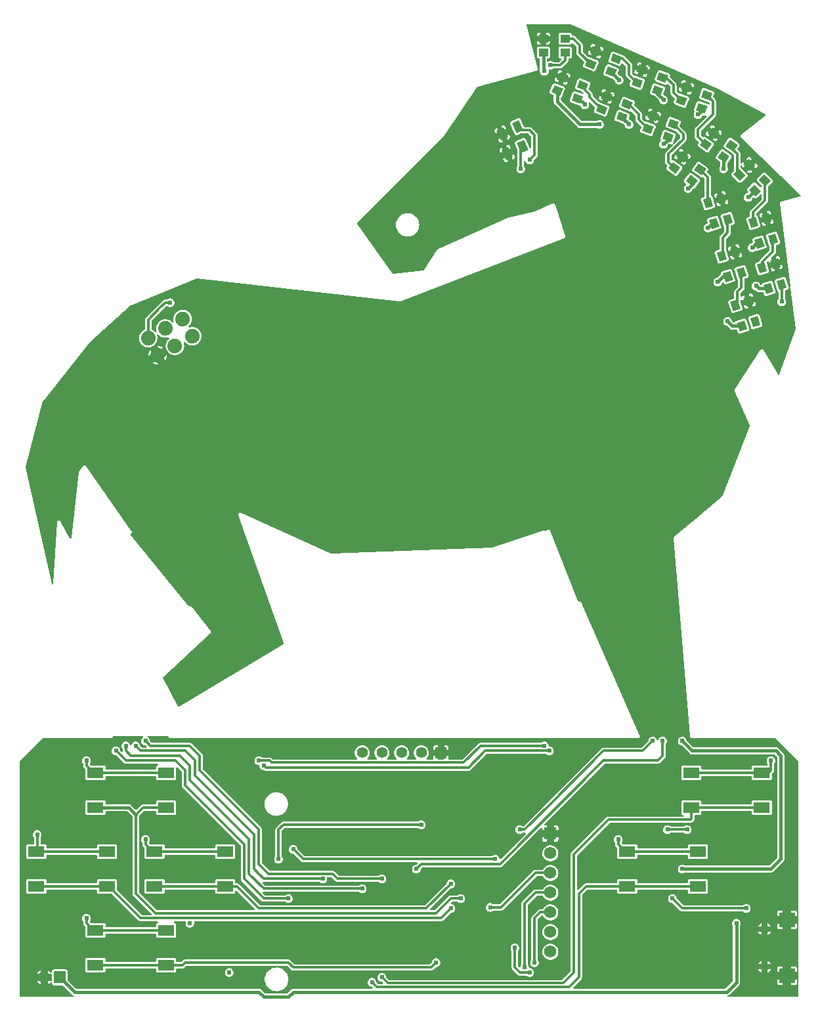
<source format=gtl>
G04 Layer: TopLayer*
G04 EasyEDA v6.4.17, 2021-02-25T15:28:36--5:00*
G04 aa3373424ab044808dd5acc0b6461e4b,072da06717534aa28f27f5ff42559d36,10*
G04 Gerber Generator version 0.2*
G04 Scale: 100 percent, Rotated: No, Reflected: No *
G04 Dimensions in inches *
G04 leading zeros omitted , absolute positions ,3 integer and 6 decimal *
%FSLAX36Y36*%
%MOIN*%

%ADD11C,0.0120*%
%ADD12C,0.0160*%
%ADD13C,0.0240*%
%ADD15R,0.0827X0.0551*%
%ADD16R,0.0472X0.0394*%
%ADD17C,0.0620*%
%ADD18R,0.0620X0.0620*%
%ADD20C,0.0600*%
%ADD22C,0.0557*%
%ADD24C,0.0740*%
%ADD25C,0.0433*%

%LPD*%
G36*
X14100Y250000D02*
G01*
X12560Y250300D01*
X11279Y251180D01*
X10400Y252460D01*
X10100Y254000D01*
X10100Y1444160D01*
X10400Y1445700D01*
X11279Y1446980D01*
X128020Y1563720D01*
X129300Y1564600D01*
X130840Y1564900D01*
X474739Y1564900D01*
X477500Y1565260D01*
X479620Y1566120D01*
X481500Y1567480D01*
X483459Y1569900D01*
X484760Y1572680D01*
X485640Y1573899D01*
X486900Y1574720D01*
X488380Y1575000D01*
X634660Y1575000D01*
X636300Y1574640D01*
X637640Y1573660D01*
X638480Y1572200D01*
X638640Y1570540D01*
X638100Y1568940D01*
X636960Y1567720D01*
X635800Y1566920D01*
X633080Y1564199D01*
X630880Y1561040D01*
X629240Y1557560D01*
X628260Y1553839D01*
X627920Y1550000D01*
X628260Y1546160D01*
X629240Y1542440D01*
X630880Y1538959D01*
X633080Y1535800D01*
X635800Y1533080D01*
X638960Y1530880D01*
X642440Y1529240D01*
X646160Y1528260D01*
X647800Y1528100D01*
X649140Y1527740D01*
X650280Y1526960D01*
X654300Y1522920D01*
X655160Y1521639D01*
X655480Y1520100D01*
X655160Y1518560D01*
X654300Y1517280D01*
X653000Y1516399D01*
X651480Y1516100D01*
X633320Y1516100D01*
X631800Y1516399D01*
X630500Y1517280D01*
X623040Y1524720D01*
X622260Y1525860D01*
X621900Y1527200D01*
X621740Y1528839D01*
X620760Y1532560D01*
X619120Y1536040D01*
X616920Y1539199D01*
X614200Y1541920D01*
X611040Y1544120D01*
X607560Y1545760D01*
X603840Y1546740D01*
X600000Y1547080D01*
X596160Y1546740D01*
X592440Y1545760D01*
X588960Y1544120D01*
X585800Y1541920D01*
X583080Y1539199D01*
X580880Y1536040D01*
X579240Y1532560D01*
X578860Y1531120D01*
X578060Y1529580D01*
X576700Y1528540D01*
X575000Y1528160D01*
X573300Y1528540D01*
X571940Y1529580D01*
X571140Y1531120D01*
X570760Y1532560D01*
X569120Y1536040D01*
X566920Y1539199D01*
X564200Y1541920D01*
X561040Y1544120D01*
X557560Y1545760D01*
X553840Y1546740D01*
X550000Y1547080D01*
X546160Y1546740D01*
X542440Y1545760D01*
X538960Y1544120D01*
X535800Y1541920D01*
X533080Y1539199D01*
X530880Y1536040D01*
X529240Y1532560D01*
X528260Y1528839D01*
X527920Y1525000D01*
X528260Y1521160D01*
X529240Y1517440D01*
X530880Y1513959D01*
X533180Y1510660D01*
X533720Y1509580D01*
X533900Y1508380D01*
X533900Y1500200D01*
X534040Y1498760D01*
X533860Y1497140D01*
X533060Y1495720D01*
X531780Y1494740D01*
X530200Y1494360D01*
X528600Y1494640D01*
X527240Y1495540D01*
X523040Y1499720D01*
X522260Y1500860D01*
X521900Y1502200D01*
X521740Y1503839D01*
X520760Y1507560D01*
X519120Y1511040D01*
X516920Y1514199D01*
X514200Y1516920D01*
X511040Y1519120D01*
X507560Y1520760D01*
X503840Y1521740D01*
X500000Y1522080D01*
X496160Y1521740D01*
X492440Y1520760D01*
X488960Y1519120D01*
X485800Y1516920D01*
X483080Y1514199D01*
X480880Y1511040D01*
X479240Y1507560D01*
X478260Y1503839D01*
X477920Y1500000D01*
X478260Y1496160D01*
X479240Y1492440D01*
X480880Y1488959D01*
X483080Y1485800D01*
X485800Y1483080D01*
X488960Y1480880D01*
X492440Y1479240D01*
X496160Y1478260D01*
X497800Y1478100D01*
X499140Y1477740D01*
X500280Y1476960D01*
X538480Y1438760D01*
X541060Y1436620D01*
X543840Y1435140D01*
X546860Y1434220D01*
X550200Y1433899D01*
X709780Y1433899D01*
X711340Y1433580D01*
X712660Y1432680D01*
X713520Y1431320D01*
X713780Y1429760D01*
X713400Y1428200D01*
X712440Y1426920D01*
X711080Y1426120D01*
X708400Y1425200D01*
X706520Y1424019D01*
X704920Y1422420D01*
X703720Y1420520D01*
X702960Y1418380D01*
X702700Y1415920D01*
X702700Y1408680D01*
X702380Y1407140D01*
X701520Y1405860D01*
X700220Y1404980D01*
X698700Y1404680D01*
X451300Y1404680D01*
X449780Y1404980D01*
X448480Y1405860D01*
X447620Y1407140D01*
X447299Y1408680D01*
X447299Y1415920D01*
X447040Y1418380D01*
X446280Y1420520D01*
X445080Y1422420D01*
X443500Y1424019D01*
X441580Y1425220D01*
X439460Y1425960D01*
X436980Y1426240D01*
X373180Y1426240D01*
X371659Y1426540D01*
X370360Y1427420D01*
X367280Y1430500D01*
X366480Y1431620D01*
X366120Y1432960D01*
X366240Y1434340D01*
X366800Y1435600D01*
X369120Y1438940D01*
X370760Y1442440D01*
X371740Y1446160D01*
X372080Y1450000D01*
X371740Y1453839D01*
X370760Y1457560D01*
X369120Y1461040D01*
X366920Y1464199D01*
X364200Y1466920D01*
X361040Y1469120D01*
X357560Y1470760D01*
X353840Y1471740D01*
X350000Y1472080D01*
X346160Y1471740D01*
X342440Y1470760D01*
X338960Y1469120D01*
X335800Y1466920D01*
X333080Y1464199D01*
X330880Y1461040D01*
X329240Y1457560D01*
X328260Y1453839D01*
X327920Y1450000D01*
X328260Y1446160D01*
X329240Y1442440D01*
X330880Y1438959D01*
X333180Y1435660D01*
X333720Y1434580D01*
X333900Y1433380D01*
X333900Y1425200D01*
X334219Y1421860D01*
X335140Y1418839D01*
X336620Y1416060D01*
X338760Y1413480D01*
X343260Y1408980D01*
X344120Y1407680D01*
X344440Y1406140D01*
X344440Y1361240D01*
X344700Y1358779D01*
X345460Y1356639D01*
X346659Y1354740D01*
X348260Y1353140D01*
X350160Y1351940D01*
X352280Y1351200D01*
X354760Y1350920D01*
X436980Y1350920D01*
X439460Y1351200D01*
X441580Y1351940D01*
X443500Y1353140D01*
X445080Y1354740D01*
X446280Y1356639D01*
X447040Y1358779D01*
X447299Y1361240D01*
X447299Y1368480D01*
X447620Y1370020D01*
X448480Y1371300D01*
X449780Y1372180D01*
X451300Y1372480D01*
X698700Y1372480D01*
X700220Y1372180D01*
X701520Y1371300D01*
X702380Y1370020D01*
X702700Y1368480D01*
X702700Y1361240D01*
X702960Y1358779D01*
X703720Y1356639D01*
X704920Y1354740D01*
X706520Y1353140D01*
X708420Y1351940D01*
X710540Y1351200D01*
X713020Y1350920D01*
X795240Y1350920D01*
X797720Y1351200D01*
X799840Y1351940D01*
X801760Y1353140D01*
X803340Y1354740D01*
X804539Y1356639D01*
X805300Y1358779D01*
X805560Y1361240D01*
X805560Y1412000D01*
X805879Y1413540D01*
X806740Y1414840D01*
X808040Y1415700D01*
X809560Y1416000D01*
X811100Y1415700D01*
X812400Y1414840D01*
X832720Y1394500D01*
X833600Y1393200D01*
X833900Y1391680D01*
X833900Y1325200D01*
X834220Y1321860D01*
X835140Y1318839D01*
X836620Y1316060D01*
X838760Y1313480D01*
X1132720Y1019500D01*
X1133600Y1018199D01*
X1133900Y1016680D01*
X1133900Y850200D01*
X1134220Y846860D01*
X1135140Y843840D01*
X1136620Y841060D01*
X1138760Y838480D01*
X1238480Y738760D01*
X1241060Y736620D01*
X1243840Y735140D01*
X1246860Y734220D01*
X1250200Y733900D01*
X1358380Y733900D01*
X1359580Y733720D01*
X1360660Y733180D01*
X1363959Y730879D01*
X1367440Y729240D01*
X1371160Y728259D01*
X1375000Y727920D01*
X1378839Y728259D01*
X1382560Y729240D01*
X1386040Y730879D01*
X1389199Y733080D01*
X1391920Y735800D01*
X1394120Y738960D01*
X1395760Y742440D01*
X1396740Y746160D01*
X1397080Y750000D01*
X1396740Y753840D01*
X1395760Y757560D01*
X1394120Y761040D01*
X1391920Y764200D01*
X1389199Y766919D01*
X1386040Y769120D01*
X1382560Y770759D01*
X1378839Y771740D01*
X1375000Y772080D01*
X1371160Y771740D01*
X1367440Y770759D01*
X1363959Y769120D01*
X1360660Y766820D01*
X1359580Y766280D01*
X1358380Y766100D01*
X1258320Y766100D01*
X1256800Y766400D01*
X1255500Y767280D01*
X1245540Y777240D01*
X1244640Y778600D01*
X1244360Y780200D01*
X1244740Y781780D01*
X1245720Y783060D01*
X1247140Y783860D01*
X1248760Y784040D01*
X1250200Y783900D01*
X1733380Y783900D01*
X1734580Y783720D01*
X1735660Y783180D01*
X1738959Y780879D01*
X1742440Y779240D01*
X1746160Y778259D01*
X1750000Y777920D01*
X1753839Y778259D01*
X1757560Y779240D01*
X1761040Y780879D01*
X1764199Y783080D01*
X1766920Y785800D01*
X1769120Y788960D01*
X1770760Y792440D01*
X1771740Y796160D01*
X1772080Y800000D01*
X1771740Y803840D01*
X1770760Y807560D01*
X1769120Y811040D01*
X1766920Y814200D01*
X1764199Y816919D01*
X1761040Y819120D01*
X1757560Y820759D01*
X1753839Y821740D01*
X1750000Y822080D01*
X1746160Y821740D01*
X1742440Y820759D01*
X1738959Y819120D01*
X1735660Y816820D01*
X1734580Y816280D01*
X1733380Y816100D01*
X1258320Y816100D01*
X1256800Y816400D01*
X1255500Y817280D01*
X1245540Y827240D01*
X1244640Y828600D01*
X1244360Y830200D01*
X1244740Y831780D01*
X1245720Y833060D01*
X1247140Y833860D01*
X1248760Y834040D01*
X1250200Y833900D01*
X1533380Y833900D01*
X1534580Y833720D01*
X1535660Y833180D01*
X1538959Y830879D01*
X1542440Y829240D01*
X1546160Y828259D01*
X1550000Y827920D01*
X1553839Y828259D01*
X1557560Y829240D01*
X1561040Y830879D01*
X1564199Y833080D01*
X1566920Y835800D01*
X1569120Y838960D01*
X1570760Y842440D01*
X1571740Y846160D01*
X1572080Y850000D01*
X1571620Y855320D01*
X1572040Y856720D01*
X1572920Y857880D01*
X1574180Y858640D01*
X1575600Y858900D01*
X1591680Y858900D01*
X1593200Y858600D01*
X1594500Y857720D01*
X1613480Y838760D01*
X1616060Y836620D01*
X1618839Y835140D01*
X1621860Y834220D01*
X1625200Y833900D01*
X1833380Y833900D01*
X1834580Y833720D01*
X1835660Y833180D01*
X1838959Y830879D01*
X1842440Y829240D01*
X1846160Y828259D01*
X1850000Y827920D01*
X1853839Y828259D01*
X1857560Y829240D01*
X1861040Y830879D01*
X1864199Y833080D01*
X1866920Y835800D01*
X1869120Y838960D01*
X1870760Y842440D01*
X1871740Y846160D01*
X1872080Y850000D01*
X1871740Y853840D01*
X1870760Y857560D01*
X1869120Y861040D01*
X1866920Y864200D01*
X1864199Y866919D01*
X1861040Y869120D01*
X1857560Y870759D01*
X1853839Y871740D01*
X1850000Y872080D01*
X1846160Y871740D01*
X1842440Y870759D01*
X1838959Y869120D01*
X1835660Y866820D01*
X1834580Y866280D01*
X1833380Y866100D01*
X1633320Y866100D01*
X1631800Y866400D01*
X1630500Y867280D01*
X1611519Y886240D01*
X1608940Y888379D01*
X1606160Y889860D01*
X1603140Y890780D01*
X1599800Y891100D01*
X1283320Y891100D01*
X1281800Y891400D01*
X1280500Y892280D01*
X1242280Y930500D01*
X1241400Y931800D01*
X1241100Y933319D01*
X1241100Y1099800D01*
X1240780Y1103140D01*
X1239860Y1106160D01*
X1238380Y1108940D01*
X1236240Y1111520D01*
X942280Y1405500D01*
X941400Y1406800D01*
X941100Y1408320D01*
X941100Y1474800D01*
X940780Y1478140D01*
X939860Y1481160D01*
X938379Y1483940D01*
X936240Y1486519D01*
X886520Y1536240D01*
X883940Y1538380D01*
X881160Y1539860D01*
X878139Y1540780D01*
X874800Y1541100D01*
X683319Y1541100D01*
X681800Y1541399D01*
X680500Y1542280D01*
X673040Y1549720D01*
X672260Y1550860D01*
X671900Y1552200D01*
X671740Y1553839D01*
X670759Y1557560D01*
X669120Y1561040D01*
X666919Y1564199D01*
X664200Y1566920D01*
X663040Y1567720D01*
X661900Y1568940D01*
X661360Y1570540D01*
X661520Y1572200D01*
X662360Y1573660D01*
X663700Y1574640D01*
X665340Y1575000D01*
X761420Y1575000D01*
X762940Y1574700D01*
X764240Y1573839D01*
X765100Y1572580D01*
X766080Y1570280D01*
X767380Y1568440D01*
X768220Y1567600D01*
X770540Y1566000D01*
X772700Y1565180D01*
X775120Y1564900D01*
X3149740Y1564900D01*
X3152580Y1565280D01*
X3154680Y1566160D01*
X3156540Y1567520D01*
X3158180Y1569460D01*
X3158540Y1570040D01*
X3159580Y1572320D01*
X3160000Y1574580D01*
X3159880Y1576879D01*
X3159140Y1579319D01*
X2859320Y2253880D01*
X2858020Y2256080D01*
X2856400Y2257700D01*
X2854400Y2258940D01*
X2852540Y2259560D01*
X2849820Y2259960D01*
X2849060Y2259900D01*
X2847400Y2260120D01*
X2845980Y2261000D01*
X2845040Y2262400D01*
X2700160Y2624620D01*
X2699640Y2624840D01*
X2680419Y2616840D01*
X2678960Y2616540D01*
X2677500Y2616780D01*
X2676220Y2617559D01*
X2675539Y2618159D01*
X2673500Y2619320D01*
X2671259Y2619940D01*
X2668960Y2620000D01*
X2666460Y2619460D01*
X2408680Y2530240D01*
X2407520Y2530020D01*
X1592960Y2500220D01*
X1591160Y2500580D01*
X1134420Y2709080D01*
X1131980Y2709860D01*
X1129680Y2710020D01*
X1127400Y2709600D01*
X1125260Y2708660D01*
X1123700Y2707480D01*
X1121760Y2705419D01*
X1120660Y2703399D01*
X1120060Y2701180D01*
X1120000Y2698880D01*
X1120560Y2696380D01*
X1351720Y2047560D01*
X1351940Y2046220D01*
X1351720Y2044880D01*
X1351040Y2043700D01*
X1350020Y2042800D01*
X821420Y1724220D01*
X819900Y1723700D01*
X818300Y1723800D01*
X816860Y1724540D01*
X815840Y1725780D01*
X739040Y1870120D01*
X738580Y1871800D01*
X738860Y1873520D01*
X739860Y1874940D01*
X979040Y2094980D01*
X980860Y2097160D01*
X981820Y2099220D01*
X982360Y2102200D01*
X982200Y2104700D01*
X981480Y2106900D01*
X980160Y2109080D01*
X883060Y2231100D01*
X881240Y2232880D01*
X879260Y2234060D01*
X876880Y2234780D01*
X875800Y2234940D01*
X873319Y2234880D01*
X870639Y2234140D01*
X869120Y2234040D01*
X867660Y2234500D01*
X866480Y2235480D01*
X574260Y2595160D01*
X573540Y2596480D01*
X573360Y2598000D01*
X573780Y2599460D01*
X574700Y2600659D01*
X576540Y2602300D01*
X578220Y2604220D01*
X579300Y2606259D01*
X579840Y2608540D01*
X579900Y2611520D01*
X579340Y2613720D01*
X578140Y2615980D01*
X348420Y2945580D01*
X346680Y2947520D01*
X344780Y2948800D01*
X342600Y2949600D01*
X340260Y2949860D01*
X337100Y2949520D01*
X335000Y2948680D01*
X333120Y2947340D01*
X331460Y2945400D01*
X311740Y2915820D01*
X310520Y2913340D01*
X309940Y2910880D01*
X273220Y2580400D01*
X272680Y2578800D01*
X271560Y2577580D01*
X270020Y2576920D01*
X268340Y2576940D01*
X266820Y2577660D01*
X265720Y2578920D01*
X218980Y2664620D01*
X217500Y2666700D01*
X215740Y2668200D01*
X213680Y2669240D01*
X211439Y2669760D01*
X209060Y2669720D01*
X206620Y2669180D01*
X205300Y2668639D01*
X203299Y2667320D01*
X201740Y2665640D01*
X200620Y2663620D01*
X199980Y2661240D01*
X181640Y2349900D01*
X181220Y2348340D01*
X180200Y2347060D01*
X178780Y2346300D01*
X177160Y2346180D01*
X175620Y2346700D01*
X174420Y2347780D01*
X173740Y2349260D01*
X40620Y2938860D01*
X40519Y2939800D01*
X40640Y2940760D01*
X129000Y3274540D01*
X129740Y3276019D01*
X367620Y3573279D01*
X574960Y3760860D01*
X576120Y3761600D01*
X910480Y3899280D01*
X911440Y3899540D01*
X912460Y3899540D01*
X1938580Y3780000D01*
X1941360Y3780040D01*
X1943860Y3780659D01*
X2773380Y4100480D01*
X2775899Y4101860D01*
X2777559Y4103420D01*
X2779140Y4106040D01*
X2779900Y4108440D01*
X2780020Y4110740D01*
X2779560Y4113240D01*
X2729680Y4272900D01*
X2728680Y4275120D01*
X2727260Y4276940D01*
X2725460Y4278340D01*
X2723780Y4279180D01*
X2721540Y4279900D01*
X2719240Y4280040D01*
X2716960Y4279620D01*
X2715800Y4279180D01*
X2627140Y4239780D01*
X2626400Y4239540D01*
X2497920Y4209880D01*
X2495720Y4209160D01*
X2136120Y4049320D01*
X2133800Y4047940D01*
X2133060Y4047300D01*
X2131340Y4045220D01*
X2065080Y3941080D01*
X2063820Y3939840D01*
X2062160Y3939240D01*
X1907160Y3921019D01*
X1905740Y3921100D01*
X1904440Y3921680D01*
X1903420Y3922679D01*
X1725080Y4176120D01*
X1724500Y4177380D01*
X1724379Y4178759D01*
X1724720Y4180100D01*
X1725520Y4181240D01*
X2167000Y4622720D01*
X2168460Y4624480D01*
X2335400Y4869980D01*
X2336400Y4871000D01*
X2337680Y4871600D01*
X2632360Y4950180D01*
X2634740Y4951120D01*
X2636600Y4952480D01*
X2638200Y4954340D01*
X2638920Y4955580D01*
X2639780Y4957860D01*
X2640059Y4960160D01*
X2639740Y4962680D01*
X2584180Y5184920D01*
X2584080Y5186380D01*
X2584520Y5187760D01*
X2585400Y5188900D01*
X2586640Y5189640D01*
X2588060Y5189900D01*
X2807040Y5189900D01*
X2808639Y5189560D01*
X3555700Y4860840D01*
X3796259Y4731320D01*
X3797480Y4730300D01*
X3798200Y4728920D01*
X3798340Y4727340D01*
X3797860Y4725840D01*
X3796840Y4724640D01*
X3673860Y4628020D01*
X3672140Y4626300D01*
X3670940Y4624340D01*
X3670260Y4622160D01*
X3670080Y4620180D01*
X3670220Y4617840D01*
X3670940Y4615640D01*
X3672140Y4613680D01*
X3673060Y4612660D01*
X3974760Y4320400D01*
X3975680Y4319000D01*
X3975960Y4317320D01*
X3975520Y4315700D01*
X3974460Y4314400D01*
X3972940Y4313640D01*
X3877780Y4289860D01*
X3875400Y4288940D01*
X3873500Y4287620D01*
X3871960Y4285860D01*
X3870539Y4283260D01*
X3870000Y4281060D01*
X3870000Y4278500D01*
X3922679Y3857060D01*
X3922540Y3855380D01*
X3921720Y3853920D01*
X3920360Y3852919D01*
X3922120Y3852060D01*
X3923159Y3850880D01*
X3923639Y3849380D01*
X3949560Y3642100D01*
X3949560Y3641160D01*
X3949360Y3640240D01*
X3866980Y3411440D01*
X3866220Y3410140D01*
X3865020Y3409220D01*
X3863560Y3408800D01*
X3862060Y3408960D01*
X3860720Y3409660D01*
X3859740Y3410800D01*
X3788880Y3534800D01*
X3787360Y3536840D01*
X3785580Y3538320D01*
X3783500Y3539320D01*
X3781120Y3539820D01*
X3779400Y3539860D01*
X3777580Y3539640D01*
X3775360Y3538860D01*
X3773420Y3537600D01*
X3771500Y3535460D01*
X3641680Y3335720D01*
X3640520Y3333320D01*
X3640000Y3330440D01*
X3640120Y3328120D01*
X3640860Y3325680D01*
X3718380Y3151259D01*
X3718720Y3149740D01*
X3718460Y3148180D01*
X3581860Y2796960D01*
X3581400Y2796100D01*
X3580740Y2795360D01*
X3443480Y2677720D01*
X3333780Y2587960D01*
X3332040Y2586139D01*
X3330700Y2583700D01*
X3330040Y2581460D01*
X3329960Y2578900D01*
X3414920Y1574400D01*
X3415500Y1571720D01*
X3416520Y1569660D01*
X3418039Y1567900D01*
X3420600Y1566000D01*
X3422700Y1565200D01*
X3425240Y1564900D01*
X3844160Y1564900D01*
X3845700Y1564600D01*
X3846980Y1563720D01*
X3963720Y1446980D01*
X3964600Y1445700D01*
X3964900Y1444160D01*
X3964900Y254000D01*
X3964600Y252460D01*
X3963720Y251180D01*
X3962440Y250300D01*
X3960899Y250000D01*
X3606600Y250000D01*
X3605020Y250320D01*
X3603700Y251220D01*
X3602860Y252580D01*
X3602600Y254160D01*
X3602980Y255720D01*
X3603940Y257000D01*
X3605320Y257800D01*
X3607300Y258460D01*
X3610220Y260080D01*
X3612919Y262340D01*
X3663279Y312700D01*
X3665380Y315480D01*
X3666860Y318460D01*
X3667780Y321680D01*
X3668100Y325180D01*
X3668100Y611240D01*
X3668279Y612440D01*
X3669120Y613960D01*
X3670760Y617440D01*
X3671740Y621160D01*
X3672080Y625000D01*
X3671740Y628840D01*
X3670760Y632560D01*
X3669120Y636040D01*
X3666920Y639200D01*
X3664200Y641919D01*
X3661040Y644120D01*
X3657559Y645759D01*
X3653840Y646740D01*
X3650000Y647080D01*
X3646160Y646740D01*
X3642440Y645759D01*
X3638960Y644120D01*
X3635800Y641919D01*
X3633080Y639200D01*
X3630880Y636040D01*
X3629240Y632560D01*
X3628260Y628840D01*
X3627919Y625000D01*
X3628260Y621160D01*
X3629240Y617440D01*
X3630880Y613960D01*
X3631720Y612440D01*
X3631900Y611240D01*
X3631900Y334159D01*
X3631600Y332620D01*
X3630720Y331320D01*
X3593680Y294280D01*
X3592380Y293400D01*
X3590840Y293100D01*
X2825520Y293100D01*
X2824000Y293400D01*
X2822700Y294280D01*
X2821840Y295560D01*
X2821520Y297100D01*
X2821840Y298640D01*
X2822700Y299920D01*
X2861240Y338480D01*
X2863380Y341060D01*
X2864860Y343840D01*
X2865779Y346860D01*
X2866100Y350200D01*
X2866100Y766680D01*
X2866400Y768199D01*
X2867280Y769500D01*
X2891900Y794120D01*
X2893200Y795000D01*
X2894720Y795300D01*
X3040440Y795300D01*
X3041960Y795000D01*
X3043260Y794120D01*
X3044120Y792840D01*
X3044440Y791300D01*
X3044440Y784080D01*
X3044700Y781620D01*
X3045460Y779479D01*
X3046660Y777580D01*
X3048260Y775980D01*
X3050160Y774780D01*
X3052280Y774040D01*
X3054760Y773760D01*
X3136980Y773760D01*
X3139460Y774040D01*
X3141580Y774780D01*
X3143500Y775980D01*
X3145080Y777580D01*
X3146280Y779479D01*
X3147040Y781620D01*
X3147300Y784080D01*
X3147300Y791320D01*
X3147620Y792860D01*
X3148480Y794140D01*
X3149780Y795020D01*
X3151300Y795320D01*
X3398700Y795320D01*
X3400220Y795020D01*
X3401520Y794140D01*
X3402380Y792860D01*
X3402700Y791320D01*
X3402700Y784080D01*
X3402960Y781620D01*
X3403720Y779479D01*
X3404920Y777580D01*
X3406520Y775980D01*
X3408420Y774780D01*
X3410539Y774040D01*
X3413020Y773760D01*
X3495240Y773760D01*
X3497720Y774040D01*
X3499840Y774780D01*
X3501760Y775980D01*
X3503340Y777580D01*
X3504540Y779479D01*
X3505299Y781620D01*
X3505560Y784080D01*
X3505560Y838760D01*
X3505299Y841220D01*
X3504540Y843360D01*
X3503340Y845260D01*
X3501760Y846860D01*
X3499840Y848060D01*
X3497720Y848800D01*
X3495240Y849080D01*
X3413020Y849080D01*
X3410539Y848800D01*
X3408420Y848060D01*
X3406520Y846860D01*
X3404920Y845260D01*
X3403720Y843360D01*
X3402960Y841220D01*
X3402700Y838760D01*
X3402700Y831520D01*
X3402380Y829980D01*
X3401520Y828700D01*
X3400220Y827820D01*
X3398700Y827520D01*
X3151300Y827520D01*
X3149780Y827820D01*
X3148480Y828700D01*
X3147620Y829980D01*
X3147300Y831520D01*
X3147300Y838760D01*
X3147040Y841220D01*
X3146280Y843360D01*
X3145080Y845260D01*
X3143500Y846860D01*
X3141580Y848060D01*
X3139460Y848800D01*
X3136980Y849080D01*
X3054760Y849080D01*
X3052280Y848800D01*
X3050160Y848060D01*
X3048260Y846860D01*
X3046660Y845260D01*
X3045460Y843360D01*
X3044700Y841220D01*
X3044440Y838760D01*
X3044440Y831500D01*
X3044120Y829960D01*
X3043260Y828680D01*
X3041960Y827800D01*
X3040440Y827500D01*
X2886600Y827500D01*
X2883260Y827180D01*
X2880240Y826260D01*
X2877460Y824780D01*
X2874880Y822640D01*
X2847919Y795699D01*
X2846640Y794840D01*
X2845100Y794520D01*
X2843560Y794840D01*
X2842280Y795699D01*
X2841400Y797000D01*
X2841100Y798520D01*
X2841100Y966680D01*
X2841400Y968199D01*
X2842280Y969500D01*
X3005500Y1132720D01*
X3006800Y1133600D01*
X3008320Y1133900D01*
X3416600Y1133900D01*
X3419940Y1134220D01*
X3422960Y1135140D01*
X3425740Y1136620D01*
X3428320Y1138760D01*
X3432140Y1142580D01*
X3434260Y1145160D01*
X3435760Y1147940D01*
X3436660Y1150960D01*
X3437000Y1154300D01*
X3437000Y1169760D01*
X3437300Y1171300D01*
X3438159Y1172580D01*
X3439460Y1173460D01*
X3441000Y1173760D01*
X3461980Y1173760D01*
X3464460Y1174040D01*
X3466580Y1174780D01*
X3468500Y1175980D01*
X3470080Y1177580D01*
X3471280Y1179480D01*
X3472040Y1181620D01*
X3472300Y1184080D01*
X3472300Y1191320D01*
X3472620Y1192860D01*
X3473480Y1194140D01*
X3474780Y1195020D01*
X3476300Y1195320D01*
X3723700Y1195320D01*
X3725220Y1195020D01*
X3726520Y1194140D01*
X3727380Y1192860D01*
X3727700Y1191320D01*
X3727700Y1184080D01*
X3727960Y1181620D01*
X3728720Y1179480D01*
X3729920Y1177580D01*
X3731520Y1175980D01*
X3733420Y1174780D01*
X3735539Y1174040D01*
X3738020Y1173760D01*
X3820240Y1173760D01*
X3822720Y1174040D01*
X3824840Y1174780D01*
X3826760Y1175980D01*
X3828340Y1177580D01*
X3829540Y1179480D01*
X3830299Y1181620D01*
X3830560Y1184080D01*
X3830560Y1238760D01*
X3830299Y1241220D01*
X3829540Y1243360D01*
X3828340Y1245260D01*
X3826760Y1246860D01*
X3824840Y1248060D01*
X3822720Y1248800D01*
X3820240Y1249080D01*
X3738020Y1249080D01*
X3735539Y1248800D01*
X3733420Y1248060D01*
X3731520Y1246860D01*
X3729920Y1245260D01*
X3728720Y1243360D01*
X3727960Y1241220D01*
X3727700Y1238760D01*
X3727700Y1231520D01*
X3727380Y1229980D01*
X3726520Y1228700D01*
X3725220Y1227820D01*
X3723700Y1227520D01*
X3476300Y1227520D01*
X3474780Y1227820D01*
X3473480Y1228700D01*
X3472620Y1229980D01*
X3472300Y1231520D01*
X3472300Y1238760D01*
X3472040Y1241220D01*
X3471280Y1243360D01*
X3470080Y1245260D01*
X3468500Y1246860D01*
X3466580Y1248060D01*
X3464460Y1248800D01*
X3461980Y1249080D01*
X3379760Y1249080D01*
X3377280Y1248800D01*
X3375160Y1248060D01*
X3373260Y1246860D01*
X3371660Y1245260D01*
X3370460Y1243360D01*
X3369700Y1241220D01*
X3369440Y1238760D01*
X3369440Y1184080D01*
X3369700Y1181620D01*
X3370460Y1179480D01*
X3371660Y1177580D01*
X3373260Y1175980D01*
X3375140Y1174800D01*
X3377820Y1173880D01*
X3379180Y1173080D01*
X3380140Y1171800D01*
X3380520Y1170240D01*
X3380260Y1168680D01*
X3379400Y1167320D01*
X3378080Y1166420D01*
X3376520Y1166100D01*
X3000200Y1166100D01*
X2996860Y1165780D01*
X2993840Y1164860D01*
X2991060Y1163380D01*
X2988480Y1161240D01*
X2813759Y986520D01*
X2811620Y983940D01*
X2810140Y981160D01*
X2809220Y978139D01*
X2808900Y974800D01*
X2808900Y383320D01*
X2808600Y381800D01*
X2807720Y380500D01*
X2764500Y337280D01*
X2763200Y336400D01*
X2761680Y336100D01*
X1888320Y336100D01*
X1886800Y336400D01*
X1885500Y337280D01*
X1873040Y349720D01*
X1872260Y350860D01*
X1871900Y352200D01*
X1871740Y353840D01*
X1870760Y357560D01*
X1869120Y361040D01*
X1866920Y364200D01*
X1864199Y366920D01*
X1861040Y369120D01*
X1857560Y370760D01*
X1853839Y371740D01*
X1850000Y372080D01*
X1846160Y371740D01*
X1842440Y370760D01*
X1838959Y369120D01*
X1835800Y366920D01*
X1833080Y364200D01*
X1830880Y361040D01*
X1829240Y357560D01*
X1828260Y353840D01*
X1827920Y350000D01*
X1828260Y346160D01*
X1829240Y342440D01*
X1830880Y338960D01*
X1833080Y335800D01*
X1835800Y333080D01*
X1838959Y330880D01*
X1842440Y329240D01*
X1846160Y328260D01*
X1847800Y328100D01*
X1849139Y327740D01*
X1850280Y326960D01*
X1854300Y322920D01*
X1855160Y321640D01*
X1855480Y320100D01*
X1855160Y318560D01*
X1854300Y317280D01*
X1853000Y316400D01*
X1851480Y316100D01*
X1833320Y316100D01*
X1831800Y316400D01*
X1830500Y317280D01*
X1823040Y324720D01*
X1822260Y325860D01*
X1821900Y327200D01*
X1821740Y328840D01*
X1820760Y332560D01*
X1819120Y336040D01*
X1816920Y339200D01*
X1814199Y341920D01*
X1811040Y344120D01*
X1807560Y345760D01*
X1803839Y346740D01*
X1800000Y347080D01*
X1796160Y346740D01*
X1792440Y345760D01*
X1788959Y344120D01*
X1785800Y341920D01*
X1783080Y339200D01*
X1780880Y336040D01*
X1779240Y332560D01*
X1778260Y328840D01*
X1777920Y325000D01*
X1778260Y321160D01*
X1779240Y317440D01*
X1780880Y313960D01*
X1783080Y310800D01*
X1785800Y308080D01*
X1788959Y305880D01*
X1792440Y304240D01*
X1796160Y303260D01*
X1797800Y303100D01*
X1799139Y302740D01*
X1800280Y301960D01*
X1802300Y299920D01*
X1803160Y298640D01*
X1803480Y297100D01*
X1803160Y295560D01*
X1802300Y294280D01*
X1801000Y293400D01*
X1799480Y293100D01*
X1399300Y293080D01*
X1395860Y292600D01*
X1392700Y291540D01*
X1389780Y289920D01*
X1387080Y287660D01*
X1368680Y269280D01*
X1367380Y268400D01*
X1365840Y268100D01*
X1259160Y268100D01*
X1257620Y268400D01*
X1256320Y269280D01*
X1237300Y288280D01*
X1234520Y290380D01*
X1231540Y291860D01*
X1228320Y292780D01*
X1224820Y293100D01*
X298560Y293100D01*
X297020Y293400D01*
X295720Y294280D01*
X255680Y334320D01*
X254800Y335620D01*
X254500Y337160D01*
X254500Y379780D01*
X254220Y382239D01*
X253480Y384380D01*
X252280Y386280D01*
X250680Y387879D01*
X248780Y389080D01*
X246640Y389820D01*
X244180Y390100D01*
X184620Y390100D01*
X182160Y389820D01*
X180020Y389080D01*
X178120Y387879D01*
X176520Y386280D01*
X175320Y384380D01*
X174579Y382239D01*
X174300Y379780D01*
X174300Y377200D01*
X173980Y375640D01*
X173080Y374320D01*
X171740Y373459D01*
X170159Y373200D01*
X168600Y373579D01*
X167320Y374520D01*
X163460Y378820D01*
X159380Y382280D01*
X154860Y385160D01*
X153100Y385980D01*
X153100Y367500D01*
X170300Y367500D01*
X171840Y367200D01*
X173120Y366320D01*
X174000Y365040D01*
X174300Y363500D01*
X174300Y336500D01*
X174000Y334960D01*
X173120Y333680D01*
X171840Y332800D01*
X170300Y332500D01*
X153100Y332500D01*
X153100Y314020D01*
X154860Y314840D01*
X159380Y317720D01*
X163460Y321180D01*
X167320Y325480D01*
X168600Y326420D01*
X170159Y326800D01*
X171740Y326540D01*
X173080Y325680D01*
X173980Y324360D01*
X174300Y322800D01*
X174300Y320220D01*
X174579Y317760D01*
X175320Y315620D01*
X176520Y313720D01*
X178120Y312120D01*
X180020Y310920D01*
X182160Y310180D01*
X184620Y309900D01*
X227240Y309900D01*
X228780Y309600D01*
X230080Y308720D01*
X277100Y261720D01*
X279880Y259620D01*
X282860Y258140D01*
X283900Y257840D01*
X285340Y257100D01*
X286360Y255840D01*
X286780Y254259D01*
X286560Y252659D01*
X285720Y251260D01*
X284380Y250340D01*
X282800Y250000D01*
G37*

%LPC*%
G36*
X1316660Y279920D02*
G01*
X1323260Y280480D01*
X1329760Y281740D01*
X1336080Y283720D01*
X1342140Y286380D01*
X1347860Y289700D01*
X1353200Y293620D01*
X1358080Y298100D01*
X1362420Y303080D01*
X1366200Y308540D01*
X1369340Y314360D01*
X1371840Y320480D01*
X1373640Y326860D01*
X1374720Y333380D01*
X1375100Y340000D01*
X1374720Y346620D01*
X1373640Y353140D01*
X1371840Y359520D01*
X1369340Y365640D01*
X1366200Y371460D01*
X1362420Y376920D01*
X1358080Y381900D01*
X1353200Y386380D01*
X1347860Y390300D01*
X1342140Y393620D01*
X1336080Y396280D01*
X1329760Y398260D01*
X1323260Y399520D01*
X1316660Y400080D01*
X1310040Y399880D01*
X1303480Y398980D01*
X1297060Y397360D01*
X1290860Y395040D01*
X1284960Y392040D01*
X1279420Y388420D01*
X1274300Y384219D01*
X1269680Y379460D01*
X1265620Y374240D01*
X1262140Y368600D01*
X1259320Y362620D01*
X1257180Y356360D01*
X1255720Y349900D01*
X1255000Y343320D01*
X1255000Y336680D01*
X1255720Y330100D01*
X1257180Y323640D01*
X1259320Y317380D01*
X1262140Y311400D01*
X1265620Y305760D01*
X1269680Y300540D01*
X1274300Y295780D01*
X1279420Y291580D01*
X1284960Y287960D01*
X1290860Y284960D01*
X1297060Y282640D01*
X1303480Y281020D01*
X1310040Y280120D01*
G37*
G36*
X3867940Y310760D02*
G01*
X3884900Y310760D01*
X3884900Y337060D01*
X3857620Y337060D01*
X3857620Y321100D01*
X3857900Y318620D01*
X3858639Y316500D01*
X3859840Y314580D01*
X3861440Y312980D01*
X3863340Y311780D01*
X3865480Y311040D01*
G37*
G36*
X3929260Y310760D02*
G01*
X3946220Y310760D01*
X3948700Y311040D01*
X3950820Y311780D01*
X3952740Y312980D01*
X3954340Y314580D01*
X3955539Y316500D01*
X3956280Y318620D01*
X3956560Y321100D01*
X3956560Y337060D01*
X3929260Y337060D01*
G37*
G36*
X118100Y313980D02*
G01*
X118100Y332500D01*
X99580Y332500D01*
X99820Y331920D01*
X102540Y327320D01*
X105860Y323100D01*
X109720Y319380D01*
X114019Y316200D01*
G37*
G36*
X1075000Y352920D02*
G01*
X1078840Y353260D01*
X1082560Y354240D01*
X1086040Y355880D01*
X1089200Y358080D01*
X1091920Y360800D01*
X1094120Y363960D01*
X1095760Y367440D01*
X1096740Y371160D01*
X1097080Y375000D01*
X1096740Y378840D01*
X1095760Y382560D01*
X1094120Y386040D01*
X1091920Y389200D01*
X1089200Y391920D01*
X1086040Y394120D01*
X1082560Y395760D01*
X1078840Y396740D01*
X1075000Y397080D01*
X1071160Y396740D01*
X1067440Y395760D01*
X1063960Y394120D01*
X1060800Y391920D01*
X1058080Y389200D01*
X1055880Y386040D01*
X1054240Y382560D01*
X1053260Y378840D01*
X1052920Y375000D01*
X1053260Y371160D01*
X1054240Y367440D01*
X1055880Y363960D01*
X1058080Y360800D01*
X1060800Y358080D01*
X1063960Y355880D01*
X1067440Y354240D01*
X1071160Y353260D01*
G37*
G36*
X2600000Y352920D02*
G01*
X2603840Y353260D01*
X2607559Y354240D01*
X2611040Y355880D01*
X2614200Y358080D01*
X2616920Y360800D01*
X2619120Y363960D01*
X2620760Y367440D01*
X2621740Y371160D01*
X2622080Y375000D01*
X2621740Y378840D01*
X2620760Y382560D01*
X2619120Y386040D01*
X2616920Y389200D01*
X2614200Y391920D01*
X2611040Y394120D01*
X2607559Y395760D01*
X2603840Y396740D01*
X2600659Y397020D01*
X2599320Y397380D01*
X2598180Y398180D01*
X2597380Y399320D01*
X2597020Y400660D01*
X2596740Y403840D01*
X2595760Y407560D01*
X2594120Y411040D01*
X2591820Y414340D01*
X2591280Y415420D01*
X2591100Y416620D01*
X2591100Y716680D01*
X2591400Y718199D01*
X2592280Y719500D01*
X2635500Y762720D01*
X2636800Y763600D01*
X2638320Y763900D01*
X2664740Y763900D01*
X2666180Y763620D01*
X2667440Y762840D01*
X2668320Y761660D01*
X2669420Y759460D01*
X2672400Y754980D01*
X2675940Y750939D01*
X2679980Y747400D01*
X2684460Y744419D01*
X2689280Y742039D01*
X2694360Y740300D01*
X2699640Y739260D01*
X2705000Y738900D01*
X2710360Y739260D01*
X2715640Y740300D01*
X2720720Y742039D01*
X2725539Y744419D01*
X2730020Y747400D01*
X2734060Y750939D01*
X2737600Y754980D01*
X2740580Y759460D01*
X2742960Y764280D01*
X2744700Y769360D01*
X2745740Y774640D01*
X2746100Y780000D01*
X2745740Y785360D01*
X2744700Y790639D01*
X2742960Y795720D01*
X2740580Y800540D01*
X2737600Y805020D01*
X2734060Y809060D01*
X2730020Y812600D01*
X2725539Y815580D01*
X2720720Y817960D01*
X2715640Y819700D01*
X2710360Y820740D01*
X2705000Y821100D01*
X2699640Y820740D01*
X2694360Y819700D01*
X2689280Y817960D01*
X2684460Y815580D01*
X2679980Y812600D01*
X2675940Y809060D01*
X2672400Y805020D01*
X2669420Y800540D01*
X2668320Y798340D01*
X2667440Y797159D01*
X2666180Y796380D01*
X2664740Y796100D01*
X2630200Y796100D01*
X2626860Y795780D01*
X2623840Y794860D01*
X2621060Y793379D01*
X2618480Y791240D01*
X2563759Y736520D01*
X2561620Y733940D01*
X2560140Y731160D01*
X2559220Y728139D01*
X2558900Y724800D01*
X2558900Y416620D01*
X2558720Y415420D01*
X2558180Y414340D01*
X2555880Y411040D01*
X2554240Y407560D01*
X2552840Y402360D01*
X2551920Y401180D01*
X2550640Y400400D01*
X2549140Y400160D01*
X2547680Y400480D01*
X2546440Y401340D01*
X2542280Y405500D01*
X2541400Y406800D01*
X2541100Y408320D01*
X2541100Y483380D01*
X2541280Y484580D01*
X2541820Y485660D01*
X2544120Y488960D01*
X2545760Y492440D01*
X2546740Y496160D01*
X2547080Y500000D01*
X2546740Y503840D01*
X2545760Y507560D01*
X2544120Y511040D01*
X2541920Y514200D01*
X2539200Y516920D01*
X2536040Y519120D01*
X2532560Y520760D01*
X2528840Y521740D01*
X2525000Y522080D01*
X2521160Y521740D01*
X2517440Y520760D01*
X2513960Y519120D01*
X2510800Y516920D01*
X2508080Y514200D01*
X2505880Y511040D01*
X2504240Y507560D01*
X2503260Y503840D01*
X2502920Y500000D01*
X2503260Y496160D01*
X2504240Y492440D01*
X2505880Y488960D01*
X2508180Y485660D01*
X2508720Y484580D01*
X2508900Y483380D01*
X2508900Y400200D01*
X2509220Y396860D01*
X2510140Y393840D01*
X2511620Y391060D01*
X2513760Y388480D01*
X2538480Y363760D01*
X2541060Y361620D01*
X2543840Y360140D01*
X2546860Y359219D01*
X2550200Y358900D01*
X2583380Y358900D01*
X2584580Y358720D01*
X2585659Y358180D01*
X2588960Y355880D01*
X2592440Y354240D01*
X2596160Y353260D01*
G37*
G36*
X99580Y367500D02*
G01*
X118100Y367500D01*
X118100Y386019D01*
X114019Y383800D01*
X109720Y380620D01*
X105860Y376900D01*
X102540Y372680D01*
X99820Y368080D01*
G37*
G36*
X354760Y373760D02*
G01*
X436980Y373760D01*
X439460Y374040D01*
X441580Y374780D01*
X443500Y375980D01*
X445080Y377580D01*
X446280Y379480D01*
X447040Y381620D01*
X447299Y384080D01*
X447299Y391320D01*
X447620Y392860D01*
X448480Y394140D01*
X449780Y395020D01*
X451300Y395319D01*
X698700Y395319D01*
X700220Y395020D01*
X701520Y394140D01*
X702380Y392860D01*
X702700Y391320D01*
X702700Y384080D01*
X702960Y381620D01*
X703720Y379480D01*
X704920Y377580D01*
X706520Y375980D01*
X708420Y374780D01*
X710540Y374040D01*
X713020Y373760D01*
X795240Y373760D01*
X797720Y374040D01*
X799840Y374780D01*
X801760Y375980D01*
X803340Y377580D01*
X804539Y379480D01*
X805300Y381620D01*
X805560Y384080D01*
X805560Y391320D01*
X805879Y392860D01*
X806740Y394140D01*
X808040Y395020D01*
X809560Y395319D01*
X836220Y395319D01*
X839560Y395640D01*
X842580Y396560D01*
X845360Y398040D01*
X847940Y400180D01*
X855500Y407720D01*
X856800Y408600D01*
X858319Y408900D01*
X1366680Y408900D01*
X1368200Y408600D01*
X1369500Y407720D01*
X1388480Y388760D01*
X1391060Y386620D01*
X1393839Y385140D01*
X1396860Y384219D01*
X1400200Y383900D01*
X2099800Y383900D01*
X2103140Y384219D01*
X2106160Y385140D01*
X2108940Y386620D01*
X2111520Y388760D01*
X2124720Y401960D01*
X2125860Y402740D01*
X2127200Y403100D01*
X2128840Y403260D01*
X2132560Y404240D01*
X2136040Y405880D01*
X2139200Y408080D01*
X2141920Y410800D01*
X2144120Y413960D01*
X2145760Y417440D01*
X2146740Y421160D01*
X2147080Y425000D01*
X2146740Y428840D01*
X2145760Y432560D01*
X2144120Y436040D01*
X2141920Y439200D01*
X2139200Y441920D01*
X2136040Y444120D01*
X2132560Y445760D01*
X2128840Y446740D01*
X2125000Y447080D01*
X2121160Y446740D01*
X2117440Y445760D01*
X2113960Y444120D01*
X2110800Y441920D01*
X2108080Y439200D01*
X2105880Y436040D01*
X2104240Y432560D01*
X2103260Y428840D01*
X2103100Y427200D01*
X2102740Y425860D01*
X2101960Y424720D01*
X2094500Y417280D01*
X2093200Y416400D01*
X2091680Y416100D01*
X1408320Y416100D01*
X1406800Y416400D01*
X1405500Y417280D01*
X1386519Y436240D01*
X1383940Y438380D01*
X1381160Y439860D01*
X1378140Y440780D01*
X1374800Y441100D01*
X850200Y441100D01*
X846860Y440780D01*
X843840Y439860D01*
X841060Y438380D01*
X838480Y436240D01*
X830920Y428700D01*
X829620Y427819D01*
X828100Y427520D01*
X809560Y427520D01*
X808040Y427819D01*
X806740Y428700D01*
X805879Y429980D01*
X805560Y431520D01*
X805560Y438760D01*
X805300Y441220D01*
X804539Y443360D01*
X803340Y445260D01*
X801760Y446860D01*
X799840Y448060D01*
X797720Y448800D01*
X795240Y449080D01*
X713020Y449080D01*
X710540Y448800D01*
X708420Y448060D01*
X706520Y446860D01*
X704920Y445260D01*
X703720Y443360D01*
X702960Y441220D01*
X702700Y438760D01*
X702700Y431520D01*
X702380Y429980D01*
X701520Y428700D01*
X700220Y427819D01*
X698700Y427520D01*
X451300Y427520D01*
X449780Y427819D01*
X448480Y428700D01*
X447620Y429980D01*
X447299Y431520D01*
X447299Y438760D01*
X447040Y441220D01*
X446280Y443360D01*
X445080Y445260D01*
X443500Y446860D01*
X441580Y448060D01*
X439460Y448800D01*
X436980Y449080D01*
X354760Y449080D01*
X352280Y448800D01*
X350160Y448060D01*
X348260Y446860D01*
X346659Y445260D01*
X345460Y443360D01*
X344700Y441220D01*
X344440Y438760D01*
X344440Y384080D01*
X344700Y381620D01*
X345460Y379480D01*
X346659Y377580D01*
X348260Y375980D01*
X350160Y374780D01*
X352280Y374040D01*
G37*
G36*
X3807720Y375180D02*
G01*
X3809640Y375920D01*
X3813740Y378300D01*
X3817460Y381260D01*
X3820680Y384739D01*
X3823360Y388660D01*
X3824580Y391200D01*
X3807720Y391200D01*
G37*
G36*
X3778100Y375180D02*
G01*
X3778100Y391200D01*
X3761240Y391200D01*
X3762460Y388660D01*
X3765140Y384739D01*
X3768360Y381260D01*
X3772080Y378300D01*
X3776180Y375920D01*
G37*
G36*
X3929260Y379460D02*
G01*
X3956560Y379460D01*
X3956560Y395439D01*
X3956280Y397920D01*
X3955539Y400040D01*
X3954340Y401940D01*
X3952740Y403540D01*
X3950820Y404739D01*
X3948700Y405500D01*
X3946220Y405760D01*
X3929260Y405760D01*
G37*
G36*
X3857620Y379460D02*
G01*
X3884900Y379460D01*
X3884900Y405760D01*
X3867940Y405760D01*
X3865480Y405500D01*
X3863340Y404739D01*
X3861440Y403540D01*
X3859840Y401940D01*
X3858639Y400040D01*
X3857900Y397920D01*
X3857620Y395439D01*
G37*
G36*
X2625000Y402920D02*
G01*
X2628840Y403260D01*
X2632559Y404240D01*
X2636040Y405880D01*
X2639200Y408080D01*
X2641920Y410800D01*
X2644120Y413960D01*
X2645760Y417440D01*
X2646740Y421160D01*
X2647080Y425000D01*
X2646740Y428840D01*
X2645760Y432560D01*
X2644120Y436040D01*
X2641820Y439340D01*
X2641280Y440420D01*
X2641100Y441620D01*
X2641100Y641680D01*
X2641400Y643199D01*
X2642280Y644500D01*
X2660500Y662720D01*
X2661800Y663600D01*
X2663320Y663900D01*
X2664740Y663900D01*
X2666180Y663620D01*
X2667440Y662840D01*
X2668320Y661660D01*
X2669420Y659460D01*
X2672400Y654980D01*
X2675940Y650939D01*
X2679980Y647400D01*
X2684460Y644419D01*
X2689280Y642039D01*
X2694360Y640300D01*
X2699640Y639260D01*
X2705000Y638900D01*
X2710360Y639260D01*
X2715640Y640300D01*
X2720720Y642039D01*
X2725539Y644419D01*
X2730020Y647400D01*
X2734060Y650939D01*
X2737600Y654980D01*
X2740580Y659460D01*
X2742960Y664280D01*
X2744700Y669360D01*
X2745740Y674640D01*
X2746100Y680000D01*
X2745740Y685360D01*
X2744700Y690639D01*
X2742960Y695720D01*
X2740580Y700540D01*
X2737600Y705020D01*
X2734060Y709060D01*
X2730020Y712600D01*
X2725539Y715580D01*
X2720720Y717960D01*
X2715640Y719700D01*
X2710360Y720740D01*
X2705000Y721100D01*
X2699640Y720740D01*
X2694360Y719700D01*
X2689280Y717960D01*
X2684460Y715580D01*
X2679980Y712600D01*
X2675940Y709060D01*
X2672400Y705020D01*
X2669420Y700540D01*
X2668320Y698340D01*
X2667440Y697159D01*
X2666180Y696380D01*
X2664740Y696100D01*
X2655200Y696100D01*
X2651860Y695780D01*
X2648840Y694860D01*
X2646060Y693379D01*
X2643480Y691240D01*
X2613759Y661520D01*
X2611620Y658940D01*
X2610140Y656160D01*
X2609220Y653139D01*
X2608900Y649800D01*
X2608900Y441620D01*
X2608720Y440420D01*
X2608180Y439340D01*
X2605880Y436040D01*
X2604240Y432560D01*
X2603260Y428840D01*
X2602919Y425000D01*
X2603260Y421160D01*
X2604240Y417440D01*
X2605880Y413960D01*
X2608080Y410800D01*
X2610800Y408080D01*
X2613960Y405880D01*
X2617440Y404240D01*
X2621160Y403260D01*
G37*
G36*
X3761240Y417860D02*
G01*
X3778100Y417860D01*
X3778100Y433880D01*
X3776180Y433120D01*
X3772080Y430760D01*
X3768360Y427800D01*
X3765140Y424320D01*
X3762460Y420400D01*
G37*
G36*
X3807720Y417860D02*
G01*
X3824580Y417860D01*
X3823360Y420400D01*
X3820680Y424320D01*
X3817460Y427800D01*
X3813740Y430760D01*
X3809640Y433120D01*
X3807720Y433880D01*
G37*
G36*
X2705000Y438900D02*
G01*
X2710360Y439260D01*
X2715640Y440300D01*
X2720720Y442040D01*
X2725539Y444420D01*
X2730020Y447400D01*
X2734060Y450940D01*
X2737600Y454980D01*
X2740580Y459460D01*
X2742960Y464280D01*
X2744700Y469360D01*
X2745740Y474640D01*
X2746100Y480000D01*
X2745740Y485360D01*
X2744700Y490640D01*
X2742960Y495720D01*
X2740580Y500540D01*
X2737600Y505020D01*
X2734060Y509060D01*
X2730020Y512600D01*
X2725539Y515580D01*
X2720720Y517960D01*
X2715640Y519700D01*
X2710360Y520740D01*
X2705000Y521100D01*
X2699640Y520740D01*
X2694360Y519700D01*
X2689280Y517960D01*
X2684460Y515580D01*
X2679980Y512600D01*
X2675940Y509060D01*
X2672400Y505020D01*
X2669420Y500540D01*
X2667040Y495720D01*
X2665299Y490640D01*
X2664260Y485360D01*
X2663900Y480000D01*
X2664260Y474640D01*
X2665299Y469360D01*
X2667040Y464280D01*
X2669420Y459460D01*
X2672400Y454980D01*
X2675940Y450940D01*
X2679980Y447400D01*
X2684460Y444420D01*
X2689280Y442040D01*
X2694360Y440300D01*
X2699640Y439260D01*
G37*
G36*
X2705000Y538900D02*
G01*
X2710360Y539260D01*
X2715640Y540300D01*
X2720720Y542040D01*
X2725539Y544420D01*
X2730020Y547400D01*
X2734060Y550940D01*
X2737600Y554980D01*
X2740580Y559460D01*
X2742960Y564280D01*
X2744700Y569360D01*
X2745740Y574640D01*
X2746100Y580000D01*
X2745740Y585360D01*
X2744700Y590640D01*
X2742960Y595720D01*
X2740580Y600540D01*
X2737600Y605020D01*
X2734060Y609060D01*
X2730020Y612600D01*
X2725539Y615580D01*
X2720720Y617960D01*
X2715640Y619700D01*
X2710360Y620740D01*
X2705000Y621100D01*
X2699640Y620740D01*
X2694360Y619700D01*
X2689280Y617960D01*
X2684460Y615580D01*
X2679980Y612600D01*
X2675940Y609060D01*
X2672400Y605020D01*
X2669420Y600540D01*
X2667040Y595720D01*
X2665299Y590640D01*
X2664260Y585360D01*
X2663900Y580000D01*
X2664260Y574640D01*
X2665299Y569360D01*
X2667040Y564280D01*
X2669420Y559460D01*
X2672400Y554980D01*
X2675940Y550940D01*
X2679980Y547400D01*
X2684460Y544420D01*
X2689280Y542040D01*
X2694360Y540300D01*
X2699640Y539260D01*
G37*
G36*
X354760Y550920D02*
G01*
X436980Y550920D01*
X439460Y551200D01*
X441580Y551940D01*
X443500Y553140D01*
X445080Y554740D01*
X446280Y556640D01*
X447040Y558780D01*
X447299Y561240D01*
X447299Y568480D01*
X447620Y570020D01*
X448480Y571300D01*
X449780Y572180D01*
X451300Y572480D01*
X698700Y572480D01*
X700220Y572180D01*
X701520Y571300D01*
X702380Y570020D01*
X702700Y568480D01*
X702700Y561240D01*
X702960Y558780D01*
X703720Y556640D01*
X704920Y554740D01*
X706520Y553140D01*
X708420Y551940D01*
X710540Y551200D01*
X713020Y550920D01*
X795240Y550920D01*
X797720Y551200D01*
X799840Y551940D01*
X801760Y553140D01*
X803340Y554740D01*
X804539Y556640D01*
X805300Y558780D01*
X805560Y561240D01*
X805560Y615920D01*
X805300Y618380D01*
X804539Y620520D01*
X803340Y622420D01*
X801760Y624020D01*
X799860Y625200D01*
X797180Y626120D01*
X795819Y626920D01*
X794860Y628200D01*
X794479Y629760D01*
X794740Y631320D01*
X795600Y632680D01*
X796919Y633580D01*
X798480Y633900D01*
X849400Y633900D01*
X850819Y633640D01*
X852080Y632880D01*
X852960Y631720D01*
X853379Y630320D01*
X852920Y625000D01*
X853259Y621160D01*
X854240Y617440D01*
X855879Y613960D01*
X858080Y610800D01*
X860800Y608080D01*
X863960Y605880D01*
X867440Y604240D01*
X871160Y603260D01*
X875000Y602920D01*
X878840Y603260D01*
X882560Y604240D01*
X886040Y605880D01*
X889200Y608080D01*
X891919Y610800D01*
X894120Y613960D01*
X895759Y617440D01*
X896740Y621160D01*
X897080Y625000D01*
X896620Y630320D01*
X897039Y631720D01*
X897920Y632880D01*
X899180Y633640D01*
X900600Y633900D01*
X2149800Y633900D01*
X2153140Y634220D01*
X2156160Y635140D01*
X2158940Y636620D01*
X2161520Y638760D01*
X2199720Y676960D01*
X2200860Y677740D01*
X2202200Y678100D01*
X2203840Y678259D01*
X2207560Y679240D01*
X2211040Y680879D01*
X2214200Y683080D01*
X2216920Y685800D01*
X2219120Y688960D01*
X2220760Y692440D01*
X2221740Y696160D01*
X2222080Y700000D01*
X2221740Y703840D01*
X2220760Y707560D01*
X2219120Y711040D01*
X2216920Y714200D01*
X2214200Y716919D01*
X2211040Y719120D01*
X2207560Y720759D01*
X2202360Y722159D01*
X2201180Y723080D01*
X2200400Y724360D01*
X2200160Y725860D01*
X2200480Y727320D01*
X2201340Y728560D01*
X2205840Y733060D01*
X2207140Y733940D01*
X2208700Y734240D01*
X2233220Y734040D01*
X2234420Y733840D01*
X2235500Y733300D01*
X2238960Y730879D01*
X2242440Y729240D01*
X2246160Y728259D01*
X2250000Y727920D01*
X2253840Y728259D01*
X2257560Y729240D01*
X2261040Y730879D01*
X2264200Y733080D01*
X2266920Y735800D01*
X2269120Y738960D01*
X2270760Y742440D01*
X2271740Y746160D01*
X2272080Y750000D01*
X2271740Y753840D01*
X2270760Y757560D01*
X2269120Y761040D01*
X2266920Y764200D01*
X2264200Y766919D01*
X2261040Y769120D01*
X2257560Y770759D01*
X2253840Y771740D01*
X2250000Y772080D01*
X2246160Y771740D01*
X2242440Y770759D01*
X2238960Y769120D01*
X2235860Y766960D01*
X2234760Y766420D01*
X2233540Y766240D01*
X2200720Y766500D01*
X2197400Y766200D01*
X2194360Y765300D01*
X2191580Y763840D01*
X2188880Y761640D01*
X2119500Y692280D01*
X2118200Y691400D01*
X2116680Y691100D01*
X2098520Y691100D01*
X2097000Y691400D01*
X2095700Y692280D01*
X2094840Y693560D01*
X2094520Y695100D01*
X2094840Y696640D01*
X2095700Y697920D01*
X2199720Y801960D01*
X2200860Y802740D01*
X2202200Y803100D01*
X2203840Y803259D01*
X2207560Y804240D01*
X2211040Y805879D01*
X2214200Y808080D01*
X2216920Y810800D01*
X2219120Y813960D01*
X2220760Y817440D01*
X2221740Y821160D01*
X2222080Y825000D01*
X2221740Y828840D01*
X2220760Y832560D01*
X2219120Y836040D01*
X2216920Y839200D01*
X2214200Y841919D01*
X2211040Y844120D01*
X2207560Y845759D01*
X2203840Y846740D01*
X2200000Y847080D01*
X2196160Y846740D01*
X2192440Y845759D01*
X2188960Y844120D01*
X2185800Y841919D01*
X2183080Y839200D01*
X2180880Y836040D01*
X2179240Y832560D01*
X2178260Y828840D01*
X2178100Y827200D01*
X2177740Y825860D01*
X2176960Y824720D01*
X2069500Y717280D01*
X2068200Y716400D01*
X2066680Y716100D01*
X1233320Y716100D01*
X1231800Y716400D01*
X1230500Y717280D01*
X1125120Y822640D01*
X1122540Y824780D01*
X1119760Y826260D01*
X1116740Y827180D01*
X1113400Y827500D01*
X1109560Y827500D01*
X1108040Y827800D01*
X1106740Y828680D01*
X1105880Y829960D01*
X1105560Y831500D01*
X1105560Y838760D01*
X1105300Y841220D01*
X1104540Y843360D01*
X1103340Y845260D01*
X1101760Y846860D01*
X1099840Y848060D01*
X1097720Y848800D01*
X1095240Y849080D01*
X1013020Y849080D01*
X1010540Y848800D01*
X1008420Y848060D01*
X1006520Y846860D01*
X1004920Y845260D01*
X1003720Y843360D01*
X1002960Y841220D01*
X1002700Y838760D01*
X1002700Y831520D01*
X1002380Y829980D01*
X1001520Y828700D01*
X1000220Y827820D01*
X998700Y827520D01*
X751300Y827520D01*
X749780Y827820D01*
X748480Y828700D01*
X747620Y829980D01*
X747300Y831520D01*
X747300Y838760D01*
X747039Y841220D01*
X746280Y843360D01*
X745080Y845260D01*
X743500Y846860D01*
X741580Y848060D01*
X739460Y848800D01*
X736979Y849080D01*
X654760Y849080D01*
X652280Y848800D01*
X650160Y848060D01*
X648259Y846860D01*
X646660Y845260D01*
X645460Y843360D01*
X644700Y841220D01*
X644440Y838760D01*
X644440Y784080D01*
X644700Y781620D01*
X645460Y779479D01*
X646660Y777580D01*
X648259Y775980D01*
X650160Y774780D01*
X652280Y774040D01*
X654760Y773760D01*
X736979Y773760D01*
X739460Y774040D01*
X741580Y774780D01*
X743500Y775980D01*
X745080Y777580D01*
X746280Y779479D01*
X747039Y781620D01*
X747300Y784080D01*
X747300Y791320D01*
X747620Y792860D01*
X748480Y794140D01*
X749780Y795020D01*
X751300Y795320D01*
X998700Y795320D01*
X1000220Y795020D01*
X1001520Y794140D01*
X1002380Y792860D01*
X1002700Y791320D01*
X1002700Y784080D01*
X1002960Y781620D01*
X1003720Y779479D01*
X1004920Y777580D01*
X1006520Y775980D01*
X1008420Y774780D01*
X1010540Y774040D01*
X1013020Y773760D01*
X1095240Y773760D01*
X1097720Y774040D01*
X1099840Y774780D01*
X1101760Y775980D01*
X1103340Y777580D01*
X1104540Y779479D01*
X1105300Y781620D01*
X1105560Y784080D01*
X1105560Y787000D01*
X1105880Y788540D01*
X1106740Y789840D01*
X1108040Y790699D01*
X1109560Y791000D01*
X1111100Y790699D01*
X1112400Y789840D01*
X1204300Y697920D01*
X1205160Y696640D01*
X1205480Y695100D01*
X1205160Y693560D01*
X1204300Y692280D01*
X1203000Y691400D01*
X1201480Y691100D01*
X708319Y691100D01*
X706800Y691400D01*
X705500Y692280D01*
X617280Y780500D01*
X616400Y781800D01*
X616100Y783319D01*
X616100Y1166040D01*
X616440Y1167660D01*
X616940Y1168780D01*
X617780Y1170000D01*
X641900Y1194120D01*
X643199Y1195000D01*
X644720Y1195300D01*
X698700Y1195300D01*
X700220Y1195000D01*
X701520Y1194120D01*
X702380Y1192840D01*
X702700Y1191300D01*
X702700Y1184080D01*
X702960Y1181620D01*
X703720Y1179480D01*
X704920Y1177580D01*
X706520Y1175980D01*
X708420Y1174780D01*
X710540Y1174040D01*
X713020Y1173760D01*
X795240Y1173760D01*
X797720Y1174040D01*
X799840Y1174780D01*
X801760Y1175980D01*
X803340Y1177580D01*
X804539Y1179480D01*
X805300Y1181620D01*
X805560Y1184080D01*
X805560Y1238760D01*
X805300Y1241220D01*
X804539Y1243360D01*
X803340Y1245260D01*
X801760Y1246860D01*
X799840Y1248060D01*
X797720Y1248800D01*
X795240Y1249080D01*
X713020Y1249080D01*
X710540Y1248800D01*
X708420Y1248060D01*
X706520Y1246860D01*
X704920Y1245260D01*
X703720Y1243360D01*
X702960Y1241220D01*
X702700Y1238760D01*
X702700Y1231500D01*
X702380Y1229960D01*
X701520Y1228680D01*
X700220Y1227800D01*
X698700Y1227500D01*
X636600Y1227500D01*
X633260Y1227180D01*
X630240Y1226260D01*
X627460Y1224780D01*
X624880Y1222640D01*
X604240Y1202020D01*
X602940Y1201140D01*
X601420Y1200840D01*
X599880Y1201140D01*
X598580Y1202020D01*
X575880Y1224700D01*
X573100Y1226800D01*
X570120Y1228280D01*
X566900Y1229200D01*
X563400Y1229520D01*
X451300Y1229520D01*
X449780Y1229820D01*
X448480Y1230700D01*
X447620Y1231980D01*
X447299Y1233520D01*
X447299Y1238760D01*
X447040Y1241220D01*
X446280Y1243360D01*
X445080Y1245260D01*
X443500Y1246860D01*
X441580Y1248060D01*
X439460Y1248800D01*
X436980Y1249080D01*
X354760Y1249080D01*
X352280Y1248800D01*
X350160Y1248060D01*
X348260Y1246860D01*
X346659Y1245260D01*
X345460Y1243360D01*
X344700Y1241220D01*
X344440Y1238760D01*
X344440Y1184080D01*
X344700Y1181620D01*
X345460Y1179480D01*
X346659Y1177580D01*
X348260Y1175980D01*
X350160Y1174780D01*
X352280Y1174040D01*
X354760Y1173760D01*
X436980Y1173760D01*
X439460Y1174040D01*
X441580Y1174780D01*
X443500Y1175980D01*
X445080Y1177580D01*
X446280Y1179480D01*
X447040Y1181620D01*
X447299Y1184080D01*
X447299Y1189320D01*
X447620Y1190860D01*
X448480Y1192140D01*
X449780Y1193020D01*
X451300Y1193320D01*
X554420Y1193320D01*
X555960Y1193020D01*
X557260Y1192140D01*
X582720Y1166680D01*
X583600Y1165380D01*
X583900Y1163840D01*
X583900Y775200D01*
X584220Y771860D01*
X585140Y768840D01*
X586620Y766060D01*
X588760Y763480D01*
X679300Y672920D01*
X680160Y671640D01*
X680480Y670100D01*
X680160Y668560D01*
X679300Y667280D01*
X678000Y666400D01*
X676480Y666100D01*
X633320Y666100D01*
X631800Y666400D01*
X630500Y667280D01*
X506740Y791020D01*
X505880Y792320D01*
X505560Y793860D01*
X505560Y838760D01*
X505300Y841220D01*
X504540Y843360D01*
X503340Y845260D01*
X501760Y846860D01*
X499840Y848060D01*
X497720Y848800D01*
X495240Y849080D01*
X413020Y849080D01*
X410540Y848800D01*
X408420Y848060D01*
X406520Y846860D01*
X404920Y845260D01*
X403720Y843360D01*
X402960Y841220D01*
X402700Y838760D01*
X402700Y831520D01*
X402380Y829980D01*
X401520Y828700D01*
X400220Y827820D01*
X398700Y827520D01*
X151300Y827520D01*
X149780Y827820D01*
X148480Y828700D01*
X147620Y829980D01*
X147300Y831520D01*
X147300Y838760D01*
X147040Y841220D01*
X146280Y843360D01*
X145080Y845260D01*
X143500Y846860D01*
X141580Y848060D01*
X139460Y848800D01*
X136980Y849080D01*
X54760Y849080D01*
X52280Y848800D01*
X50160Y848060D01*
X48259Y846860D01*
X46660Y845260D01*
X45460Y843360D01*
X44700Y841220D01*
X44440Y838760D01*
X44440Y784080D01*
X44700Y781620D01*
X45460Y779479D01*
X46660Y777580D01*
X48259Y775980D01*
X50160Y774780D01*
X52280Y774040D01*
X54760Y773760D01*
X136980Y773760D01*
X139460Y774040D01*
X141580Y774780D01*
X143500Y775980D01*
X145080Y777580D01*
X146280Y779479D01*
X147040Y781620D01*
X147300Y784080D01*
X147300Y791320D01*
X147620Y792860D01*
X148480Y794140D01*
X149780Y795020D01*
X151300Y795320D01*
X398700Y795320D01*
X400220Y795020D01*
X401520Y794140D01*
X402380Y792860D01*
X402700Y791320D01*
X402700Y784080D01*
X402960Y781620D01*
X403720Y779479D01*
X404920Y777580D01*
X406520Y775980D01*
X408420Y774780D01*
X410540Y774040D01*
X413020Y773760D01*
X476820Y773760D01*
X478340Y773460D01*
X479640Y772580D01*
X613480Y638760D01*
X616060Y636620D01*
X618840Y635140D01*
X621860Y634220D01*
X625200Y633900D01*
X709780Y633900D01*
X711340Y633580D01*
X712660Y632680D01*
X713520Y631320D01*
X713780Y629760D01*
X713400Y628200D01*
X712440Y626920D01*
X711080Y626120D01*
X708400Y625200D01*
X706520Y624020D01*
X704920Y622420D01*
X703720Y620520D01*
X702960Y618380D01*
X702700Y615920D01*
X702700Y608680D01*
X702380Y607140D01*
X701520Y605860D01*
X700220Y604980D01*
X698700Y604680D01*
X451300Y604680D01*
X449780Y604980D01*
X448480Y605860D01*
X447620Y607140D01*
X447299Y608680D01*
X447299Y615920D01*
X447040Y618380D01*
X446280Y620520D01*
X445080Y622420D01*
X443500Y624020D01*
X441580Y625220D01*
X439460Y625960D01*
X436980Y626240D01*
X373180Y626240D01*
X371659Y626540D01*
X370360Y627420D01*
X367280Y630500D01*
X366480Y631620D01*
X366120Y632960D01*
X366240Y634340D01*
X366800Y635600D01*
X369120Y638940D01*
X370760Y642440D01*
X371740Y646160D01*
X372080Y650000D01*
X371740Y653840D01*
X370760Y657560D01*
X369120Y661040D01*
X366920Y664200D01*
X364200Y666919D01*
X361040Y669120D01*
X357560Y670759D01*
X353840Y671740D01*
X350000Y672080D01*
X346160Y671740D01*
X342440Y670759D01*
X338960Y669120D01*
X335800Y666919D01*
X333080Y664200D01*
X330880Y661040D01*
X329240Y657560D01*
X328260Y653840D01*
X327920Y650000D01*
X328260Y646160D01*
X329240Y642440D01*
X330880Y638960D01*
X333180Y635660D01*
X333720Y634580D01*
X333900Y633380D01*
X333900Y625200D01*
X334219Y621860D01*
X335140Y618840D01*
X336620Y616060D01*
X338760Y613480D01*
X343260Y608980D01*
X344120Y607680D01*
X344440Y606140D01*
X344440Y561240D01*
X344700Y558780D01*
X345460Y556640D01*
X346659Y554740D01*
X348260Y553140D01*
X350160Y551940D01*
X352280Y551200D01*
G37*
G36*
X3778100Y566120D02*
G01*
X3778100Y582140D01*
X3761240Y582140D01*
X3762460Y579600D01*
X3765140Y575680D01*
X3768360Y572200D01*
X3772080Y569240D01*
X3776180Y566880D01*
G37*
G36*
X3807720Y566120D02*
G01*
X3809640Y566880D01*
X3813740Y569240D01*
X3817460Y572200D01*
X3820680Y575680D01*
X3823360Y579600D01*
X3824580Y582140D01*
X3807720Y582140D01*
G37*
G36*
X3929260Y594220D02*
G01*
X3946220Y594220D01*
X3948700Y594500D01*
X3950820Y595260D01*
X3952740Y596460D01*
X3954340Y598040D01*
X3955539Y599960D01*
X3956280Y602080D01*
X3956560Y604560D01*
X3956560Y620540D01*
X3929260Y620540D01*
G37*
G36*
X3867940Y594220D02*
G01*
X3884900Y594220D01*
X3884900Y620540D01*
X3857620Y620540D01*
X3857620Y604560D01*
X3857900Y602080D01*
X3858639Y599960D01*
X3859840Y598040D01*
X3861440Y596460D01*
X3863340Y595260D01*
X3865480Y594500D01*
G37*
G36*
X3761240Y608800D02*
G01*
X3778100Y608800D01*
X3778100Y624820D01*
X3776180Y624060D01*
X3772080Y621700D01*
X3768360Y618740D01*
X3765140Y615260D01*
X3762460Y611340D01*
G37*
G36*
X3807720Y608800D02*
G01*
X3824580Y608800D01*
X3823360Y611340D01*
X3820680Y615260D01*
X3817460Y618740D01*
X3813740Y621700D01*
X3809640Y624060D01*
X3807720Y624820D01*
G37*
G36*
X3857620Y662940D02*
G01*
X3884900Y662940D01*
X3884900Y689240D01*
X3867940Y689240D01*
X3865480Y688960D01*
X3863340Y688199D01*
X3861440Y687000D01*
X3859840Y685420D01*
X3858639Y683500D01*
X3857900Y681380D01*
X3857620Y678900D01*
G37*
G36*
X3929260Y662940D02*
G01*
X3956560Y662940D01*
X3956560Y678900D01*
X3956280Y681380D01*
X3955539Y683500D01*
X3954340Y685420D01*
X3952740Y687000D01*
X3950820Y688199D01*
X3948700Y688960D01*
X3946220Y689240D01*
X3929260Y689240D01*
G37*
G36*
X3700000Y677920D02*
G01*
X3703840Y678259D01*
X3707559Y679240D01*
X3711040Y680879D01*
X3714200Y683080D01*
X3716920Y685800D01*
X3719120Y688960D01*
X3720760Y692440D01*
X3721740Y696160D01*
X3722080Y700000D01*
X3721740Y703840D01*
X3720760Y707560D01*
X3719120Y711040D01*
X3716920Y714200D01*
X3714200Y716919D01*
X3711040Y719120D01*
X3707559Y720759D01*
X3703840Y721740D01*
X3700000Y722080D01*
X3696160Y721740D01*
X3692440Y720759D01*
X3688960Y719120D01*
X3685659Y716820D01*
X3684580Y716280D01*
X3683380Y716100D01*
X3383320Y716100D01*
X3381800Y716400D01*
X3380500Y717280D01*
X3348039Y749720D01*
X3347260Y750860D01*
X3346900Y752200D01*
X3346740Y753840D01*
X3345760Y757560D01*
X3344120Y761040D01*
X3341920Y764200D01*
X3339200Y766919D01*
X3336040Y769120D01*
X3332559Y770759D01*
X3328840Y771740D01*
X3325000Y772080D01*
X3321160Y771740D01*
X3317440Y770759D01*
X3313960Y769120D01*
X3310800Y766919D01*
X3308080Y764200D01*
X3305880Y761040D01*
X3304240Y757560D01*
X3303260Y753840D01*
X3302919Y750000D01*
X3303260Y746160D01*
X3304240Y742440D01*
X3305880Y738960D01*
X3308080Y735800D01*
X3310800Y733080D01*
X3313960Y730879D01*
X3317440Y729240D01*
X3321160Y728259D01*
X3322799Y728100D01*
X3324140Y727740D01*
X3325280Y726960D01*
X3363480Y688760D01*
X3366060Y686620D01*
X3368840Y685140D01*
X3371860Y684220D01*
X3375200Y683900D01*
X3683380Y683900D01*
X3684580Y683720D01*
X3685659Y683180D01*
X3688960Y680879D01*
X3692440Y679240D01*
X3696160Y678259D01*
G37*
G36*
X2400000Y683220D02*
G01*
X2403840Y683560D01*
X2407560Y684560D01*
X2411040Y686180D01*
X2414340Y688480D01*
X2415420Y689020D01*
X2416620Y689200D01*
X2455120Y689200D01*
X2458440Y689539D01*
X2461460Y690460D01*
X2464240Y691940D01*
X2466840Y694060D01*
X2635500Y862720D01*
X2636800Y863600D01*
X2638320Y863900D01*
X2664740Y863900D01*
X2666180Y863620D01*
X2667440Y862840D01*
X2668320Y861660D01*
X2669420Y859460D01*
X2672400Y854980D01*
X2675940Y850939D01*
X2679980Y847400D01*
X2684460Y844419D01*
X2689280Y842039D01*
X2694360Y840300D01*
X2699640Y839260D01*
X2705000Y838900D01*
X2710360Y839260D01*
X2715640Y840300D01*
X2720720Y842039D01*
X2725539Y844419D01*
X2730020Y847400D01*
X2734060Y850939D01*
X2737600Y854980D01*
X2740580Y859460D01*
X2742960Y864280D01*
X2744700Y869360D01*
X2745740Y874640D01*
X2746100Y880000D01*
X2745740Y885360D01*
X2744700Y890639D01*
X2742960Y895720D01*
X2740580Y900540D01*
X2737600Y905020D01*
X2734060Y909060D01*
X2730020Y912600D01*
X2725539Y915580D01*
X2720720Y917960D01*
X2715640Y919700D01*
X2710360Y920740D01*
X2705000Y921100D01*
X2699640Y920740D01*
X2694360Y919700D01*
X2689280Y917960D01*
X2684460Y915580D01*
X2679980Y912600D01*
X2675940Y909060D01*
X2672400Y905020D01*
X2669420Y900540D01*
X2668320Y898340D01*
X2667440Y897159D01*
X2666180Y896380D01*
X2664740Y896100D01*
X2630200Y896100D01*
X2626860Y895780D01*
X2623840Y894860D01*
X2621060Y893379D01*
X2618480Y891240D01*
X2449820Y722580D01*
X2448520Y721720D01*
X2446980Y721400D01*
X2416620Y721400D01*
X2415420Y721600D01*
X2414340Y722140D01*
X2411040Y724440D01*
X2407560Y726060D01*
X2403840Y727060D01*
X2400000Y727400D01*
X2396160Y727060D01*
X2392440Y726060D01*
X2388960Y724440D01*
X2385800Y722220D01*
X2383080Y719500D01*
X2380880Y716360D01*
X2379240Y712860D01*
X2378260Y709140D01*
X2377920Y705300D01*
X2378260Y701480D01*
X2379240Y697760D01*
X2380880Y694260D01*
X2383080Y691120D01*
X2385800Y688400D01*
X2388960Y686180D01*
X2392440Y684560D01*
X2396160Y683560D01*
G37*
G36*
X3375000Y877920D02*
G01*
X3378840Y878259D01*
X3382559Y879240D01*
X3386040Y880879D01*
X3387559Y881720D01*
X3388759Y881900D01*
X3825700Y881919D01*
X3829140Y882400D01*
X3832300Y883460D01*
X3835220Y885080D01*
X3837919Y887340D01*
X3888279Y937700D01*
X3890380Y940480D01*
X3891860Y943460D01*
X3892780Y946680D01*
X3893100Y950180D01*
X3893080Y1475700D01*
X3892600Y1479139D01*
X3891540Y1482300D01*
X3889920Y1485220D01*
X3887660Y1487920D01*
X3862300Y1513280D01*
X3859520Y1515380D01*
X3856540Y1516860D01*
X3853320Y1517780D01*
X3849820Y1518100D01*
X3434160Y1518100D01*
X3432620Y1518400D01*
X3431320Y1519280D01*
X3397500Y1553100D01*
X3396860Y1553920D01*
X3396460Y1554880D01*
X3395760Y1557560D01*
X3394120Y1561040D01*
X3391920Y1564199D01*
X3389200Y1566920D01*
X3386040Y1569120D01*
X3382559Y1570760D01*
X3378840Y1571740D01*
X3375000Y1572080D01*
X3371160Y1571740D01*
X3367440Y1570760D01*
X3363960Y1569120D01*
X3360800Y1566920D01*
X3358080Y1564199D01*
X3355880Y1561040D01*
X3354240Y1557560D01*
X3353260Y1553839D01*
X3352919Y1550000D01*
X3353260Y1546160D01*
X3354240Y1542440D01*
X3355880Y1538959D01*
X3358080Y1535800D01*
X3360800Y1533080D01*
X3363960Y1530880D01*
X3367440Y1529240D01*
X3370120Y1528540D01*
X3371080Y1528140D01*
X3371900Y1527500D01*
X3412700Y1486720D01*
X3415480Y1484620D01*
X3418460Y1483140D01*
X3421680Y1482220D01*
X3425179Y1481900D01*
X3840840Y1481900D01*
X3842380Y1481600D01*
X3843680Y1480720D01*
X3855720Y1468680D01*
X3856600Y1467380D01*
X3856900Y1465840D01*
X3856900Y959160D01*
X3856600Y957620D01*
X3855720Y956320D01*
X3818680Y919280D01*
X3817380Y918400D01*
X3815840Y918100D01*
X3388759Y918100D01*
X3387559Y918280D01*
X3386040Y919120D01*
X3382559Y920759D01*
X3378840Y921740D01*
X3375000Y922080D01*
X3371160Y921740D01*
X3367440Y920759D01*
X3363960Y919120D01*
X3360800Y916919D01*
X3358080Y914200D01*
X3355880Y911040D01*
X3354240Y907560D01*
X3353260Y903840D01*
X3352919Y900000D01*
X3353260Y896160D01*
X3354240Y892440D01*
X3355880Y888960D01*
X3358080Y885800D01*
X3360800Y883080D01*
X3363960Y880879D01*
X3367440Y879240D01*
X3371160Y878259D01*
G37*
G36*
X2025000Y877920D02*
G01*
X2028839Y878259D01*
X2032560Y879240D01*
X2036040Y880879D01*
X2039199Y883080D01*
X2041920Y885800D01*
X2044120Y888960D01*
X2045760Y892440D01*
X2046740Y896160D01*
X2046900Y897800D01*
X2047260Y899140D01*
X2048040Y900280D01*
X2055500Y907720D01*
X2056800Y908600D01*
X2058320Y908900D01*
X2449800Y908900D01*
X2453140Y909220D01*
X2456160Y910140D01*
X2458940Y911620D01*
X2461520Y913760D01*
X2657080Y1109300D01*
X2658360Y1110160D01*
X2659900Y1110480D01*
X2661440Y1110160D01*
X2662720Y1109300D01*
X2663600Y1108000D01*
X2663900Y1106480D01*
X2663900Y1098000D01*
X2687000Y1098000D01*
X2687000Y1121100D01*
X2678519Y1121100D01*
X2677000Y1121400D01*
X2675700Y1122280D01*
X2674840Y1123560D01*
X2674520Y1125100D01*
X2674840Y1126640D01*
X2675700Y1127920D01*
X2980500Y1432720D01*
X2981800Y1433600D01*
X2983320Y1433899D01*
X3249800Y1433899D01*
X3253140Y1434220D01*
X3256160Y1435140D01*
X3258940Y1436620D01*
X3261520Y1438760D01*
X3286240Y1463480D01*
X3288380Y1466060D01*
X3289860Y1468839D01*
X3290779Y1471860D01*
X3291100Y1475200D01*
X3291100Y1533380D01*
X3291280Y1534580D01*
X3291820Y1535660D01*
X3294120Y1538959D01*
X3295760Y1542440D01*
X3296740Y1546160D01*
X3297080Y1550000D01*
X3296740Y1553839D01*
X3295760Y1557560D01*
X3294120Y1561040D01*
X3291920Y1564199D01*
X3289200Y1566920D01*
X3286040Y1569120D01*
X3282559Y1570760D01*
X3278840Y1571740D01*
X3275000Y1572080D01*
X3271160Y1571740D01*
X3267440Y1570760D01*
X3263960Y1569120D01*
X3260800Y1566920D01*
X3258080Y1564199D01*
X3255880Y1561040D01*
X3254240Y1557560D01*
X3253860Y1556120D01*
X3253060Y1554580D01*
X3251700Y1553540D01*
X3250000Y1553160D01*
X3248300Y1553540D01*
X3246940Y1554580D01*
X3246139Y1556120D01*
X3245760Y1557560D01*
X3244120Y1561040D01*
X3241920Y1564199D01*
X3239200Y1566920D01*
X3236040Y1569120D01*
X3232559Y1570760D01*
X3228840Y1571740D01*
X3225000Y1572080D01*
X3221160Y1571740D01*
X3217440Y1570760D01*
X3213960Y1569120D01*
X3210800Y1566920D01*
X3208080Y1564199D01*
X3205880Y1561040D01*
X3204240Y1557560D01*
X3203260Y1553839D01*
X3203100Y1552200D01*
X3202740Y1550860D01*
X3201960Y1549720D01*
X3169500Y1517280D01*
X3168200Y1516399D01*
X3166680Y1516100D01*
X2975200Y1516100D01*
X2971860Y1515780D01*
X2968840Y1514860D01*
X2966060Y1513380D01*
X2963480Y1511240D01*
X2569500Y1117280D01*
X2568380Y1116480D01*
X2567040Y1116120D01*
X2565659Y1116240D01*
X2564400Y1116800D01*
X2561060Y1119120D01*
X2557560Y1120760D01*
X2553840Y1121740D01*
X2550000Y1122080D01*
X2546160Y1121740D01*
X2542440Y1120760D01*
X2538960Y1119120D01*
X2535800Y1116920D01*
X2533080Y1114200D01*
X2530880Y1111040D01*
X2529240Y1107560D01*
X2528260Y1103840D01*
X2527920Y1100000D01*
X2528260Y1096160D01*
X2529240Y1092440D01*
X2530880Y1088960D01*
X2533080Y1085800D01*
X2535800Y1083080D01*
X2538960Y1080880D01*
X2542440Y1079240D01*
X2546160Y1078260D01*
X2550000Y1077920D01*
X2553840Y1078260D01*
X2557560Y1079240D01*
X2561040Y1080880D01*
X2564340Y1083180D01*
X2565419Y1083720D01*
X2566620Y1083900D01*
X2574800Y1083900D01*
X2576240Y1084040D01*
X2577860Y1083860D01*
X2579280Y1083060D01*
X2580260Y1081780D01*
X2580640Y1080200D01*
X2580360Y1078600D01*
X2579460Y1077240D01*
X2453560Y951340D01*
X2452320Y950480D01*
X2450860Y950160D01*
X2449360Y950400D01*
X2448080Y951180D01*
X2447160Y952360D01*
X2445760Y957560D01*
X2444120Y961040D01*
X2441920Y964200D01*
X2439200Y966919D01*
X2436040Y969120D01*
X2432560Y970759D01*
X2428840Y971740D01*
X2425000Y972080D01*
X2421160Y971740D01*
X2417440Y970759D01*
X2413960Y969120D01*
X2410660Y966820D01*
X2409580Y966280D01*
X2408380Y966100D01*
X1458320Y966100D01*
X1456800Y966400D01*
X1455500Y967280D01*
X1423040Y999720D01*
X1422260Y1000860D01*
X1421900Y1002200D01*
X1421740Y1003840D01*
X1420760Y1007560D01*
X1419120Y1011040D01*
X1416920Y1014200D01*
X1414199Y1016919D01*
X1411040Y1019120D01*
X1407560Y1020759D01*
X1403839Y1021740D01*
X1400000Y1022080D01*
X1396160Y1021740D01*
X1392440Y1020759D01*
X1388959Y1019120D01*
X1385800Y1016919D01*
X1383080Y1014200D01*
X1380880Y1011040D01*
X1379240Y1007560D01*
X1378260Y1003840D01*
X1377920Y1000000D01*
X1378260Y996160D01*
X1379240Y992440D01*
X1380880Y988960D01*
X1383080Y985800D01*
X1385800Y983080D01*
X1388959Y980879D01*
X1392440Y979240D01*
X1396160Y978259D01*
X1397800Y978100D01*
X1399139Y977740D01*
X1400280Y976960D01*
X1438480Y938760D01*
X1441060Y936620D01*
X1443839Y935140D01*
X1446860Y934220D01*
X1450200Y933900D01*
X2026480Y933900D01*
X2028000Y933600D01*
X2029300Y932720D01*
X2030160Y931440D01*
X2030480Y929900D01*
X2030160Y928360D01*
X2029300Y927080D01*
X2025280Y923040D01*
X2024139Y922260D01*
X2022800Y921900D01*
X2021160Y921740D01*
X2017440Y920759D01*
X2013959Y919120D01*
X2010800Y916919D01*
X2008080Y914200D01*
X2005880Y911040D01*
X2004240Y907560D01*
X2003260Y903840D01*
X2002920Y900000D01*
X2003260Y896160D01*
X2004240Y892440D01*
X2005880Y888960D01*
X2008080Y885800D01*
X2010800Y883080D01*
X2013959Y880879D01*
X2017440Y879240D01*
X2021160Y878259D01*
G37*
G36*
X1325000Y927920D02*
G01*
X1328839Y928259D01*
X1332560Y929240D01*
X1336040Y930879D01*
X1339199Y933080D01*
X1341920Y935800D01*
X1344120Y938960D01*
X1345760Y942440D01*
X1346740Y946160D01*
X1347080Y950000D01*
X1346740Y953840D01*
X1345760Y957560D01*
X1344120Y961040D01*
X1341819Y964340D01*
X1341279Y965420D01*
X1341100Y966620D01*
X1341100Y1091680D01*
X1341399Y1093200D01*
X1342280Y1094500D01*
X1355500Y1107720D01*
X1356800Y1108600D01*
X1358320Y1108900D01*
X2033380Y1108900D01*
X2034580Y1108720D01*
X2035660Y1108180D01*
X2038959Y1105880D01*
X2042440Y1104240D01*
X2046160Y1103260D01*
X2050000Y1102920D01*
X2053839Y1103260D01*
X2057560Y1104240D01*
X2061040Y1105880D01*
X2064199Y1108080D01*
X2066920Y1110800D01*
X2069120Y1113960D01*
X2070760Y1117440D01*
X2071740Y1121160D01*
X2072080Y1125000D01*
X2071740Y1128840D01*
X2070760Y1132560D01*
X2069120Y1136040D01*
X2066920Y1139200D01*
X2064199Y1141920D01*
X2061040Y1144120D01*
X2057560Y1145760D01*
X2053839Y1146740D01*
X2050000Y1147080D01*
X2046160Y1146740D01*
X2042440Y1145760D01*
X2038959Y1144120D01*
X2035660Y1141820D01*
X2034580Y1141280D01*
X2033380Y1141100D01*
X1350200Y1141100D01*
X1346860Y1140780D01*
X1343839Y1139860D01*
X1341060Y1138380D01*
X1338480Y1136240D01*
X1313760Y1111520D01*
X1311620Y1108940D01*
X1310140Y1106160D01*
X1309220Y1103140D01*
X1308899Y1099800D01*
X1308899Y966620D01*
X1308720Y965420D01*
X1308180Y964340D01*
X1305880Y961040D01*
X1304240Y957560D01*
X1303260Y953840D01*
X1302920Y950000D01*
X1303260Y946160D01*
X1304240Y942440D01*
X1305880Y938960D01*
X1308080Y935800D01*
X1310800Y933080D01*
X1313959Y930879D01*
X1317440Y929240D01*
X1321160Y928259D01*
G37*
G36*
X2705000Y938900D02*
G01*
X2710360Y939260D01*
X2715640Y940300D01*
X2720720Y942039D01*
X2725539Y944419D01*
X2730020Y947400D01*
X2734060Y950939D01*
X2737600Y954980D01*
X2740580Y959460D01*
X2742960Y964280D01*
X2744700Y969360D01*
X2745740Y974640D01*
X2746100Y980000D01*
X2745740Y985360D01*
X2744700Y990639D01*
X2742960Y995720D01*
X2740580Y1000540D01*
X2737600Y1005020D01*
X2734060Y1009060D01*
X2730020Y1012600D01*
X2725539Y1015580D01*
X2720720Y1017960D01*
X2715640Y1019700D01*
X2710360Y1020740D01*
X2705000Y1021100D01*
X2699640Y1020740D01*
X2694360Y1019700D01*
X2689280Y1017960D01*
X2684460Y1015580D01*
X2679980Y1012600D01*
X2675940Y1009060D01*
X2672400Y1005020D01*
X2669420Y1000540D01*
X2667040Y995720D01*
X2665299Y990639D01*
X2664260Y985360D01*
X2663900Y980000D01*
X2664260Y974640D01*
X2665299Y969360D01*
X2667040Y964280D01*
X2669420Y959460D01*
X2672400Y954980D01*
X2675940Y950939D01*
X2679980Y947400D01*
X2684460Y944419D01*
X2689280Y942039D01*
X2694360Y940300D01*
X2699640Y939260D01*
G37*
G36*
X654760Y950920D02*
G01*
X736979Y950920D01*
X739460Y951200D01*
X741580Y951940D01*
X743500Y953139D01*
X745080Y954740D01*
X746280Y956640D01*
X747039Y958780D01*
X747300Y961240D01*
X747300Y968480D01*
X747620Y970020D01*
X748480Y971300D01*
X749780Y972180D01*
X751300Y972480D01*
X998700Y972480D01*
X1000220Y972180D01*
X1001520Y971300D01*
X1002380Y970020D01*
X1002700Y968480D01*
X1002700Y961240D01*
X1002960Y958780D01*
X1003720Y956640D01*
X1004920Y954740D01*
X1006520Y953139D01*
X1008420Y951940D01*
X1010540Y951200D01*
X1013020Y950920D01*
X1095240Y950920D01*
X1097720Y951200D01*
X1099840Y951940D01*
X1101760Y953139D01*
X1103340Y954740D01*
X1104540Y956640D01*
X1105300Y958780D01*
X1105560Y961240D01*
X1105560Y1015920D01*
X1105300Y1018379D01*
X1104540Y1020520D01*
X1103340Y1022420D01*
X1101760Y1024020D01*
X1099840Y1025220D01*
X1097720Y1025960D01*
X1095240Y1026240D01*
X1013020Y1026240D01*
X1010540Y1025960D01*
X1008420Y1025220D01*
X1006520Y1024020D01*
X1004920Y1022420D01*
X1003720Y1020520D01*
X1002960Y1018379D01*
X1002700Y1015920D01*
X1002700Y1008680D01*
X1002380Y1007140D01*
X1001520Y1005860D01*
X1000220Y1004980D01*
X998700Y1004680D01*
X751300Y1004680D01*
X749780Y1004980D01*
X748480Y1005860D01*
X747620Y1007140D01*
X747300Y1008680D01*
X747300Y1015920D01*
X747039Y1018379D01*
X746280Y1020520D01*
X745080Y1022420D01*
X743500Y1024020D01*
X741580Y1025220D01*
X739460Y1025960D01*
X736979Y1026240D01*
X673180Y1026240D01*
X671660Y1026540D01*
X670360Y1027420D01*
X667280Y1030500D01*
X666480Y1031620D01*
X666120Y1032960D01*
X666240Y1034340D01*
X666800Y1035600D01*
X669120Y1038940D01*
X670759Y1042440D01*
X671740Y1046160D01*
X672080Y1050000D01*
X671740Y1053840D01*
X670759Y1057560D01*
X669120Y1061040D01*
X666919Y1064200D01*
X664200Y1066920D01*
X661040Y1069120D01*
X657560Y1070760D01*
X653840Y1071740D01*
X650000Y1072080D01*
X646160Y1071740D01*
X642440Y1070760D01*
X638960Y1069120D01*
X635800Y1066920D01*
X633080Y1064200D01*
X630880Y1061040D01*
X629240Y1057560D01*
X628260Y1053840D01*
X627920Y1050000D01*
X628260Y1046160D01*
X629240Y1042440D01*
X630880Y1038960D01*
X633180Y1035660D01*
X633720Y1034580D01*
X633900Y1033379D01*
X633900Y1025200D01*
X634220Y1021860D01*
X635140Y1018840D01*
X636620Y1016060D01*
X638760Y1013480D01*
X643259Y1008980D01*
X644120Y1007680D01*
X644440Y1006140D01*
X644440Y961240D01*
X644700Y958780D01*
X645460Y956640D01*
X646660Y954740D01*
X648259Y953139D01*
X650160Y951940D01*
X652280Y951200D01*
G37*
G36*
X3054760Y950920D02*
G01*
X3136980Y950920D01*
X3139460Y951200D01*
X3141580Y951940D01*
X3143500Y953139D01*
X3145080Y954740D01*
X3146280Y956640D01*
X3147040Y958780D01*
X3147300Y961240D01*
X3147300Y968480D01*
X3147620Y970020D01*
X3148480Y971300D01*
X3149780Y972180D01*
X3151300Y972480D01*
X3398700Y972480D01*
X3400220Y972180D01*
X3401520Y971300D01*
X3402380Y970020D01*
X3402700Y968480D01*
X3402700Y961240D01*
X3402960Y958780D01*
X3403720Y956640D01*
X3404920Y954740D01*
X3406520Y953139D01*
X3408420Y951940D01*
X3410539Y951200D01*
X3413020Y950920D01*
X3495240Y950920D01*
X3497720Y951200D01*
X3499840Y951940D01*
X3501760Y953139D01*
X3503340Y954740D01*
X3504540Y956640D01*
X3505299Y958780D01*
X3505560Y961240D01*
X3505560Y1015920D01*
X3505299Y1018379D01*
X3504540Y1020520D01*
X3503340Y1022420D01*
X3501760Y1024020D01*
X3499840Y1025220D01*
X3497720Y1025960D01*
X3495240Y1026240D01*
X3413020Y1026240D01*
X3410539Y1025960D01*
X3408420Y1025220D01*
X3406520Y1024020D01*
X3404920Y1022420D01*
X3403720Y1020520D01*
X3402960Y1018379D01*
X3402700Y1015920D01*
X3402700Y1008680D01*
X3402380Y1007140D01*
X3401520Y1005860D01*
X3400220Y1004980D01*
X3398700Y1004680D01*
X3151300Y1004680D01*
X3149780Y1004980D01*
X3148480Y1005860D01*
X3147620Y1007140D01*
X3147300Y1008680D01*
X3147300Y1015920D01*
X3147040Y1018379D01*
X3146280Y1020520D01*
X3145080Y1022420D01*
X3143500Y1024020D01*
X3141580Y1025220D01*
X3139460Y1025960D01*
X3136980Y1026240D01*
X3073180Y1026240D01*
X3071660Y1026540D01*
X3070360Y1027420D01*
X3067280Y1030500D01*
X3066480Y1031620D01*
X3066120Y1032960D01*
X3066240Y1034340D01*
X3066800Y1035600D01*
X3069120Y1038940D01*
X3070760Y1042440D01*
X3071740Y1046160D01*
X3072080Y1050000D01*
X3071740Y1053840D01*
X3070760Y1057560D01*
X3069120Y1061040D01*
X3066920Y1064200D01*
X3064200Y1066920D01*
X3061040Y1069120D01*
X3057559Y1070760D01*
X3053840Y1071740D01*
X3050000Y1072080D01*
X3046160Y1071740D01*
X3042440Y1070760D01*
X3038960Y1069120D01*
X3035800Y1066920D01*
X3033080Y1064200D01*
X3030880Y1061040D01*
X3029240Y1057560D01*
X3028260Y1053840D01*
X3027919Y1050000D01*
X3028260Y1046160D01*
X3029240Y1042440D01*
X3030880Y1038960D01*
X3033180Y1035660D01*
X3033720Y1034580D01*
X3033900Y1033379D01*
X3033900Y1025200D01*
X3034220Y1021860D01*
X3035140Y1018840D01*
X3036620Y1016060D01*
X3038759Y1013480D01*
X3043260Y1008980D01*
X3044120Y1007680D01*
X3044440Y1006140D01*
X3044440Y961240D01*
X3044700Y958780D01*
X3045460Y956640D01*
X3046660Y954740D01*
X3048260Y953139D01*
X3050160Y951940D01*
X3052280Y951200D01*
G37*
G36*
X54760Y950920D02*
G01*
X136980Y950920D01*
X139460Y951200D01*
X141580Y951940D01*
X143500Y953139D01*
X145080Y954740D01*
X146280Y956640D01*
X147040Y958780D01*
X147300Y961240D01*
X147300Y968480D01*
X147620Y970020D01*
X148480Y971300D01*
X149780Y972180D01*
X151300Y972480D01*
X398700Y972480D01*
X400220Y972180D01*
X401520Y971300D01*
X402380Y970020D01*
X402700Y968480D01*
X402700Y961240D01*
X402960Y958780D01*
X403720Y956640D01*
X404920Y954740D01*
X406520Y953139D01*
X408420Y951940D01*
X410540Y951200D01*
X413020Y950920D01*
X495240Y950920D01*
X497720Y951200D01*
X499840Y951940D01*
X501760Y953139D01*
X503340Y954740D01*
X504540Y956640D01*
X505300Y958780D01*
X505560Y961240D01*
X505560Y1015920D01*
X505300Y1018379D01*
X504540Y1020520D01*
X503340Y1022420D01*
X501760Y1024020D01*
X499840Y1025220D01*
X497720Y1025960D01*
X495240Y1026240D01*
X413020Y1026240D01*
X410540Y1025960D01*
X408420Y1025220D01*
X406520Y1024020D01*
X404920Y1022420D01*
X403720Y1020520D01*
X402960Y1018379D01*
X402700Y1015920D01*
X402700Y1008680D01*
X402380Y1007140D01*
X401520Y1005860D01*
X400220Y1004980D01*
X398700Y1004680D01*
X151300Y1004680D01*
X149780Y1004980D01*
X148480Y1005860D01*
X147620Y1007140D01*
X147300Y1008680D01*
X147300Y1015920D01*
X147040Y1018379D01*
X146280Y1020520D01*
X145080Y1022420D01*
X143500Y1024020D01*
X141580Y1025220D01*
X139460Y1025960D01*
X136980Y1026240D01*
X120100Y1026240D01*
X118560Y1026540D01*
X117280Y1027420D01*
X116400Y1028700D01*
X116100Y1030240D01*
X116100Y1058380D01*
X116280Y1059580D01*
X116820Y1060660D01*
X119120Y1063960D01*
X120760Y1067440D01*
X121740Y1071160D01*
X122080Y1075000D01*
X121740Y1078840D01*
X120760Y1082560D01*
X119120Y1086040D01*
X116920Y1089200D01*
X114200Y1091920D01*
X111039Y1094120D01*
X107560Y1095760D01*
X103840Y1096740D01*
X100000Y1097080D01*
X96160Y1096740D01*
X92440Y1095760D01*
X88960Y1094120D01*
X85800Y1091920D01*
X83080Y1089200D01*
X80879Y1086040D01*
X79240Y1082560D01*
X78260Y1078840D01*
X77920Y1075000D01*
X78260Y1071160D01*
X79240Y1067440D01*
X80879Y1063960D01*
X83180Y1060660D01*
X83720Y1059580D01*
X83900Y1058380D01*
X83900Y1030240D01*
X83600Y1028700D01*
X82720Y1027420D01*
X81440Y1026540D01*
X79900Y1026240D01*
X54760Y1026240D01*
X52280Y1025960D01*
X50160Y1025220D01*
X48259Y1024020D01*
X46660Y1022420D01*
X45460Y1020520D01*
X44700Y1018379D01*
X44440Y1015920D01*
X44440Y961240D01*
X44700Y958780D01*
X45460Y956640D01*
X46660Y954740D01*
X48259Y953139D01*
X50160Y951940D01*
X52280Y951200D01*
G37*
G36*
X2723000Y1038900D02*
G01*
X2735779Y1038900D01*
X2738240Y1039180D01*
X2740380Y1039920D01*
X2742280Y1041120D01*
X2743880Y1042720D01*
X2745080Y1044620D01*
X2745820Y1046760D01*
X2746100Y1049220D01*
X2746100Y1062000D01*
X2723000Y1062000D01*
G37*
G36*
X2674220Y1038900D02*
G01*
X2687000Y1038900D01*
X2687000Y1062000D01*
X2663900Y1062000D01*
X2663900Y1049220D01*
X2664180Y1046760D01*
X2664920Y1044620D01*
X2666120Y1042720D01*
X2667720Y1041120D01*
X2669620Y1039920D01*
X2671760Y1039180D01*
G37*
G36*
X3300000Y1077920D02*
G01*
X3303840Y1078260D01*
X3307559Y1079240D01*
X3311040Y1080880D01*
X3314340Y1083180D01*
X3315419Y1083720D01*
X3316620Y1083900D01*
X3383380Y1083900D01*
X3384580Y1083720D01*
X3385659Y1083180D01*
X3388960Y1080880D01*
X3392440Y1079240D01*
X3396160Y1078260D01*
X3400000Y1077920D01*
X3403840Y1078260D01*
X3407559Y1079240D01*
X3411040Y1080880D01*
X3414200Y1083080D01*
X3416920Y1085800D01*
X3419120Y1088960D01*
X3420760Y1092440D01*
X3421740Y1096160D01*
X3422080Y1100000D01*
X3421740Y1103840D01*
X3420760Y1107560D01*
X3419120Y1111040D01*
X3416920Y1114200D01*
X3414200Y1116920D01*
X3411040Y1119120D01*
X3407559Y1120760D01*
X3403840Y1121740D01*
X3400000Y1122080D01*
X3396160Y1121740D01*
X3392440Y1120760D01*
X3388960Y1119120D01*
X3385659Y1116820D01*
X3384580Y1116280D01*
X3383380Y1116100D01*
X3316620Y1116100D01*
X3315419Y1116280D01*
X3314340Y1116820D01*
X3311040Y1119120D01*
X3307559Y1120760D01*
X3303840Y1121740D01*
X3300000Y1122080D01*
X3296160Y1121740D01*
X3292440Y1120760D01*
X3288960Y1119120D01*
X3285800Y1116920D01*
X3283080Y1114200D01*
X3280880Y1111040D01*
X3279240Y1107560D01*
X3278260Y1103840D01*
X3277919Y1100000D01*
X3278260Y1096160D01*
X3279240Y1092440D01*
X3280880Y1088960D01*
X3283080Y1085800D01*
X3285800Y1083080D01*
X3288960Y1080880D01*
X3292440Y1079240D01*
X3296160Y1078260D01*
G37*
G36*
X2723000Y1098000D02*
G01*
X2746100Y1098000D01*
X2746100Y1110780D01*
X2745820Y1113240D01*
X2745080Y1115380D01*
X2743880Y1117280D01*
X2742280Y1118880D01*
X2740380Y1120080D01*
X2738240Y1120820D01*
X2735779Y1121100D01*
X2723000Y1121100D01*
G37*
G36*
X1315080Y1169920D02*
G01*
X1321680Y1170480D01*
X1328180Y1171740D01*
X1334500Y1173720D01*
X1340560Y1176380D01*
X1346279Y1179700D01*
X1351620Y1183620D01*
X1356500Y1188100D01*
X1360840Y1193080D01*
X1364620Y1198540D01*
X1367760Y1204360D01*
X1370260Y1210480D01*
X1372060Y1216860D01*
X1373140Y1223380D01*
X1373520Y1230000D01*
X1373140Y1236620D01*
X1372060Y1243140D01*
X1370260Y1249520D01*
X1367760Y1255640D01*
X1364620Y1261460D01*
X1360840Y1266920D01*
X1356500Y1271900D01*
X1351620Y1276380D01*
X1346279Y1280300D01*
X1340560Y1283620D01*
X1334500Y1286279D01*
X1328180Y1288260D01*
X1321680Y1289520D01*
X1315080Y1290080D01*
X1308460Y1289880D01*
X1301900Y1288980D01*
X1295480Y1287360D01*
X1289280Y1285040D01*
X1283380Y1282040D01*
X1277840Y1278420D01*
X1272720Y1274220D01*
X1268100Y1269460D01*
X1264040Y1264240D01*
X1260560Y1258600D01*
X1257740Y1252620D01*
X1255600Y1246360D01*
X1254140Y1239900D01*
X1253420Y1233320D01*
X1253420Y1226680D01*
X1254140Y1220100D01*
X1255600Y1213640D01*
X1257740Y1207380D01*
X1260560Y1201400D01*
X1264040Y1195760D01*
X1268100Y1190540D01*
X1272720Y1185780D01*
X1277840Y1181580D01*
X1283380Y1177960D01*
X1289280Y1174960D01*
X1295480Y1172640D01*
X1301900Y1171020D01*
X1308460Y1170120D01*
G37*
G36*
X3379760Y1350920D02*
G01*
X3461980Y1350920D01*
X3464460Y1351200D01*
X3466580Y1351940D01*
X3468500Y1353140D01*
X3470080Y1354740D01*
X3471280Y1356639D01*
X3472040Y1358779D01*
X3472300Y1361240D01*
X3472300Y1368480D01*
X3472620Y1370020D01*
X3473480Y1371300D01*
X3474780Y1372180D01*
X3476300Y1372480D01*
X3723700Y1372480D01*
X3725220Y1372180D01*
X3726520Y1371300D01*
X3727380Y1370020D01*
X3727700Y1368480D01*
X3727700Y1361240D01*
X3727960Y1358779D01*
X3728720Y1356639D01*
X3729920Y1354740D01*
X3731520Y1353140D01*
X3733420Y1351940D01*
X3735539Y1351200D01*
X3738020Y1350920D01*
X3820240Y1350920D01*
X3822720Y1351200D01*
X3824840Y1351940D01*
X3826760Y1353140D01*
X3828340Y1354740D01*
X3829540Y1356639D01*
X3830299Y1358779D01*
X3830560Y1361240D01*
X3830560Y1381140D01*
X3830880Y1382680D01*
X3831740Y1383980D01*
X3836240Y1388480D01*
X3838380Y1391060D01*
X3839860Y1393839D01*
X3840779Y1396860D01*
X3841100Y1400200D01*
X3841100Y1433380D01*
X3841280Y1434580D01*
X3841820Y1435660D01*
X3844120Y1438959D01*
X3845760Y1442440D01*
X3846740Y1446160D01*
X3847080Y1450000D01*
X3846740Y1453839D01*
X3845760Y1457560D01*
X3844120Y1461040D01*
X3841920Y1464199D01*
X3839200Y1466920D01*
X3836040Y1469120D01*
X3832559Y1470760D01*
X3828840Y1471740D01*
X3825000Y1472080D01*
X3821160Y1471740D01*
X3817440Y1470760D01*
X3813960Y1469120D01*
X3810800Y1466920D01*
X3808080Y1464199D01*
X3805880Y1461040D01*
X3804240Y1457560D01*
X3803260Y1453839D01*
X3802919Y1450000D01*
X3803260Y1446160D01*
X3804240Y1442440D01*
X3805880Y1438959D01*
X3808180Y1435660D01*
X3808720Y1434580D01*
X3808900Y1433380D01*
X3808900Y1430240D01*
X3808600Y1428700D01*
X3807720Y1427420D01*
X3806440Y1426540D01*
X3804900Y1426240D01*
X3738020Y1426240D01*
X3735539Y1425960D01*
X3733420Y1425220D01*
X3731520Y1424019D01*
X3729920Y1422420D01*
X3728720Y1420520D01*
X3727960Y1418380D01*
X3727700Y1415920D01*
X3727700Y1408680D01*
X3727380Y1407140D01*
X3726520Y1405860D01*
X3725220Y1404980D01*
X3723700Y1404680D01*
X3476300Y1404680D01*
X3474780Y1404980D01*
X3473480Y1405860D01*
X3472620Y1407140D01*
X3472300Y1408680D01*
X3472300Y1415920D01*
X3472040Y1418380D01*
X3471280Y1420520D01*
X3470080Y1422420D01*
X3468500Y1424019D01*
X3466580Y1425220D01*
X3464460Y1425960D01*
X3461980Y1426240D01*
X3379760Y1426240D01*
X3377280Y1425960D01*
X3375160Y1425220D01*
X3373260Y1424019D01*
X3371660Y1422420D01*
X3370460Y1420520D01*
X3369700Y1418380D01*
X3369440Y1415920D01*
X3369440Y1361240D01*
X3369700Y1358779D01*
X3370460Y1356639D01*
X3371660Y1354740D01*
X3373260Y1353140D01*
X3375160Y1351940D01*
X3377280Y1351200D01*
G37*
G36*
X1260200Y1398899D02*
G01*
X2289800Y1398899D01*
X2293140Y1399220D01*
X2296160Y1400140D01*
X2298940Y1401620D01*
X2301520Y1403760D01*
X2380500Y1482720D01*
X2381800Y1483600D01*
X2383320Y1483899D01*
X2683380Y1483899D01*
X2684580Y1483720D01*
X2685659Y1483180D01*
X2688960Y1480880D01*
X2692440Y1479240D01*
X2696160Y1478260D01*
X2700000Y1477920D01*
X2703840Y1478260D01*
X2707559Y1479240D01*
X2711040Y1480880D01*
X2714200Y1483080D01*
X2716920Y1485800D01*
X2719120Y1488959D01*
X2720760Y1492440D01*
X2721740Y1496160D01*
X2722080Y1500000D01*
X2721740Y1503839D01*
X2720760Y1507560D01*
X2719120Y1511040D01*
X2716920Y1514199D01*
X2714200Y1516920D01*
X2711040Y1519120D01*
X2707559Y1520760D01*
X2703840Y1521740D01*
X2700659Y1522020D01*
X2699320Y1522380D01*
X2698180Y1523180D01*
X2697380Y1524319D01*
X2697020Y1525660D01*
X2696740Y1528839D01*
X2695760Y1532560D01*
X2694120Y1536040D01*
X2691920Y1539199D01*
X2689200Y1541920D01*
X2686040Y1544120D01*
X2682559Y1545760D01*
X2678840Y1546740D01*
X2675000Y1547080D01*
X2671160Y1546740D01*
X2667440Y1545760D01*
X2663960Y1544120D01*
X2660659Y1541819D01*
X2659580Y1541279D01*
X2658380Y1541100D01*
X2350200Y1541100D01*
X2346860Y1540780D01*
X2343840Y1539860D01*
X2341060Y1538380D01*
X2338480Y1536240D01*
X2259500Y1457280D01*
X2258200Y1456399D01*
X2256680Y1456100D01*
X2191720Y1456100D01*
X2190080Y1456440D01*
X2188740Y1457440D01*
X2187900Y1458880D01*
X2187740Y1460540D01*
X2187960Y1462380D01*
X2187960Y1473580D01*
X2166420Y1473580D01*
X2166420Y1460100D01*
X2166120Y1458560D01*
X2165260Y1457280D01*
X2163960Y1456399D01*
X2162420Y1456100D01*
X2137580Y1456100D01*
X2136040Y1456399D01*
X2134740Y1457280D01*
X2133880Y1458560D01*
X2133580Y1460100D01*
X2133580Y1473580D01*
X2112060Y1473580D01*
X2112060Y1462380D01*
X2112260Y1460540D01*
X2112100Y1458880D01*
X2111260Y1457440D01*
X2109920Y1456440D01*
X2108280Y1456100D01*
X2079340Y1456100D01*
X2077840Y1456399D01*
X2076540Y1457240D01*
X2075680Y1458500D01*
X2075340Y1460000D01*
X2075600Y1461519D01*
X2076420Y1462840D01*
X2079440Y1466060D01*
X2082420Y1470280D01*
X2084800Y1474880D01*
X2086540Y1479760D01*
X2087580Y1484840D01*
X2087940Y1490000D01*
X2087580Y1495160D01*
X2086540Y1500240D01*
X2084800Y1505120D01*
X2082420Y1509720D01*
X2079440Y1513940D01*
X2075900Y1517720D01*
X2071879Y1521000D01*
X2067460Y1523680D01*
X2062700Y1525740D01*
X2057720Y1527140D01*
X2052580Y1527860D01*
X2047420Y1527860D01*
X2042280Y1527140D01*
X2037300Y1525740D01*
X2032540Y1523680D01*
X2028120Y1521000D01*
X2024100Y1517720D01*
X2020560Y1513940D01*
X2017580Y1509720D01*
X2015200Y1505120D01*
X2013460Y1500240D01*
X2012420Y1495160D01*
X2012060Y1490000D01*
X2012420Y1484840D01*
X2013460Y1479760D01*
X2015200Y1474880D01*
X2017580Y1470280D01*
X2020560Y1466060D01*
X2023580Y1462840D01*
X2024400Y1461519D01*
X2024660Y1460000D01*
X2024319Y1458500D01*
X2023460Y1457240D01*
X2022160Y1456399D01*
X2020660Y1456100D01*
X1979340Y1456100D01*
X1977840Y1456399D01*
X1976540Y1457240D01*
X1975680Y1458500D01*
X1975340Y1460000D01*
X1975600Y1461519D01*
X1976420Y1462840D01*
X1979440Y1466060D01*
X1982420Y1470280D01*
X1984800Y1474880D01*
X1986540Y1479760D01*
X1987580Y1484840D01*
X1987940Y1490000D01*
X1987580Y1495160D01*
X1986540Y1500240D01*
X1984800Y1505120D01*
X1982420Y1509720D01*
X1979440Y1513940D01*
X1975900Y1517720D01*
X1971879Y1521000D01*
X1967460Y1523680D01*
X1962700Y1525740D01*
X1957720Y1527140D01*
X1952580Y1527860D01*
X1947420Y1527860D01*
X1942280Y1527140D01*
X1937300Y1525740D01*
X1932540Y1523680D01*
X1928120Y1521000D01*
X1924100Y1517720D01*
X1920560Y1513940D01*
X1917580Y1509720D01*
X1915200Y1505120D01*
X1913460Y1500240D01*
X1912420Y1495160D01*
X1912060Y1490000D01*
X1912420Y1484840D01*
X1913460Y1479760D01*
X1915200Y1474880D01*
X1917580Y1470280D01*
X1920560Y1466060D01*
X1923580Y1462840D01*
X1924400Y1461519D01*
X1924660Y1460000D01*
X1924319Y1458500D01*
X1923460Y1457240D01*
X1922160Y1456399D01*
X1920660Y1456100D01*
X1879340Y1456100D01*
X1877840Y1456399D01*
X1876540Y1457240D01*
X1875680Y1458500D01*
X1875340Y1460000D01*
X1875600Y1461519D01*
X1876420Y1462840D01*
X1879440Y1466060D01*
X1882420Y1470280D01*
X1884800Y1474880D01*
X1886540Y1479760D01*
X1887580Y1484840D01*
X1887940Y1490000D01*
X1887580Y1495160D01*
X1886540Y1500240D01*
X1884800Y1505120D01*
X1882420Y1509720D01*
X1879440Y1513940D01*
X1875900Y1517720D01*
X1871879Y1521000D01*
X1867460Y1523680D01*
X1862700Y1525740D01*
X1857720Y1527140D01*
X1852580Y1527860D01*
X1847420Y1527860D01*
X1842280Y1527140D01*
X1837300Y1525740D01*
X1832540Y1523680D01*
X1828120Y1521000D01*
X1824100Y1517720D01*
X1820560Y1513940D01*
X1817580Y1509720D01*
X1815200Y1505120D01*
X1813460Y1500240D01*
X1812420Y1495160D01*
X1812060Y1490000D01*
X1812420Y1484840D01*
X1813460Y1479760D01*
X1815200Y1474880D01*
X1817580Y1470280D01*
X1820560Y1466060D01*
X1823580Y1462840D01*
X1824400Y1461519D01*
X1824660Y1460000D01*
X1824319Y1458500D01*
X1823460Y1457240D01*
X1822160Y1456399D01*
X1820660Y1456100D01*
X1779340Y1456100D01*
X1777840Y1456399D01*
X1776540Y1457240D01*
X1775680Y1458500D01*
X1775340Y1460000D01*
X1775600Y1461519D01*
X1776420Y1462840D01*
X1779440Y1466060D01*
X1782420Y1470280D01*
X1784800Y1474880D01*
X1786540Y1479760D01*
X1787580Y1484840D01*
X1787940Y1490000D01*
X1787580Y1495160D01*
X1786540Y1500240D01*
X1784800Y1505120D01*
X1782420Y1509720D01*
X1779440Y1513940D01*
X1775900Y1517720D01*
X1771879Y1521000D01*
X1767460Y1523680D01*
X1762700Y1525740D01*
X1757720Y1527140D01*
X1752580Y1527860D01*
X1747420Y1527860D01*
X1742280Y1527140D01*
X1737300Y1525740D01*
X1732540Y1523680D01*
X1728120Y1521000D01*
X1724100Y1517720D01*
X1720560Y1513940D01*
X1717580Y1509720D01*
X1715200Y1505120D01*
X1713460Y1500240D01*
X1712420Y1495160D01*
X1712060Y1490000D01*
X1712420Y1484840D01*
X1713460Y1479760D01*
X1715200Y1474880D01*
X1717580Y1470280D01*
X1720560Y1466060D01*
X1723580Y1462840D01*
X1724400Y1461519D01*
X1724660Y1460000D01*
X1724319Y1458500D01*
X1723460Y1457240D01*
X1722160Y1456399D01*
X1720660Y1456100D01*
X1298320Y1456100D01*
X1296800Y1456399D01*
X1295500Y1457280D01*
X1291519Y1461240D01*
X1288940Y1463380D01*
X1286160Y1464860D01*
X1283140Y1465780D01*
X1279800Y1466100D01*
X1241620Y1466100D01*
X1240420Y1466279D01*
X1239340Y1466819D01*
X1236040Y1469120D01*
X1232560Y1470760D01*
X1228840Y1471740D01*
X1225000Y1472080D01*
X1221160Y1471740D01*
X1217440Y1470760D01*
X1213960Y1469120D01*
X1210800Y1466920D01*
X1208080Y1464199D01*
X1205880Y1461040D01*
X1204240Y1457560D01*
X1203260Y1453839D01*
X1202920Y1450000D01*
X1203260Y1446160D01*
X1204240Y1442440D01*
X1205880Y1438959D01*
X1208080Y1435800D01*
X1210800Y1433080D01*
X1213960Y1430880D01*
X1217440Y1429240D01*
X1221160Y1428260D01*
X1224340Y1427980D01*
X1225680Y1427620D01*
X1226820Y1426819D01*
X1227620Y1425680D01*
X1227980Y1424340D01*
X1228260Y1421160D01*
X1229240Y1417440D01*
X1230880Y1413959D01*
X1233080Y1410800D01*
X1235800Y1408080D01*
X1238960Y1405880D01*
X1242440Y1404240D01*
X1246160Y1403260D01*
X1248200Y1403080D01*
X1249360Y1402800D01*
X1251060Y1401620D01*
X1253840Y1400140D01*
X1256860Y1399220D01*
G37*
G36*
X2166420Y1506420D02*
G01*
X2187960Y1506420D01*
X2187960Y1517620D01*
X2187680Y1520100D01*
X2186920Y1522220D01*
X2185720Y1524139D01*
X2184140Y1525720D01*
X2182220Y1526920D01*
X2180100Y1527680D01*
X2177620Y1527940D01*
X2166420Y1527940D01*
G37*
G36*
X2112060Y1506420D02*
G01*
X2133580Y1506420D01*
X2133580Y1527940D01*
X2122380Y1527940D01*
X2119900Y1527680D01*
X2117780Y1526920D01*
X2115860Y1525720D01*
X2114280Y1524139D01*
X2113080Y1522220D01*
X2112320Y1520100D01*
X2112060Y1517620D01*
G37*
G36*
X710960Y3460700D02*
G01*
X713800Y3460820D01*
X703600Y3479240D01*
X685160Y3469020D01*
X688780Y3466700D01*
X694000Y3464180D01*
X699500Y3462320D01*
X705180Y3461160D01*
G37*
G36*
X750580Y3481100D02*
G01*
X753560Y3486060D01*
X755920Y3491360D01*
X757600Y3496920D01*
X758580Y3502620D01*
X758860Y3508420D01*
X758760Y3509820D01*
X740320Y3499600D01*
G37*
G36*
X664800Y3505760D02*
G01*
X683240Y3515980D01*
X673020Y3534380D01*
X671420Y3532040D01*
X668740Y3526900D01*
X666720Y3521460D01*
X665380Y3515820D01*
X664740Y3510059D01*
G37*
G36*
X798420Y3509180D02*
G01*
X804220Y3509440D01*
X809920Y3510400D01*
X815480Y3512060D01*
X820800Y3514400D01*
X825780Y3517360D01*
X830360Y3520920D01*
X834460Y3525020D01*
X838040Y3529580D01*
X841020Y3534540D01*
X843379Y3539840D01*
X845060Y3545400D01*
X846040Y3551100D01*
X846320Y3556900D01*
X845900Y3562679D01*
X844760Y3568360D01*
X844100Y3570299D01*
X843920Y3571820D01*
X844300Y3573320D01*
X845240Y3574540D01*
X846560Y3575340D01*
X848080Y3575560D01*
X849580Y3575200D01*
X850819Y3574300D01*
X854380Y3570500D01*
X858820Y3566800D01*
X863700Y3563660D01*
X868920Y3561139D01*
X874419Y3559280D01*
X880100Y3558120D01*
X885879Y3557660D01*
X891680Y3557919D01*
X897380Y3558880D01*
X902940Y3560539D01*
X908259Y3562880D01*
X913240Y3565840D01*
X917820Y3569400D01*
X921919Y3573500D01*
X925500Y3578060D01*
X928480Y3583020D01*
X930840Y3588320D01*
X932520Y3593880D01*
X933520Y3599580D01*
X933800Y3605380D01*
X933360Y3611160D01*
X932220Y3616840D01*
X930380Y3622340D01*
X927880Y3627580D01*
X924780Y3632460D01*
X921080Y3636940D01*
X916860Y3640920D01*
X912180Y3644340D01*
X907120Y3647180D01*
X901760Y3649380D01*
X896160Y3650880D01*
X890420Y3651700D01*
X884620Y3651800D01*
X878860Y3651180D01*
X872980Y3649820D01*
X871260Y3649780D01*
X869700Y3650480D01*
X868480Y3651920D01*
X868000Y3653560D01*
X868240Y3655240D01*
X869160Y3656680D01*
X873439Y3660960D01*
X877020Y3665520D01*
X880000Y3670480D01*
X882360Y3675779D01*
X884040Y3681340D01*
X885020Y3687040D01*
X885300Y3692840D01*
X884880Y3698620D01*
X883740Y3704300D01*
X881900Y3709800D01*
X879400Y3715040D01*
X876300Y3719940D01*
X872600Y3724400D01*
X868379Y3728380D01*
X863700Y3731820D01*
X858640Y3734640D01*
X853280Y3736840D01*
X847680Y3738340D01*
X841940Y3739160D01*
X836140Y3739260D01*
X830380Y3738639D01*
X824740Y3737340D01*
X819280Y3735340D01*
X814140Y3732679D01*
X809340Y3729420D01*
X805000Y3725580D01*
X801140Y3721240D01*
X797860Y3716460D01*
X795180Y3711320D01*
X793160Y3705880D01*
X791820Y3700240D01*
X791180Y3694480D01*
X791260Y3688680D01*
X792060Y3682940D01*
X793379Y3677919D01*
X793480Y3676380D01*
X793000Y3674920D01*
X792000Y3673759D01*
X790639Y3673060D01*
X789100Y3672919D01*
X787620Y3673380D01*
X786440Y3674340D01*
X785140Y3675920D01*
X780920Y3679900D01*
X776240Y3683340D01*
X771180Y3686160D01*
X765819Y3688360D01*
X760220Y3689860D01*
X754479Y3690680D01*
X748680Y3690779D01*
X742920Y3690160D01*
X737260Y3688840D01*
X731820Y3686840D01*
X726680Y3684200D01*
X721880Y3680920D01*
X717520Y3677100D01*
X713680Y3672760D01*
X710400Y3667980D01*
X707720Y3662840D01*
X705699Y3657400D01*
X704360Y3651760D01*
X703720Y3646000D01*
X703800Y3640200D01*
X704580Y3634460D01*
X705920Y3629440D01*
X706020Y3627900D01*
X705540Y3626440D01*
X704539Y3625280D01*
X703160Y3624580D01*
X701640Y3624440D01*
X700160Y3624880D01*
X698980Y3625860D01*
X697680Y3627440D01*
X693460Y3631420D01*
X688780Y3634840D01*
X683720Y3637679D01*
X681900Y3638420D01*
X680580Y3639300D01*
X679700Y3640600D01*
X679400Y3642140D01*
X679400Y3679980D01*
X679700Y3681500D01*
X680580Y3682799D01*
X755500Y3757720D01*
X756620Y3758519D01*
X757960Y3758880D01*
X759340Y3758759D01*
X760600Y3758200D01*
X763940Y3755880D01*
X767440Y3754240D01*
X771160Y3753260D01*
X775000Y3752919D01*
X778840Y3753260D01*
X782560Y3754240D01*
X786040Y3755880D01*
X789200Y3758080D01*
X791919Y3760800D01*
X794120Y3763960D01*
X795759Y3767440D01*
X796740Y3771160D01*
X797080Y3775000D01*
X796740Y3778840D01*
X795759Y3782559D01*
X794120Y3786040D01*
X791919Y3789200D01*
X789200Y3791920D01*
X786040Y3794120D01*
X782560Y3795760D01*
X778840Y3796740D01*
X775000Y3797080D01*
X771160Y3796740D01*
X767440Y3795760D01*
X763960Y3794120D01*
X760660Y3791820D01*
X759580Y3791280D01*
X758379Y3791100D01*
X750200Y3791100D01*
X746860Y3790779D01*
X743840Y3789860D01*
X741060Y3788380D01*
X738480Y3786240D01*
X652060Y3699820D01*
X649940Y3697240D01*
X648439Y3694460D01*
X647520Y3691440D01*
X647200Y3688100D01*
X647200Y3642200D01*
X646880Y3640620D01*
X645960Y3639300D01*
X644360Y3638360D01*
X639200Y3635720D01*
X634420Y3632440D01*
X630060Y3628620D01*
X626220Y3624280D01*
X622940Y3619500D01*
X620260Y3614360D01*
X618240Y3608920D01*
X616900Y3603279D01*
X616260Y3597520D01*
X616340Y3591720D01*
X617120Y3585980D01*
X618620Y3580380D01*
X620780Y3575000D01*
X623600Y3569920D01*
X627000Y3565240D01*
X630960Y3561000D01*
X635420Y3557300D01*
X640300Y3554160D01*
X645520Y3551640D01*
X651020Y3549780D01*
X656700Y3548620D01*
X662480Y3548159D01*
X668259Y3548420D01*
X673980Y3549380D01*
X679539Y3551040D01*
X684840Y3553380D01*
X689840Y3556340D01*
X694419Y3559900D01*
X698520Y3564000D01*
X702099Y3568560D01*
X705080Y3573519D01*
X707440Y3578820D01*
X709120Y3584380D01*
X710100Y3590080D01*
X710380Y3595880D01*
X709960Y3601660D01*
X708820Y3607340D01*
X708160Y3609280D01*
X707960Y3610800D01*
X708360Y3612300D01*
X709300Y3613519D01*
X710620Y3614320D01*
X712140Y3614540D01*
X713640Y3614180D01*
X714880Y3613279D01*
X718439Y3609480D01*
X722880Y3605779D01*
X727760Y3602640D01*
X732980Y3600120D01*
X738480Y3598260D01*
X744160Y3597100D01*
X749940Y3596640D01*
X755740Y3596900D01*
X761440Y3597860D01*
X765020Y3598940D01*
X766560Y3599080D01*
X768020Y3598639D01*
X769220Y3597679D01*
X769980Y3596340D01*
X770160Y3594800D01*
X769740Y3593320D01*
X768800Y3592100D01*
X766000Y3589640D01*
X762159Y3585299D01*
X758880Y3580520D01*
X756200Y3575380D01*
X754180Y3569940D01*
X752840Y3564300D01*
X752200Y3558540D01*
X752280Y3552740D01*
X753060Y3547000D01*
X754560Y3541400D01*
X756720Y3536019D01*
X759539Y3530940D01*
X762940Y3526259D01*
X766919Y3522020D01*
X771360Y3518320D01*
X776240Y3515179D01*
X781460Y3512660D01*
X786960Y3510800D01*
X792640Y3509640D01*
G37*
G36*
X719960Y3536340D02*
G01*
X738400Y3546560D01*
X737260Y3547380D01*
X732200Y3550220D01*
X726840Y3552400D01*
X721240Y3553920D01*
X715500Y3554740D01*
X709720Y3554840D01*
G37*
G36*
X3667820Y3618039D02*
G01*
X3670240Y3618540D01*
X3707260Y3630580D01*
X3709520Y3631600D01*
X3711320Y3632960D01*
X3712760Y3634700D01*
X3713780Y3636700D01*
X3714340Y3638900D01*
X3714380Y3641139D01*
X3713880Y3643580D01*
X3699420Y3688080D01*
X3698399Y3690340D01*
X3697040Y3692140D01*
X3695299Y3693580D01*
X3693300Y3694600D01*
X3691100Y3695160D01*
X3688860Y3695220D01*
X3686420Y3694720D01*
X3649400Y3682679D01*
X3647140Y3681660D01*
X3645340Y3680299D01*
X3643900Y3678560D01*
X3643060Y3676920D01*
X3642180Y3675760D01*
X3640940Y3675000D01*
X3639500Y3674740D01*
X3637520Y3674740D01*
X3636000Y3675040D01*
X3634700Y3675899D01*
X3627500Y3683100D01*
X3626860Y3683920D01*
X3626460Y3684880D01*
X3625760Y3687559D01*
X3624120Y3691040D01*
X3621920Y3694200D01*
X3619200Y3696920D01*
X3616040Y3699120D01*
X3612559Y3700760D01*
X3608840Y3701740D01*
X3605000Y3702080D01*
X3601160Y3701740D01*
X3597440Y3700760D01*
X3593960Y3699120D01*
X3590800Y3696920D01*
X3588080Y3694200D01*
X3585880Y3691040D01*
X3584240Y3687559D01*
X3583260Y3683840D01*
X3582919Y3680000D01*
X3583260Y3676160D01*
X3584240Y3672440D01*
X3585880Y3668960D01*
X3588080Y3665800D01*
X3590800Y3663080D01*
X3593960Y3660880D01*
X3597440Y3659240D01*
X3600120Y3658540D01*
X3601080Y3658140D01*
X3601900Y3657500D01*
X3616080Y3643360D01*
X3618840Y3641259D01*
X3621840Y3639760D01*
X3625040Y3638860D01*
X3628560Y3638540D01*
X3649980Y3638540D01*
X3651620Y3638180D01*
X3652960Y3637200D01*
X3653800Y3635760D01*
X3657240Y3625179D01*
X3658260Y3622919D01*
X3659620Y3621120D01*
X3661360Y3619680D01*
X3663380Y3618639D01*
X3665560Y3618100D01*
G37*
G36*
X3735220Y3639940D02*
G01*
X3737640Y3640440D01*
X3774660Y3652480D01*
X3776920Y3653500D01*
X3778720Y3654860D01*
X3780160Y3656600D01*
X3781180Y3658600D01*
X3781740Y3660800D01*
X3781780Y3663039D01*
X3781300Y3665480D01*
X3766840Y3709980D01*
X3765800Y3712240D01*
X3764440Y3714040D01*
X3762700Y3715480D01*
X3760700Y3716500D01*
X3758500Y3717060D01*
X3756259Y3717120D01*
X3753820Y3716620D01*
X3716800Y3704580D01*
X3714540Y3703560D01*
X3712760Y3702200D01*
X3711300Y3700460D01*
X3710280Y3698460D01*
X3709720Y3696259D01*
X3709680Y3694000D01*
X3710179Y3691580D01*
X3724640Y3647080D01*
X3725659Y3644820D01*
X3727040Y3643020D01*
X3728759Y3641580D01*
X3730779Y3640539D01*
X3732960Y3640000D01*
G37*
G36*
X3633740Y3722880D02*
G01*
X3636180Y3723380D01*
X3673200Y3735419D01*
X3675460Y3736440D01*
X3677240Y3737799D01*
X3678700Y3739540D01*
X3679720Y3741540D01*
X3680280Y3743740D01*
X3680320Y3746000D01*
X3679820Y3748420D01*
X3671300Y3774660D01*
X3671100Y3775899D01*
X3671100Y3786580D01*
X3671420Y3788159D01*
X3672340Y3789480D01*
X3673700Y3790340D01*
X3675280Y3790580D01*
X3676840Y3790200D01*
X3678120Y3789220D01*
X3678920Y3787780D01*
X3695500Y3793159D01*
X3689500Y3811620D01*
X3682740Y3809420D01*
X3680480Y3808399D01*
X3678680Y3807040D01*
X3678180Y3806420D01*
X3676900Y3805419D01*
X3675340Y3805000D01*
X3673740Y3805220D01*
X3672360Y3806080D01*
X3671420Y3807400D01*
X3671100Y3808980D01*
X3671100Y3821680D01*
X3671400Y3823200D01*
X3672280Y3824500D01*
X3686240Y3838480D01*
X3688380Y3841060D01*
X3689860Y3843840D01*
X3690779Y3846860D01*
X3691100Y3850200D01*
X3691100Y3894340D01*
X3691460Y3896000D01*
X3692460Y3897360D01*
X3693940Y3898180D01*
X3703480Y3901100D01*
X3705740Y3902080D01*
X3707559Y3903420D01*
X3709040Y3905120D01*
X3710100Y3907120D01*
X3710700Y3909280D01*
X3710779Y3911540D01*
X3710320Y3913980D01*
X3696640Y3958740D01*
X3695659Y3961000D01*
X3694320Y3962820D01*
X3692620Y3964300D01*
X3690620Y3965360D01*
X3688440Y3965960D01*
X3686200Y3966040D01*
X3683759Y3965580D01*
X3646540Y3954200D01*
X3644260Y3953220D01*
X3642440Y3951880D01*
X3640960Y3950179D01*
X3639900Y3948180D01*
X3639320Y3946000D01*
X3639220Y3943759D01*
X3639680Y3941320D01*
X3653360Y3896560D01*
X3654340Y3894280D01*
X3655680Y3892460D01*
X3657520Y3890880D01*
X3658540Y3889520D01*
X3658900Y3887860D01*
X3658900Y3858320D01*
X3658600Y3856800D01*
X3657720Y3855500D01*
X3643759Y3841520D01*
X3641620Y3838940D01*
X3640140Y3836160D01*
X3639220Y3833140D01*
X3638900Y3829800D01*
X3638900Y3798100D01*
X3638560Y3796460D01*
X3637580Y3795120D01*
X3636139Y3794280D01*
X3615340Y3787520D01*
X3613080Y3786500D01*
X3611280Y3785140D01*
X3609840Y3783399D01*
X3608820Y3781400D01*
X3608260Y3779200D01*
X3608220Y3776960D01*
X3608700Y3774520D01*
X3623159Y3730020D01*
X3624200Y3727760D01*
X3625560Y3725960D01*
X3627300Y3724520D01*
X3629300Y3723500D01*
X3631500Y3722940D01*
G37*
G36*
X3701139Y3744780D02*
G01*
X3703580Y3745280D01*
X3710360Y3747480D01*
X3704360Y3765940D01*
X3687760Y3760560D01*
X3690580Y3751920D01*
X3691600Y3749660D01*
X3692960Y3747860D01*
X3694700Y3746420D01*
X3696700Y3745400D01*
X3698900Y3744840D01*
G37*
G36*
X3733820Y3755120D02*
G01*
X3740600Y3757320D01*
X3742860Y3758340D01*
X3744660Y3759700D01*
X3746100Y3761440D01*
X3747120Y3763440D01*
X3747679Y3765640D01*
X3747720Y3767900D01*
X3747220Y3770320D01*
X3744420Y3778960D01*
X3727820Y3773580D01*
G37*
G36*
X3880000Y3757919D02*
G01*
X3883840Y3758260D01*
X3887559Y3759240D01*
X3891040Y3760880D01*
X3894200Y3763080D01*
X3896920Y3765800D01*
X3899120Y3768960D01*
X3900760Y3772440D01*
X3901740Y3776160D01*
X3902080Y3780000D01*
X3901740Y3783840D01*
X3900760Y3787559D01*
X3899120Y3791040D01*
X3896820Y3794340D01*
X3896280Y3795419D01*
X3896100Y3796620D01*
X3896100Y3834340D01*
X3896460Y3836000D01*
X3897460Y3837360D01*
X3898940Y3838180D01*
X3908480Y3841100D01*
X3910740Y3842080D01*
X3912559Y3843420D01*
X3914040Y3845120D01*
X3915080Y3847080D01*
X3915800Y3849880D01*
X3916480Y3851300D01*
X3917660Y3852340D01*
X3918460Y3852620D01*
X3917060Y3852919D01*
X3915720Y3853920D01*
X3914900Y3855400D01*
X3901640Y3898740D01*
X3900659Y3901000D01*
X3899320Y3902820D01*
X3897620Y3904300D01*
X3895620Y3905360D01*
X3893440Y3905960D01*
X3891200Y3906040D01*
X3888759Y3905580D01*
X3851540Y3894200D01*
X3849260Y3893220D01*
X3847440Y3891880D01*
X3845960Y3890179D01*
X3844900Y3888180D01*
X3844320Y3886000D01*
X3844220Y3883759D01*
X3844680Y3881320D01*
X3858360Y3836560D01*
X3859340Y3834280D01*
X3860680Y3832460D01*
X3862520Y3830880D01*
X3863540Y3829520D01*
X3863900Y3827860D01*
X3863900Y3796620D01*
X3863720Y3795419D01*
X3863180Y3794340D01*
X3860880Y3791040D01*
X3859240Y3787559D01*
X3858260Y3783840D01*
X3857919Y3780000D01*
X3858260Y3776160D01*
X3859240Y3772440D01*
X3860880Y3768960D01*
X3863080Y3765800D01*
X3865800Y3763080D01*
X3868960Y3760880D01*
X3872440Y3759240D01*
X3876160Y3758260D01*
G37*
G36*
X3718980Y3800800D02*
G01*
X3735580Y3806180D01*
X3732760Y3814820D01*
X3731740Y3817080D01*
X3730380Y3818880D01*
X3728639Y3820320D01*
X3726620Y3821360D01*
X3724440Y3821900D01*
X3722180Y3821960D01*
X3719760Y3821460D01*
X3712980Y3819260D01*
G37*
G36*
X3801040Y3808540D02*
G01*
X3803480Y3808980D01*
X3840700Y3820360D01*
X3842980Y3821360D01*
X3844800Y3822700D01*
X3846280Y3824400D01*
X3847320Y3826380D01*
X3847919Y3828560D01*
X3848000Y3830820D01*
X3847559Y3833260D01*
X3833880Y3878020D01*
X3832880Y3880280D01*
X3831540Y3882100D01*
X3829840Y3883580D01*
X3827860Y3884640D01*
X3825680Y3885240D01*
X3823420Y3885320D01*
X3820980Y3884860D01*
X3783759Y3873480D01*
X3781480Y3872500D01*
X3779660Y3871160D01*
X3778180Y3869460D01*
X3777520Y3868200D01*
X3776380Y3866860D01*
X3774760Y3866160D01*
X3773000Y3866200D01*
X3771440Y3867000D01*
X3770360Y3868380D01*
X3769120Y3871040D01*
X3766920Y3874200D01*
X3764200Y3876920D01*
X3761040Y3879120D01*
X3757559Y3880760D01*
X3753840Y3881740D01*
X3750000Y3882080D01*
X3746160Y3881740D01*
X3742440Y3880760D01*
X3738960Y3879120D01*
X3735800Y3876920D01*
X3733080Y3874200D01*
X3730880Y3871040D01*
X3729240Y3867559D01*
X3728260Y3863840D01*
X3727919Y3860000D01*
X3728260Y3856160D01*
X3729240Y3852440D01*
X3730880Y3848960D01*
X3733080Y3845800D01*
X3735800Y3843080D01*
X3738960Y3840880D01*
X3742440Y3839240D01*
X3745120Y3838540D01*
X3746060Y3838140D01*
X3746900Y3837500D01*
X3750800Y3833620D01*
X3753560Y3831560D01*
X3756540Y3830059D01*
X3759740Y3829160D01*
X3763260Y3828820D01*
X3783660Y3828820D01*
X3785299Y3828480D01*
X3786660Y3827480D01*
X3787480Y3826000D01*
X3790580Y3815840D01*
X3791580Y3813560D01*
X3792900Y3811740D01*
X3794620Y3810280D01*
X3796600Y3809220D01*
X3798780Y3808620D01*
G37*
G36*
X3555000Y3857919D02*
G01*
X3558840Y3858260D01*
X3562559Y3859240D01*
X3566040Y3860880D01*
X3569200Y3863080D01*
X3571920Y3865800D01*
X3574120Y3868960D01*
X3575760Y3872440D01*
X3576460Y3875120D01*
X3576860Y3876080D01*
X3577500Y3876900D01*
X3578740Y3878140D01*
X3580100Y3879040D01*
X3581720Y3879300D01*
X3583300Y3878920D01*
X3584600Y3877919D01*
X3585400Y3876480D01*
X3586580Y3873560D01*
X3587900Y3871740D01*
X3589620Y3870280D01*
X3591600Y3869220D01*
X3593780Y3868620D01*
X3596040Y3868540D01*
X3598480Y3868980D01*
X3635700Y3880360D01*
X3637980Y3881360D01*
X3639800Y3882700D01*
X3641280Y3884400D01*
X3642320Y3886380D01*
X3642919Y3888560D01*
X3643000Y3890820D01*
X3642559Y3893260D01*
X3628880Y3938020D01*
X3627880Y3940280D01*
X3626540Y3942100D01*
X3624840Y3943580D01*
X3622860Y3944640D01*
X3620680Y3945240D01*
X3618420Y3945320D01*
X3615980Y3944860D01*
X3578759Y3933480D01*
X3576480Y3932500D01*
X3574660Y3931160D01*
X3573180Y3929460D01*
X3572120Y3927460D01*
X3571540Y3925280D01*
X3571460Y3923420D01*
X3571080Y3921860D01*
X3570120Y3920580D01*
X3569040Y3919640D01*
X3551900Y3902500D01*
X3551080Y3901860D01*
X3550120Y3901460D01*
X3547440Y3900760D01*
X3543960Y3899120D01*
X3540800Y3896920D01*
X3538080Y3894200D01*
X3535880Y3891040D01*
X3534240Y3887559D01*
X3533260Y3883840D01*
X3532919Y3880000D01*
X3533260Y3876160D01*
X3534240Y3872440D01*
X3535880Y3868960D01*
X3538080Y3865800D01*
X3540800Y3863080D01*
X3543960Y3860880D01*
X3547440Y3859240D01*
X3551160Y3858260D01*
G37*
G36*
X3768800Y3913960D02*
G01*
X3771240Y3914420D01*
X3808460Y3925800D01*
X3810740Y3926780D01*
X3812559Y3928120D01*
X3814040Y3929820D01*
X3815100Y3931820D01*
X3815680Y3934000D01*
X3815779Y3936240D01*
X3815320Y3938680D01*
X3803420Y3977640D01*
X3803240Y3979060D01*
X3803600Y3980460D01*
X3804400Y3981640D01*
X3807060Y3984280D01*
X3808420Y3985179D01*
X3810040Y3985460D01*
X3811620Y3985059D01*
X3812919Y3984060D01*
X3813700Y3982620D01*
X3815100Y3978039D01*
X3831780Y3983140D01*
X3826440Y4000659D01*
X3826259Y4002080D01*
X3826620Y4003480D01*
X3827420Y4004660D01*
X3846240Y4023480D01*
X3848380Y4026060D01*
X3849860Y4028840D01*
X3850779Y4031860D01*
X3851100Y4035200D01*
X3851100Y4064340D01*
X3851460Y4066000D01*
X3852460Y4067360D01*
X3853940Y4068180D01*
X3863480Y4071100D01*
X3865740Y4072080D01*
X3867559Y4073420D01*
X3869040Y4075120D01*
X3870100Y4077120D01*
X3870700Y4079280D01*
X3870779Y4081540D01*
X3870320Y4083980D01*
X3856640Y4128740D01*
X3855659Y4131000D01*
X3854320Y4132820D01*
X3852620Y4134300D01*
X3850620Y4135360D01*
X3848440Y4135960D01*
X3846200Y4136040D01*
X3843759Y4135580D01*
X3806540Y4124200D01*
X3804260Y4123220D01*
X3802440Y4121880D01*
X3800960Y4120179D01*
X3799900Y4118180D01*
X3799320Y4116000D01*
X3799220Y4113759D01*
X3799680Y4111320D01*
X3813360Y4066560D01*
X3814340Y4064280D01*
X3815680Y4062460D01*
X3817520Y4060880D01*
X3818540Y4059520D01*
X3818900Y4057860D01*
X3818900Y4043320D01*
X3818600Y4041800D01*
X3817720Y4040500D01*
X3768759Y3991520D01*
X3766620Y3988940D01*
X3765140Y3986160D01*
X3764740Y3984800D01*
X3764160Y3983639D01*
X3763240Y3982720D01*
X3762080Y3982140D01*
X3751520Y3978900D01*
X3749260Y3977919D01*
X3747440Y3976580D01*
X3745960Y3974880D01*
X3744900Y3972880D01*
X3744300Y3970720D01*
X3744220Y3968460D01*
X3744680Y3966019D01*
X3758360Y3921259D01*
X3759340Y3919000D01*
X3760680Y3917180D01*
X3762380Y3915700D01*
X3764380Y3914640D01*
X3766560Y3914040D01*
G37*
G36*
X3836580Y3934680D02*
G01*
X3839020Y3935140D01*
X3845820Y3937220D01*
X3840160Y3955779D01*
X3823480Y3950680D01*
X3826120Y3941980D01*
X3827120Y3939720D01*
X3828460Y3937900D01*
X3830160Y3936420D01*
X3832140Y3935360D01*
X3834320Y3934760D01*
G37*
G36*
X3869440Y3944440D02*
G01*
X3876240Y3946520D01*
X3878519Y3947500D01*
X3880340Y3948840D01*
X3881820Y3950539D01*
X3882880Y3952540D01*
X3883460Y3954720D01*
X3883560Y3956960D01*
X3883100Y3959400D01*
X3880440Y3968100D01*
X3863759Y3963000D01*
G37*
G36*
X3563800Y3973960D02*
G01*
X3566240Y3974420D01*
X3603460Y3985800D01*
X3605740Y3986780D01*
X3607559Y3988120D01*
X3609040Y3989820D01*
X3610100Y3991820D01*
X3610680Y3994000D01*
X3610779Y3996240D01*
X3610320Y3998680D01*
X3596640Y4043440D01*
X3596100Y4045520D01*
X3596100Y4096680D01*
X3596400Y4098200D01*
X3597280Y4099500D01*
X3616240Y4118480D01*
X3618380Y4121060D01*
X3619860Y4123840D01*
X3620779Y4126860D01*
X3621100Y4130200D01*
X3621100Y4164340D01*
X3621460Y4166000D01*
X3622460Y4167360D01*
X3623940Y4168180D01*
X3633480Y4171100D01*
X3635740Y4172080D01*
X3637559Y4173420D01*
X3639040Y4175120D01*
X3640100Y4177120D01*
X3640700Y4179280D01*
X3640779Y4181540D01*
X3640320Y4183980D01*
X3626640Y4228740D01*
X3625659Y4231000D01*
X3624320Y4232820D01*
X3622620Y4234300D01*
X3620620Y4235360D01*
X3618440Y4235960D01*
X3616200Y4236040D01*
X3613759Y4235580D01*
X3576540Y4224200D01*
X3574260Y4223220D01*
X3572440Y4221880D01*
X3570960Y4220180D01*
X3569900Y4218180D01*
X3569320Y4216000D01*
X3569220Y4213760D01*
X3569680Y4211320D01*
X3583360Y4166560D01*
X3584340Y4164280D01*
X3585680Y4162460D01*
X3587520Y4160880D01*
X3588540Y4159520D01*
X3588900Y4157860D01*
X3588900Y4138320D01*
X3588600Y4136800D01*
X3587720Y4135500D01*
X3568759Y4116520D01*
X3566620Y4113940D01*
X3565140Y4111160D01*
X3564220Y4108140D01*
X3563900Y4104800D01*
X3563900Y4047180D01*
X3563540Y4045539D01*
X3562540Y4044180D01*
X3561060Y4043360D01*
X3546520Y4038900D01*
X3544260Y4037919D01*
X3542440Y4036580D01*
X3540960Y4034880D01*
X3539900Y4032880D01*
X3539300Y4030720D01*
X3539220Y4028460D01*
X3539680Y4026019D01*
X3553360Y3981259D01*
X3554340Y3979000D01*
X3555680Y3977180D01*
X3557380Y3975700D01*
X3559380Y3974640D01*
X3561560Y3974040D01*
G37*
G36*
X3855400Y3990360D02*
G01*
X3872080Y3995460D01*
X3869420Y4004160D01*
X3868420Y4006440D01*
X3867100Y4008260D01*
X3865380Y4009720D01*
X3863399Y4010779D01*
X3861220Y4011380D01*
X3858960Y4011460D01*
X3856520Y4011019D01*
X3849720Y4008920D01*
G37*
G36*
X3631580Y3994680D02*
G01*
X3634020Y3995140D01*
X3640820Y3997220D01*
X3635160Y4015779D01*
X3618480Y4010680D01*
X3621120Y4001980D01*
X3622120Y3999720D01*
X3623460Y3997900D01*
X3625160Y3996420D01*
X3627140Y3995360D01*
X3629320Y3994760D01*
G37*
G36*
X3664440Y4004440D02*
G01*
X3671240Y4006520D01*
X3673519Y4007500D01*
X3675340Y4008840D01*
X3676820Y4010539D01*
X3677880Y4012540D01*
X3678460Y4014720D01*
X3678560Y4016960D01*
X3678100Y4019400D01*
X3675440Y4028100D01*
X3658759Y4023000D01*
G37*
G36*
X3730000Y4032919D02*
G01*
X3733840Y4033260D01*
X3737559Y4034240D01*
X3741040Y4035880D01*
X3744200Y4038080D01*
X3745419Y4039300D01*
X3746840Y4040220D01*
X3748500Y4040460D01*
X3750120Y4040000D01*
X3751600Y4039220D01*
X3753780Y4038620D01*
X3756040Y4038540D01*
X3758480Y4038980D01*
X3795700Y4050360D01*
X3797980Y4051360D01*
X3799800Y4052700D01*
X3801280Y4054400D01*
X3802320Y4056380D01*
X3802919Y4058560D01*
X3803000Y4060820D01*
X3802559Y4063260D01*
X3788880Y4108020D01*
X3787880Y4110280D01*
X3786540Y4112100D01*
X3784840Y4113580D01*
X3782860Y4114640D01*
X3780680Y4115240D01*
X3778420Y4115320D01*
X3775980Y4114860D01*
X3738759Y4103480D01*
X3736480Y4102500D01*
X3734660Y4101160D01*
X3733180Y4099460D01*
X3732120Y4097460D01*
X3731540Y4095280D01*
X3731440Y4093039D01*
X3731900Y4090600D01*
X3733100Y4086700D01*
X3733260Y4085280D01*
X3732919Y4083880D01*
X3732100Y4082700D01*
X3726900Y4077500D01*
X3726080Y4076860D01*
X3725120Y4076460D01*
X3722440Y4075760D01*
X3718960Y4074120D01*
X3715800Y4071920D01*
X3713080Y4069200D01*
X3710880Y4066040D01*
X3709240Y4062559D01*
X3708260Y4058840D01*
X3707919Y4055000D01*
X3708260Y4051160D01*
X3709240Y4047440D01*
X3710880Y4043960D01*
X3713080Y4040800D01*
X3715800Y4038080D01*
X3718960Y4035880D01*
X3722440Y4034240D01*
X3726160Y4033260D01*
G37*
G36*
X3610100Y4038039D02*
G01*
X3626780Y4043140D01*
X3621100Y4061720D01*
X3614300Y4059640D01*
X3612020Y4058639D01*
X3610200Y4057300D01*
X3608720Y4055600D01*
X3607679Y4053620D01*
X3607080Y4051440D01*
X3607000Y4049180D01*
X3607440Y4046740D01*
G37*
G36*
X3650400Y4050360D02*
G01*
X3667080Y4055460D01*
X3664420Y4064160D01*
X3663420Y4066440D01*
X3662100Y4068260D01*
X3660380Y4069720D01*
X3658399Y4070779D01*
X3656220Y4071380D01*
X3653960Y4071460D01*
X3651520Y4071019D01*
X3644720Y4068920D01*
G37*
G36*
X1980000Y4110700D02*
G01*
X1986639Y4111060D01*
X1993200Y4112180D01*
X1999580Y4114020D01*
X2005740Y4116560D01*
X2011560Y4119780D01*
X2016980Y4123639D01*
X2021940Y4128060D01*
X2026360Y4133020D01*
X2030220Y4138440D01*
X2033440Y4144260D01*
X2035980Y4150419D01*
X2037820Y4156800D01*
X2038940Y4163360D01*
X2039300Y4170000D01*
X2038940Y4176640D01*
X2037820Y4183200D01*
X2035980Y4189580D01*
X2033440Y4195740D01*
X2030220Y4201560D01*
X2026360Y4206980D01*
X2021940Y4211940D01*
X2016980Y4216360D01*
X2011560Y4220220D01*
X2005740Y4223440D01*
X1999580Y4225980D01*
X1993200Y4227820D01*
X1986639Y4228940D01*
X1980000Y4229300D01*
X1973360Y4228940D01*
X1966800Y4227820D01*
X1960420Y4225980D01*
X1954259Y4223440D01*
X1948440Y4220220D01*
X1943020Y4216360D01*
X1938060Y4211940D01*
X1933640Y4206980D01*
X1929780Y4201560D01*
X1926560Y4195740D01*
X1924019Y4189580D01*
X1922180Y4183200D01*
X1921060Y4176640D01*
X1920700Y4170000D01*
X1921060Y4163360D01*
X1922180Y4156800D01*
X1924019Y4150419D01*
X1926560Y4144260D01*
X1929780Y4138440D01*
X1933640Y4133020D01*
X1938060Y4128060D01*
X1943020Y4123639D01*
X1948440Y4119780D01*
X1954259Y4116560D01*
X1960420Y4114020D01*
X1966800Y4112180D01*
X1973360Y4111060D01*
G37*
G36*
X3505000Y4132919D02*
G01*
X3508840Y4133260D01*
X3512559Y4134240D01*
X3516040Y4135880D01*
X3519480Y4138279D01*
X3521060Y4138940D01*
X3522780Y4138880D01*
X3523759Y4138620D01*
X3526040Y4138540D01*
X3528480Y4138980D01*
X3565700Y4150360D01*
X3567980Y4151360D01*
X3569800Y4152700D01*
X3571280Y4154400D01*
X3572320Y4156380D01*
X3572919Y4158560D01*
X3573000Y4160820D01*
X3572559Y4163260D01*
X3558880Y4208020D01*
X3557880Y4210280D01*
X3556540Y4212100D01*
X3554840Y4213580D01*
X3552860Y4214640D01*
X3550680Y4215240D01*
X3548420Y4215320D01*
X3545980Y4214860D01*
X3508759Y4203480D01*
X3506480Y4202500D01*
X3504660Y4201160D01*
X3503180Y4199460D01*
X3502120Y4197460D01*
X3501540Y4195280D01*
X3501440Y4193039D01*
X3501900Y4190600D01*
X3504260Y4182860D01*
X3504440Y4181440D01*
X3504080Y4180040D01*
X3503279Y4178860D01*
X3501900Y4177500D01*
X3501080Y4176860D01*
X3500120Y4176460D01*
X3497440Y4175760D01*
X3493960Y4174120D01*
X3490800Y4171920D01*
X3488080Y4169200D01*
X3485880Y4166040D01*
X3484240Y4162559D01*
X3483260Y4158840D01*
X3482919Y4155000D01*
X3483260Y4151160D01*
X3484240Y4147440D01*
X3485880Y4143960D01*
X3488080Y4140800D01*
X3490800Y4138080D01*
X3493960Y4135880D01*
X3497440Y4134240D01*
X3501160Y4133260D01*
G37*
G36*
X3723800Y4143960D02*
G01*
X3726240Y4144420D01*
X3763460Y4155800D01*
X3765740Y4156780D01*
X3767559Y4158120D01*
X3769040Y4159820D01*
X3770100Y4161820D01*
X3770680Y4164000D01*
X3770779Y4166240D01*
X3770320Y4168680D01*
X3756640Y4213440D01*
X3755659Y4215720D01*
X3754320Y4217540D01*
X3752480Y4219120D01*
X3751460Y4220480D01*
X3751100Y4222140D01*
X3751100Y4226680D01*
X3751400Y4228200D01*
X3752280Y4229500D01*
X3805240Y4282480D01*
X3807380Y4285060D01*
X3808860Y4287840D01*
X3809780Y4290860D01*
X3810100Y4294200D01*
X3810100Y4362800D01*
X3810400Y4364340D01*
X3811280Y4365640D01*
X3831640Y4386000D01*
X3833180Y4387940D01*
X3834160Y4389960D01*
X3834660Y4392160D01*
X3834660Y4394420D01*
X3834160Y4396620D01*
X3833180Y4398660D01*
X3831640Y4400600D01*
X3798540Y4433680D01*
X3796600Y4435240D01*
X3794580Y4436220D01*
X3792380Y4436720D01*
X3790120Y4436720D01*
X3787919Y4436220D01*
X3785880Y4435240D01*
X3783940Y4433680D01*
X3756420Y4406160D01*
X3754880Y4404220D01*
X3753900Y4402200D01*
X3753399Y4400000D01*
X3753399Y4397740D01*
X3753900Y4395540D01*
X3754880Y4393500D01*
X3756420Y4391560D01*
X3776720Y4371260D01*
X3777600Y4369960D01*
X3777900Y4368440D01*
X3777900Y4363760D01*
X3777600Y4362240D01*
X3776720Y4360940D01*
X3775440Y4360080D01*
X3773900Y4359760D01*
X3772360Y4360080D01*
X3771080Y4360940D01*
X3748440Y4383580D01*
X3746500Y4385120D01*
X3744460Y4386100D01*
X3742260Y4386600D01*
X3740000Y4386600D01*
X3737799Y4386100D01*
X3735779Y4385120D01*
X3733840Y4383580D01*
X3706320Y4356060D01*
X3704760Y4354120D01*
X3703780Y4352080D01*
X3703279Y4349880D01*
X3703279Y4347620D01*
X3703780Y4345420D01*
X3704760Y4343400D01*
X3706320Y4341460D01*
X3708260Y4339500D01*
X3709120Y4338220D01*
X3709420Y4336680D01*
X3709120Y4335160D01*
X3708260Y4333860D01*
X3706900Y4332500D01*
X3706080Y4331860D01*
X3705120Y4331460D01*
X3702440Y4330760D01*
X3698960Y4329120D01*
X3695800Y4326920D01*
X3693080Y4324200D01*
X3690880Y4321040D01*
X3689240Y4317560D01*
X3688260Y4313840D01*
X3687919Y4310000D01*
X3688260Y4306160D01*
X3689240Y4302440D01*
X3690880Y4298960D01*
X3693080Y4295800D01*
X3695800Y4293080D01*
X3698960Y4290880D01*
X3702440Y4289240D01*
X3706160Y4288260D01*
X3710000Y4287920D01*
X3713840Y4288260D01*
X3717559Y4289240D01*
X3721040Y4290880D01*
X3724200Y4293080D01*
X3726920Y4295800D01*
X3729120Y4298960D01*
X3730760Y4302440D01*
X3731460Y4305120D01*
X3731860Y4306080D01*
X3732500Y4306900D01*
X3733860Y4308260D01*
X3735059Y4309080D01*
X3736460Y4309420D01*
X3737900Y4309240D01*
X3739180Y4308540D01*
X3741340Y4306820D01*
X3743380Y4305840D01*
X3745580Y4305340D01*
X3747840Y4305340D01*
X3750040Y4305840D01*
X3752060Y4306820D01*
X3754000Y4308360D01*
X3771080Y4325420D01*
X3772360Y4326300D01*
X3773900Y4326600D01*
X3775440Y4326300D01*
X3776720Y4325420D01*
X3777600Y4324140D01*
X3777900Y4322600D01*
X3777900Y4302320D01*
X3777600Y4300800D01*
X3776720Y4299500D01*
X3723759Y4246520D01*
X3721620Y4243940D01*
X3720140Y4241160D01*
X3719220Y4238140D01*
X3718900Y4234800D01*
X3718900Y4215660D01*
X3718540Y4214000D01*
X3717540Y4212640D01*
X3716060Y4211820D01*
X3706520Y4208900D01*
X3704260Y4207920D01*
X3702440Y4206580D01*
X3700960Y4204880D01*
X3699900Y4202880D01*
X3699300Y4200720D01*
X3699220Y4198460D01*
X3699680Y4196020D01*
X3713360Y4151259D01*
X3714340Y4149000D01*
X3715680Y4147180D01*
X3717380Y4145700D01*
X3719380Y4144640D01*
X3721560Y4144040D01*
G37*
G36*
X3791580Y4164680D02*
G01*
X3794020Y4165140D01*
X3800820Y4167220D01*
X3795160Y4185779D01*
X3778480Y4180680D01*
X3781120Y4171980D01*
X3782120Y4169720D01*
X3783460Y4167900D01*
X3785160Y4166420D01*
X3787140Y4165360D01*
X3789320Y4164760D01*
G37*
G36*
X3824440Y4174440D02*
G01*
X3831240Y4176520D01*
X3833519Y4177500D01*
X3835340Y4178840D01*
X3836820Y4180539D01*
X3837880Y4182540D01*
X3838460Y4184720D01*
X3838560Y4186960D01*
X3838100Y4189400D01*
X3835440Y4198100D01*
X3818759Y4193000D01*
G37*
G36*
X3770100Y4208040D02*
G01*
X3786780Y4213140D01*
X3781100Y4231720D01*
X3774300Y4229640D01*
X3772020Y4228640D01*
X3770200Y4227300D01*
X3768720Y4225600D01*
X3767679Y4223620D01*
X3767080Y4221440D01*
X3767000Y4219180D01*
X3767440Y4216740D01*
G37*
G36*
X3810400Y4220360D02*
G01*
X3827080Y4225460D01*
X3824420Y4234160D01*
X3823420Y4236440D01*
X3822100Y4238260D01*
X3820380Y4239720D01*
X3818399Y4240780D01*
X3816220Y4241380D01*
X3813960Y4241460D01*
X3811520Y4241020D01*
X3804720Y4238920D01*
G37*
G36*
X3493800Y4243960D02*
G01*
X3496240Y4244420D01*
X3533460Y4255800D01*
X3535740Y4256780D01*
X3537559Y4258120D01*
X3539040Y4259820D01*
X3540100Y4261820D01*
X3540680Y4264000D01*
X3540779Y4266240D01*
X3540320Y4268680D01*
X3526640Y4313440D01*
X3525659Y4315720D01*
X3524320Y4317540D01*
X3522480Y4319120D01*
X3521460Y4320480D01*
X3521100Y4322140D01*
X3521100Y4411500D01*
X3520779Y4414820D01*
X3519860Y4417840D01*
X3518380Y4420620D01*
X3516240Y4423220D01*
X3501560Y4437900D01*
X3500760Y4439060D01*
X3500400Y4440420D01*
X3500539Y4441820D01*
X3501160Y4443080D01*
X3504140Y4447200D01*
X3505360Y4449360D01*
X3506019Y4451520D01*
X3506160Y4453760D01*
X3505820Y4456000D01*
X3504980Y4458080D01*
X3503680Y4459940D01*
X3501860Y4461620D01*
X3464000Y4489120D01*
X3461840Y4490340D01*
X3459680Y4491000D01*
X3457420Y4491140D01*
X3455200Y4490800D01*
X3453100Y4489960D01*
X3451259Y4488660D01*
X3449580Y4486840D01*
X3426700Y4455340D01*
X3425480Y4453180D01*
X3424820Y4451020D01*
X3424680Y4448780D01*
X3425020Y4446540D01*
X3425860Y4444460D01*
X3427160Y4442600D01*
X3428980Y4440920D01*
X3466840Y4413420D01*
X3469000Y4412200D01*
X3471160Y4411540D01*
X3473420Y4411400D01*
X3475640Y4411740D01*
X3477860Y4412640D01*
X3479380Y4412920D01*
X3480880Y4412620D01*
X3482180Y4411760D01*
X3487720Y4406200D01*
X3488600Y4404900D01*
X3488900Y4403360D01*
X3488900Y4315660D01*
X3488540Y4314000D01*
X3487540Y4312640D01*
X3486060Y4311820D01*
X3476520Y4308900D01*
X3474260Y4307920D01*
X3472440Y4306580D01*
X3470960Y4304880D01*
X3469900Y4302880D01*
X3469300Y4300720D01*
X3469220Y4298460D01*
X3469680Y4296020D01*
X3483360Y4251260D01*
X3484340Y4249000D01*
X3485680Y4247180D01*
X3487380Y4245700D01*
X3489380Y4244640D01*
X3491560Y4244040D01*
G37*
G36*
X3561580Y4264680D02*
G01*
X3564020Y4265140D01*
X3570820Y4267220D01*
X3565160Y4285780D01*
X3548480Y4280680D01*
X3551120Y4271980D01*
X3552120Y4269720D01*
X3553460Y4267900D01*
X3555160Y4266420D01*
X3557140Y4265360D01*
X3559320Y4264760D01*
G37*
G36*
X3594440Y4274440D02*
G01*
X3601240Y4276520D01*
X3603519Y4277500D01*
X3605340Y4278840D01*
X3606820Y4280540D01*
X3607880Y4282540D01*
X3608460Y4284720D01*
X3608560Y4286960D01*
X3608100Y4289400D01*
X3605440Y4298100D01*
X3588759Y4293000D01*
G37*
G36*
X3540100Y4308040D02*
G01*
X3556780Y4313140D01*
X3551100Y4331720D01*
X3544300Y4329640D01*
X3542020Y4328640D01*
X3540200Y4327300D01*
X3538720Y4325600D01*
X3537679Y4323620D01*
X3537080Y4321440D01*
X3537000Y4319180D01*
X3537440Y4316740D01*
G37*
G36*
X3580400Y4320360D02*
G01*
X3597080Y4325460D01*
X3594420Y4334160D01*
X3593420Y4336440D01*
X3592100Y4338260D01*
X3590380Y4339720D01*
X3588399Y4340780D01*
X3586220Y4341380D01*
X3583960Y4341460D01*
X3581520Y4341020D01*
X3574720Y4338920D01*
G37*
G36*
X3405000Y4332920D02*
G01*
X3408840Y4333260D01*
X3412559Y4334240D01*
X3416040Y4335880D01*
X3419200Y4338080D01*
X3421920Y4340800D01*
X3424120Y4343960D01*
X3425760Y4347440D01*
X3426460Y4350120D01*
X3426860Y4351080D01*
X3428500Y4352900D01*
X3429920Y4353820D01*
X3433980Y4354420D01*
X3436080Y4355260D01*
X3437940Y4356540D01*
X3439600Y4358360D01*
X3462480Y4389860D01*
X3463720Y4392020D01*
X3464360Y4394180D01*
X3464520Y4396420D01*
X3464160Y4398660D01*
X3463320Y4400740D01*
X3462040Y4402600D01*
X3460200Y4404280D01*
X3422340Y4431780D01*
X3420179Y4433000D01*
X3418020Y4433660D01*
X3415779Y4433800D01*
X3413540Y4433460D01*
X3411460Y4432620D01*
X3409600Y4431340D01*
X3407919Y4429500D01*
X3385040Y4398020D01*
X3383820Y4395860D01*
X3383180Y4393700D01*
X3383020Y4391440D01*
X3383380Y4389220D01*
X3384220Y4387120D01*
X3385500Y4385260D01*
X3387320Y4383600D01*
X3392679Y4379700D01*
X3393720Y4378600D01*
X3394260Y4377180D01*
X3394240Y4375680D01*
X3393680Y4374280D01*
X3392620Y4373200D01*
X3390800Y4371920D01*
X3388080Y4369200D01*
X3385880Y4366040D01*
X3384240Y4362560D01*
X3383260Y4358840D01*
X3382919Y4355000D01*
X3383260Y4351160D01*
X3384240Y4347440D01*
X3385880Y4343960D01*
X3388080Y4340800D01*
X3390800Y4338080D01*
X3393960Y4335880D01*
X3397440Y4334240D01*
X3401160Y4333260D01*
G37*
G36*
X3667620Y4383280D02*
G01*
X3669880Y4383280D01*
X3672080Y4383780D01*
X3674120Y4384760D01*
X3676060Y4386320D01*
X3703580Y4413840D01*
X3705120Y4415780D01*
X3706100Y4417800D01*
X3706600Y4420000D01*
X3706600Y4422260D01*
X3706100Y4424460D01*
X3705120Y4426500D01*
X3703580Y4428440D01*
X3672280Y4459740D01*
X3671400Y4461040D01*
X3671100Y4462560D01*
X3671100Y4467340D01*
X3671440Y4468940D01*
X3672380Y4470260D01*
X3673780Y4471100D01*
X3675400Y4471320D01*
X3676960Y4470860D01*
X3678480Y4469520D01*
X3684900Y4463100D01*
X3697240Y4475420D01*
X3683500Y4489140D01*
X3678480Y4484120D01*
X3676960Y4482760D01*
X3675400Y4482320D01*
X3673780Y4482520D01*
X3672380Y4483360D01*
X3671440Y4484700D01*
X3671100Y4486300D01*
X3671100Y4529800D01*
X3670779Y4533140D01*
X3669860Y4536160D01*
X3668380Y4538940D01*
X3666240Y4541520D01*
X3656139Y4551640D01*
X3655340Y4552780D01*
X3654980Y4554120D01*
X3655100Y4555500D01*
X3655680Y4556760D01*
X3664260Y4569000D01*
X3665440Y4571180D01*
X3666060Y4573360D01*
X3666180Y4575620D01*
X3665779Y4577840D01*
X3664900Y4579920D01*
X3663580Y4581740D01*
X3661720Y4583380D01*
X3623399Y4610220D01*
X3621220Y4611420D01*
X3619040Y4612020D01*
X3616780Y4612140D01*
X3614560Y4611740D01*
X3612480Y4610880D01*
X3610659Y4609560D01*
X3609020Y4607700D01*
X3586700Y4575820D01*
X3585500Y4573640D01*
X3584900Y4571460D01*
X3584780Y4569200D01*
X3585179Y4566980D01*
X3586040Y4564900D01*
X3587360Y4563080D01*
X3589220Y4561440D01*
X3628080Y4534160D01*
X3637720Y4524500D01*
X3638600Y4523200D01*
X3638900Y4521680D01*
X3638900Y4446200D01*
X3638600Y4444660D01*
X3637720Y4443360D01*
X3628360Y4434000D01*
X3626820Y4432060D01*
X3625840Y4430040D01*
X3625340Y4427840D01*
X3625340Y4425580D01*
X3625840Y4423380D01*
X3626820Y4421340D01*
X3628360Y4419400D01*
X3661460Y4386320D01*
X3663399Y4384760D01*
X3665419Y4383780D01*
G37*
G36*
X3342580Y4418860D02*
G01*
X3344800Y4419200D01*
X3346900Y4420040D01*
X3348740Y4421340D01*
X3350419Y4423160D01*
X3373300Y4454660D01*
X3374520Y4456820D01*
X3375179Y4458980D01*
X3375320Y4461220D01*
X3374980Y4463460D01*
X3374140Y4465540D01*
X3372840Y4467400D01*
X3371019Y4469080D01*
X3333159Y4496580D01*
X3331000Y4497800D01*
X3328840Y4498460D01*
X3326580Y4498600D01*
X3325720Y4498460D01*
X3324020Y4498580D01*
X3322500Y4499380D01*
X3321460Y4500740D01*
X3321100Y4502420D01*
X3321100Y4521680D01*
X3321400Y4523200D01*
X3322280Y4524500D01*
X3353660Y4555880D01*
X3355080Y4556800D01*
X3356760Y4557060D01*
X3357060Y4557380D01*
X3357320Y4559040D01*
X3358220Y4560460D01*
X3391240Y4593480D01*
X3393380Y4596060D01*
X3394860Y4598840D01*
X3395779Y4601860D01*
X3396100Y4605200D01*
X3396100Y4629800D01*
X3395779Y4633140D01*
X3394860Y4636160D01*
X3393380Y4638940D01*
X3391240Y4641520D01*
X3363260Y4669520D01*
X3362400Y4670800D01*
X3362080Y4672320D01*
X3362380Y4673840D01*
X3367940Y4687620D01*
X3368600Y4690000D01*
X3368720Y4692260D01*
X3368320Y4694480D01*
X3367440Y4696560D01*
X3366120Y4698380D01*
X3364420Y4699880D01*
X3362240Y4701060D01*
X3318840Y4718580D01*
X3316460Y4719260D01*
X3314200Y4719360D01*
X3311980Y4718960D01*
X3309900Y4718080D01*
X3308080Y4716760D01*
X3306580Y4715060D01*
X3305400Y4712880D01*
X3290820Y4676800D01*
X3290160Y4674400D01*
X3290059Y4672160D01*
X3290440Y4669920D01*
X3291340Y4667860D01*
X3292660Y4666020D01*
X3294340Y4664540D01*
X3296520Y4663360D01*
X3339920Y4645820D01*
X3341920Y4645140D01*
X3342720Y4644500D01*
X3362720Y4624500D01*
X3363600Y4623200D01*
X3363900Y4621680D01*
X3363900Y4613320D01*
X3363600Y4611800D01*
X3362720Y4610500D01*
X3332960Y4580720D01*
X3331600Y4579840D01*
X3330020Y4579560D01*
X3328440Y4579940D01*
X3327140Y4580900D01*
X3326340Y4582300D01*
X3326139Y4583920D01*
X3326800Y4585820D01*
X3341380Y4621900D01*
X3342060Y4624300D01*
X3342160Y4626560D01*
X3341760Y4628780D01*
X3340880Y4630840D01*
X3339560Y4632680D01*
X3337860Y4634160D01*
X3335680Y4635340D01*
X3292300Y4652880D01*
X3289900Y4653540D01*
X3287660Y4653660D01*
X3285440Y4653260D01*
X3283360Y4652380D01*
X3281520Y4651060D01*
X3280040Y4649360D01*
X3278860Y4647180D01*
X3264280Y4611080D01*
X3263600Y4608700D01*
X3263500Y4606440D01*
X3263900Y4604220D01*
X3264780Y4602140D01*
X3265400Y4601280D01*
X3266019Y4600020D01*
X3266160Y4598620D01*
X3265800Y4597260D01*
X3265000Y4596100D01*
X3263080Y4594200D01*
X3260880Y4591040D01*
X3259240Y4587560D01*
X3258260Y4583840D01*
X3257919Y4580000D01*
X3258260Y4576160D01*
X3259240Y4572440D01*
X3260880Y4568960D01*
X3263080Y4565800D01*
X3265800Y4563080D01*
X3268960Y4560880D01*
X3272440Y4559240D01*
X3276160Y4558260D01*
X3280000Y4557920D01*
X3283840Y4558260D01*
X3287559Y4559240D01*
X3291040Y4560880D01*
X3294200Y4563080D01*
X3296920Y4565800D01*
X3299120Y4568960D01*
X3300760Y4572440D01*
X3301460Y4575120D01*
X3301860Y4576080D01*
X3302500Y4576900D01*
X3306040Y4580440D01*
X3307340Y4581300D01*
X3308860Y4581620D01*
X3310380Y4581320D01*
X3313360Y4580120D01*
X3315760Y4579440D01*
X3318020Y4579340D01*
X3320240Y4579740D01*
X3321680Y4580360D01*
X3323220Y4580680D01*
X3324760Y4580380D01*
X3326060Y4579520D01*
X3326940Y4578220D01*
X3327240Y4576680D01*
X3326940Y4575140D01*
X3326080Y4573840D01*
X3293759Y4541520D01*
X3291620Y4538940D01*
X3290140Y4536160D01*
X3289220Y4533140D01*
X3288900Y4529800D01*
X3288900Y4488500D01*
X3289220Y4485180D01*
X3290140Y4482160D01*
X3291620Y4479380D01*
X3293759Y4476780D01*
X3298440Y4472100D01*
X3299240Y4470940D01*
X3299600Y4469580D01*
X3299460Y4468180D01*
X3298840Y4466920D01*
X3295860Y4462800D01*
X3294640Y4460640D01*
X3293980Y4458480D01*
X3293840Y4456240D01*
X3294180Y4454000D01*
X3295020Y4451920D01*
X3296320Y4450060D01*
X3298140Y4448380D01*
X3336000Y4420880D01*
X3338159Y4419660D01*
X3340320Y4419000D01*
G37*
G36*
X3584840Y4432920D02*
G01*
X3588660Y4433260D01*
X3592380Y4434240D01*
X3595880Y4435880D01*
X3599020Y4438080D01*
X3601740Y4440800D01*
X3603960Y4443960D01*
X3605580Y4447440D01*
X3606580Y4451160D01*
X3606920Y4455000D01*
X3606580Y4458840D01*
X3605580Y4462560D01*
X3603960Y4466040D01*
X3603120Y4467560D01*
X3602919Y4468780D01*
X3602919Y4480160D01*
X3603120Y4481360D01*
X3603660Y4482460D01*
X3623620Y4510960D01*
X3624800Y4513140D01*
X3625419Y4515300D01*
X3625520Y4517560D01*
X3625140Y4519780D01*
X3624260Y4521860D01*
X3622940Y4523700D01*
X3621080Y4525340D01*
X3582740Y4552180D01*
X3580560Y4553360D01*
X3578399Y4553980D01*
X3576139Y4554080D01*
X3573920Y4553700D01*
X3571840Y4552820D01*
X3570000Y4551500D01*
X3568360Y4549640D01*
X3546040Y4517760D01*
X3544860Y4515580D01*
X3544240Y4513400D01*
X3544140Y4511160D01*
X3544520Y4508940D01*
X3545400Y4506860D01*
X3546720Y4505020D01*
X3548580Y4503380D01*
X3565020Y4491860D01*
X3565940Y4490980D01*
X3566520Y4489840D01*
X3566720Y4488580D01*
X3566720Y4468760D01*
X3566540Y4467560D01*
X3565700Y4466040D01*
X3564080Y4462560D01*
X3563080Y4458840D01*
X3562740Y4455000D01*
X3563080Y4451160D01*
X3564080Y4447440D01*
X3565700Y4443960D01*
X3567919Y4440800D01*
X3570640Y4438080D01*
X3573780Y4435880D01*
X3577280Y4434240D01*
X3581000Y4433260D01*
G37*
G36*
X2555000Y4432920D02*
G01*
X2558840Y4433260D01*
X2562559Y4434240D01*
X2566040Y4435880D01*
X2569200Y4438080D01*
X2571920Y4440800D01*
X2574120Y4443960D01*
X2575760Y4447440D01*
X2576740Y4451160D01*
X2577080Y4455000D01*
X2576740Y4458840D01*
X2575760Y4462560D01*
X2574120Y4466040D01*
X2571820Y4469340D01*
X2571280Y4470420D01*
X2571100Y4471620D01*
X2571100Y4492460D01*
X2571440Y4494060D01*
X2572380Y4495400D01*
X2573780Y4496240D01*
X2575400Y4496460D01*
X2576960Y4496000D01*
X2578220Y4494960D01*
X2578960Y4493500D01*
X2579240Y4492440D01*
X2580880Y4488960D01*
X2583080Y4485800D01*
X2585800Y4483080D01*
X2588960Y4480880D01*
X2592440Y4479240D01*
X2596160Y4478260D01*
X2600000Y4477920D01*
X2603840Y4478260D01*
X2607559Y4479240D01*
X2611040Y4480880D01*
X2614200Y4483080D01*
X2616920Y4485800D01*
X2619120Y4488960D01*
X2620760Y4492440D01*
X2621740Y4496160D01*
X2621900Y4497800D01*
X2622260Y4499140D01*
X2623039Y4500280D01*
X2636240Y4513480D01*
X2638380Y4516060D01*
X2639860Y4518840D01*
X2640779Y4521860D01*
X2641100Y4525200D01*
X2641100Y4624800D01*
X2640779Y4628140D01*
X2639860Y4631160D01*
X2638380Y4633940D01*
X2636240Y4636520D01*
X2611520Y4661240D01*
X2608940Y4663380D01*
X2606160Y4664860D01*
X2603140Y4665780D01*
X2599800Y4666100D01*
X2575680Y4666100D01*
X2574200Y4666380D01*
X2572940Y4667200D01*
X2572060Y4668400D01*
X2554700Y4705660D01*
X2553400Y4707780D01*
X2551820Y4709400D01*
X2549920Y4710620D01*
X2547800Y4711400D01*
X2545560Y4711680D01*
X2543320Y4711440D01*
X2540960Y4710660D01*
X2505700Y4694200D01*
X2503580Y4692920D01*
X2501960Y4691340D01*
X2500740Y4689440D01*
X2499960Y4687320D01*
X2499680Y4685080D01*
X2499920Y4682840D01*
X2500700Y4680480D01*
X2523800Y4630940D01*
X2525100Y4628820D01*
X2526680Y4627200D01*
X2528580Y4625980D01*
X2530700Y4625220D01*
X2532920Y4624940D01*
X2535180Y4625160D01*
X2537520Y4625940D01*
X2554140Y4633700D01*
X2555160Y4634020D01*
X2556220Y4634040D01*
X2557740Y4633900D01*
X2591680Y4633900D01*
X2593200Y4633600D01*
X2594500Y4632720D01*
X2607720Y4619500D01*
X2608600Y4618200D01*
X2608900Y4616680D01*
X2608900Y4561060D01*
X2608600Y4559560D01*
X2607760Y4558280D01*
X2606500Y4557400D01*
X2605000Y4557060D01*
X2603480Y4557320D01*
X2602180Y4558140D01*
X2601280Y4559380D01*
X2579700Y4605660D01*
X2578399Y4607780D01*
X2576820Y4609400D01*
X2574920Y4610620D01*
X2572799Y4611400D01*
X2570560Y4611680D01*
X2568320Y4611440D01*
X2565960Y4610660D01*
X2530700Y4594200D01*
X2528580Y4592920D01*
X2526960Y4591340D01*
X2525740Y4589440D01*
X2524960Y4587320D01*
X2524680Y4585080D01*
X2524920Y4582840D01*
X2525700Y4580480D01*
X2538520Y4552980D01*
X2538900Y4551300D01*
X2538900Y4471620D01*
X2538720Y4470420D01*
X2538180Y4469340D01*
X2535880Y4466040D01*
X2534240Y4462560D01*
X2533260Y4458840D01*
X2532920Y4455000D01*
X2533260Y4451160D01*
X2534240Y4447440D01*
X2535880Y4443960D01*
X2538080Y4440800D01*
X2540800Y4438080D01*
X2543960Y4435880D01*
X2547440Y4434240D01*
X2551160Y4433260D01*
G37*
G36*
X3717740Y4433400D02*
G01*
X3720000Y4433400D01*
X3722200Y4433900D01*
X3724220Y4434880D01*
X3726160Y4436420D01*
X3731200Y4441460D01*
X3717480Y4455180D01*
X3705140Y4442860D01*
X3711560Y4436420D01*
X3713500Y4434880D01*
X3715539Y4433900D01*
G37*
G36*
X3748660Y4458920D02*
G01*
X3753680Y4463940D01*
X3755240Y4465880D01*
X3756220Y4467920D01*
X3756720Y4470120D01*
X3756720Y4472380D01*
X3756220Y4474580D01*
X3755240Y4476600D01*
X3753680Y4478540D01*
X3747260Y4484980D01*
X3734920Y4472640D01*
G37*
G36*
X3384220Y4476200D02*
G01*
X3386460Y4476540D01*
X3388540Y4477380D01*
X3390400Y4478660D01*
X3392080Y4480500D01*
X3396259Y4486260D01*
X3380560Y4497660D01*
X3370299Y4483560D01*
X3377660Y4478220D01*
X3379820Y4477000D01*
X3381980Y4476340D01*
G37*
G36*
X2479420Y4488320D02*
G01*
X2481680Y4488560D01*
X2484020Y4489340D01*
X2490480Y4492360D01*
X2481440Y4511720D01*
X2465640Y4504360D01*
X2470300Y4494340D01*
X2471600Y4492220D01*
X2473180Y4490600D01*
X2475080Y4489380D01*
X2477200Y4488600D01*
G37*
G36*
X3714680Y4492880D02*
G01*
X3727020Y4505220D01*
X3720600Y4511640D01*
X3718660Y4513180D01*
X3716620Y4514160D01*
X3714420Y4514660D01*
X3712160Y4514660D01*
X3709960Y4514160D01*
X3707940Y4513180D01*
X3706000Y4511640D01*
X3700960Y4506600D01*
G37*
G36*
X3347160Y4500380D02*
G01*
X3357400Y4514500D01*
X3341700Y4525900D01*
X3337520Y4520140D01*
X3336280Y4517980D01*
X3335640Y4515820D01*
X3335480Y4513580D01*
X3335840Y4511340D01*
X3336680Y4509260D01*
X3337960Y4507400D01*
X3339800Y4505720D01*
G37*
G36*
X2512860Y4502780D02*
G01*
X2519300Y4505800D01*
X2521420Y4507080D01*
X2523040Y4508660D01*
X2524260Y4510560D01*
X2525040Y4512680D01*
X2525320Y4514920D01*
X2525080Y4517160D01*
X2524300Y4519520D01*
X2519620Y4529540D01*
X2503820Y4522160D01*
G37*
G36*
X3410779Y4506220D02*
G01*
X3414960Y4511980D01*
X3416180Y4514140D01*
X3416820Y4516300D01*
X3416980Y4518560D01*
X3416620Y4520780D01*
X3415779Y4522880D01*
X3414500Y4524740D01*
X3412679Y4526400D01*
X3405320Y4531760D01*
X3395059Y4517640D01*
G37*
G36*
X2451880Y4533860D02*
G01*
X2467680Y4541240D01*
X2458640Y4560620D01*
X2452200Y4557600D01*
X2450080Y4556300D01*
X2448460Y4554740D01*
X2447240Y4552840D01*
X2446460Y4550720D01*
X2446180Y4548480D01*
X2446420Y4546240D01*
X2447200Y4543880D01*
G37*
G36*
X3371920Y4534460D02*
G01*
X3382160Y4548580D01*
X3374820Y4553920D01*
X3372660Y4555140D01*
X3370500Y4555780D01*
X3368240Y4555940D01*
X3366019Y4555580D01*
X3363920Y4554740D01*
X3363340Y4554340D01*
X3361780Y4553700D01*
X3360380Y4553740D01*
X3360400Y4552260D01*
X3359720Y4550700D01*
X3356200Y4545880D01*
G37*
G36*
X3503220Y4537860D02*
G01*
X3505440Y4538260D01*
X3507520Y4539120D01*
X3509340Y4540440D01*
X3510980Y4542300D01*
X3533300Y4574180D01*
X3534500Y4576360D01*
X3535100Y4578540D01*
X3535220Y4580800D01*
X3534820Y4583020D01*
X3533960Y4585100D01*
X3532640Y4586920D01*
X3530779Y4588560D01*
X3492440Y4615400D01*
X3490260Y4616600D01*
X3488100Y4617200D01*
X3485840Y4617320D01*
X3483620Y4616920D01*
X3482120Y4616300D01*
X3480580Y4615980D01*
X3479040Y4616280D01*
X3477740Y4617160D01*
X3472280Y4622620D01*
X3471400Y4623920D01*
X3471100Y4625440D01*
X3471100Y4646680D01*
X3471400Y4648200D01*
X3472280Y4649500D01*
X3541240Y4718480D01*
X3543380Y4721060D01*
X3544860Y4723840D01*
X3545779Y4726860D01*
X3546100Y4730200D01*
X3546100Y4797300D01*
X3545779Y4800620D01*
X3544860Y4803640D01*
X3543380Y4806420D01*
X3541240Y4809020D01*
X3533420Y4816840D01*
X3532559Y4818120D01*
X3532240Y4819600D01*
X3532500Y4821100D01*
X3537620Y4834420D01*
X3538240Y4836820D01*
X3538300Y4839060D01*
X3537880Y4841280D01*
X3536960Y4843340D01*
X3535600Y4845140D01*
X3533880Y4846600D01*
X3531680Y4847740D01*
X3487980Y4864520D01*
X3485580Y4865140D01*
X3483340Y4865220D01*
X3481120Y4864780D01*
X3479060Y4863860D01*
X3477260Y4862500D01*
X3475800Y4860780D01*
X3474640Y4858580D01*
X3460700Y4822240D01*
X3460080Y4819840D01*
X3460000Y4817580D01*
X3460440Y4815380D01*
X3461360Y4813320D01*
X3462720Y4811500D01*
X3464440Y4810040D01*
X3466640Y4808900D01*
X3510320Y4792140D01*
X3510899Y4791980D01*
X3512460Y4791200D01*
X3513519Y4789820D01*
X3513900Y4788120D01*
X3513900Y4784220D01*
X3513560Y4782620D01*
X3512620Y4781280D01*
X3511240Y4780440D01*
X3509620Y4780220D01*
X3508060Y4780660D01*
X3506280Y4781580D01*
X3462600Y4798360D01*
X3460179Y4798980D01*
X3457940Y4799040D01*
X3455720Y4798620D01*
X3453660Y4797700D01*
X3451860Y4796340D01*
X3450400Y4794620D01*
X3449260Y4792420D01*
X3435299Y4756080D01*
X3434680Y4753680D01*
X3434620Y4751420D01*
X3435040Y4749220D01*
X3435960Y4747160D01*
X3436400Y4746580D01*
X3437080Y4745080D01*
X3437120Y4743420D01*
X3436460Y4741880D01*
X3435880Y4741040D01*
X3434240Y4737560D01*
X3433260Y4733840D01*
X3432919Y4730000D01*
X3433260Y4726160D01*
X3434240Y4722440D01*
X3435880Y4718960D01*
X3438080Y4715800D01*
X3440800Y4713080D01*
X3443960Y4710880D01*
X3447440Y4709240D01*
X3451160Y4708260D01*
X3455000Y4707920D01*
X3458840Y4708260D01*
X3462559Y4709240D01*
X3466040Y4710880D01*
X3469200Y4713080D01*
X3471920Y4715800D01*
X3474120Y4718960D01*
X3475760Y4722440D01*
X3476320Y4724540D01*
X3477080Y4726020D01*
X3478360Y4727080D01*
X3479980Y4727500D01*
X3481620Y4727240D01*
X3484920Y4725980D01*
X3487340Y4725340D01*
X3489580Y4725280D01*
X3491800Y4725720D01*
X3493720Y4726240D01*
X3495260Y4725960D01*
X3496600Y4725100D01*
X3497480Y4723800D01*
X3497799Y4722260D01*
X3497500Y4720720D01*
X3496640Y4719400D01*
X3443759Y4666520D01*
X3441620Y4663940D01*
X3440140Y4661160D01*
X3439220Y4658140D01*
X3438900Y4654800D01*
X3438900Y4617320D01*
X3439220Y4613980D01*
X3440140Y4610960D01*
X3441620Y4608180D01*
X3443759Y4605600D01*
X3458560Y4590780D01*
X3459360Y4589640D01*
X3459720Y4588300D01*
X3459600Y4586920D01*
X3459020Y4585660D01*
X3455740Y4581000D01*
X3454560Y4578820D01*
X3453940Y4576640D01*
X3453820Y4574380D01*
X3454220Y4572160D01*
X3455100Y4570080D01*
X3456420Y4568260D01*
X3458279Y4566620D01*
X3496600Y4539780D01*
X3498780Y4538580D01*
X3500960Y4537980D01*
G37*
G36*
X2490060Y4551660D02*
G01*
X2505860Y4559040D01*
X2501200Y4569060D01*
X2499900Y4571180D01*
X2498320Y4572800D01*
X2496420Y4574020D01*
X2494300Y4574780D01*
X2492060Y4575060D01*
X2489820Y4574840D01*
X2487480Y4574060D01*
X2481020Y4571040D01*
G37*
G36*
X2454420Y4588320D02*
G01*
X2456680Y4588560D01*
X2459020Y4589340D01*
X2465480Y4592360D01*
X2456440Y4611720D01*
X2440640Y4604360D01*
X2445300Y4594340D01*
X2446600Y4592220D01*
X2448180Y4590600D01*
X2450080Y4589380D01*
X2452200Y4588600D01*
G37*
G36*
X3543860Y4595920D02*
G01*
X3546080Y4596300D01*
X3548159Y4597180D01*
X3550000Y4598500D01*
X3551640Y4600360D01*
X3555720Y4606180D01*
X3539820Y4617320D01*
X3529820Y4603040D01*
X3537260Y4597820D01*
X3539440Y4596640D01*
X3541600Y4596020D01*
G37*
G36*
X2487860Y4602780D02*
G01*
X2494300Y4605800D01*
X2496420Y4607080D01*
X2498040Y4608660D01*
X2499260Y4610560D01*
X2500040Y4612680D01*
X2500320Y4614920D01*
X2500080Y4617160D01*
X2499300Y4619520D01*
X2494620Y4629540D01*
X2478820Y4622160D01*
G37*
G36*
X3506360Y4619460D02*
G01*
X3516380Y4633740D01*
X3500480Y4644880D01*
X3496380Y4639040D01*
X3495200Y4636860D01*
X3494580Y4634700D01*
X3494480Y4632440D01*
X3494860Y4630220D01*
X3495740Y4628140D01*
X3497060Y4626300D01*
X3498920Y4624660D01*
G37*
G36*
X3215800Y4620640D02*
G01*
X3218020Y4621040D01*
X3220100Y4621920D01*
X3221920Y4623240D01*
X3223420Y4624940D01*
X3224600Y4627120D01*
X3239180Y4663200D01*
X3239840Y4665600D01*
X3239940Y4667840D01*
X3239560Y4670080D01*
X3238660Y4672140D01*
X3237340Y4673980D01*
X3235659Y4675460D01*
X3233480Y4676640D01*
X3190080Y4694180D01*
X3186340Y4695200D01*
X3185179Y4696000D01*
X3172280Y4708920D01*
X3171400Y4710220D01*
X3171100Y4711740D01*
X3171100Y4729800D01*
X3170779Y4733140D01*
X3169860Y4736160D01*
X3168380Y4738940D01*
X3166240Y4741520D01*
X3130500Y4777280D01*
X3129640Y4778540D01*
X3129320Y4780040D01*
X3129600Y4781540D01*
X3132620Y4789420D01*
X3133240Y4791820D01*
X3133300Y4794060D01*
X3132880Y4796280D01*
X3131960Y4798340D01*
X3130600Y4800140D01*
X3128880Y4801600D01*
X3126680Y4802740D01*
X3082980Y4819520D01*
X3080580Y4820140D01*
X3078340Y4820220D01*
X3076120Y4819780D01*
X3074060Y4818860D01*
X3072260Y4817500D01*
X3070800Y4815780D01*
X3069640Y4813580D01*
X3055700Y4777240D01*
X3055080Y4774840D01*
X3055000Y4772580D01*
X3055440Y4770380D01*
X3056360Y4768320D01*
X3057720Y4766500D01*
X3059440Y4765040D01*
X3061640Y4763900D01*
X3105320Y4747140D01*
X3107720Y4746520D01*
X3109980Y4746440D01*
X3112700Y4747000D01*
X3114000Y4747040D01*
X3115260Y4746660D01*
X3116320Y4745900D01*
X3137720Y4724500D01*
X3138600Y4723200D01*
X3138900Y4721680D01*
X3138900Y4703620D01*
X3139220Y4700280D01*
X3140140Y4697260D01*
X3141620Y4694480D01*
X3143759Y4691900D01*
X3166300Y4669360D01*
X3167160Y4668080D01*
X3167460Y4666560D01*
X3167180Y4665040D01*
X3162060Y4652380D01*
X3161400Y4650000D01*
X3161280Y4647740D01*
X3161680Y4645520D01*
X3162559Y4643440D01*
X3163880Y4641620D01*
X3165580Y4640120D01*
X3167760Y4638940D01*
X3211160Y4621420D01*
X3213540Y4620740D01*
G37*
G36*
X3569880Y4626420D02*
G01*
X3573960Y4632240D01*
X3575140Y4634420D01*
X3575760Y4636600D01*
X3575860Y4638840D01*
X3575480Y4641060D01*
X3574600Y4643140D01*
X3573279Y4644980D01*
X3571420Y4646620D01*
X3563980Y4651840D01*
X3553980Y4637540D01*
G37*
G36*
X2426880Y4633860D02*
G01*
X2442680Y4641240D01*
X2433640Y4660620D01*
X2427200Y4657600D01*
X2425080Y4656300D01*
X2423460Y4654740D01*
X2422240Y4652840D01*
X2421460Y4650720D01*
X2421180Y4648480D01*
X2421420Y4646240D01*
X2422200Y4643880D01*
G37*
G36*
X2465060Y4651660D02*
G01*
X2480860Y4659040D01*
X2476200Y4669060D01*
X2474900Y4671180D01*
X2473320Y4672800D01*
X2471420Y4674020D01*
X2469300Y4674780D01*
X2467060Y4675060D01*
X2464820Y4674840D01*
X2462480Y4674060D01*
X2456020Y4671040D01*
G37*
G36*
X3530520Y4653960D02*
G01*
X3540539Y4668240D01*
X3533100Y4673460D01*
X3530920Y4674640D01*
X3528740Y4675260D01*
X3526480Y4675380D01*
X3524260Y4674980D01*
X3522180Y4674100D01*
X3520360Y4672780D01*
X3518720Y4670920D01*
X3514620Y4665100D01*
G37*
G36*
X3105000Y4657920D02*
G01*
X3108840Y4658260D01*
X3112559Y4659240D01*
X3116040Y4660880D01*
X3119200Y4663080D01*
X3121920Y4665800D01*
X3124120Y4668960D01*
X3125760Y4672440D01*
X3126740Y4676160D01*
X3127080Y4680000D01*
X3126740Y4683840D01*
X3125760Y4687560D01*
X3124120Y4691040D01*
X3121920Y4694200D01*
X3119200Y4696920D01*
X3116040Y4699120D01*
X3112559Y4700760D01*
X3109880Y4701460D01*
X3108920Y4701860D01*
X3108100Y4702500D01*
X3103540Y4707060D01*
X3102679Y4708320D01*
X3102380Y4709820D01*
X3102640Y4711320D01*
X3107220Y4723240D01*
X3107840Y4725660D01*
X3107900Y4727900D01*
X3107480Y4730120D01*
X3106560Y4732180D01*
X3105200Y4733980D01*
X3103480Y4735440D01*
X3101280Y4736580D01*
X3057600Y4753360D01*
X3055179Y4753980D01*
X3052940Y4754040D01*
X3050720Y4753620D01*
X3048660Y4752700D01*
X3046860Y4751340D01*
X3045400Y4749620D01*
X3044260Y4747420D01*
X3030299Y4711080D01*
X3029680Y4708680D01*
X3029620Y4706420D01*
X3030040Y4704220D01*
X3030960Y4702160D01*
X3032320Y4700340D01*
X3034040Y4698880D01*
X3036240Y4697740D01*
X3076700Y4682220D01*
X3078100Y4681300D01*
X3082500Y4676900D01*
X3083140Y4676080D01*
X3083540Y4675120D01*
X3084240Y4672440D01*
X3085880Y4668960D01*
X3088080Y4665800D01*
X3090800Y4663080D01*
X3093960Y4660880D01*
X3097440Y4659240D01*
X3101160Y4658260D01*
G37*
G36*
X2955000Y4657920D02*
G01*
X2958840Y4658260D01*
X2962559Y4659240D01*
X2966040Y4660880D01*
X2969200Y4663080D01*
X2971920Y4665800D01*
X2974120Y4668960D01*
X2975760Y4672440D01*
X2976740Y4676160D01*
X2977080Y4680000D01*
X2976740Y4683840D01*
X2975760Y4687560D01*
X2974120Y4691040D01*
X2971920Y4694200D01*
X2969200Y4696920D01*
X2966040Y4699120D01*
X2962559Y4700760D01*
X2958840Y4701740D01*
X2955000Y4702080D01*
X2951160Y4701740D01*
X2947440Y4700760D01*
X2943960Y4699120D01*
X2942440Y4698280D01*
X2941240Y4698100D01*
X2864160Y4698100D01*
X2862620Y4698400D01*
X2861320Y4699280D01*
X2759900Y4800700D01*
X2759020Y4802000D01*
X2758720Y4803540D01*
X2758720Y4813880D01*
X2758920Y4815120D01*
X2759480Y4816240D01*
X2760380Y4817120D01*
X2761920Y4818240D01*
X2763420Y4819940D01*
X2764600Y4822120D01*
X2779180Y4858200D01*
X2779840Y4860600D01*
X2779940Y4862840D01*
X2779560Y4865080D01*
X2778660Y4867140D01*
X2777340Y4868980D01*
X2775659Y4870460D01*
X2773480Y4871640D01*
X2730080Y4889180D01*
X2727700Y4889840D01*
X2725440Y4889940D01*
X2723220Y4889560D01*
X2721139Y4888660D01*
X2719320Y4887340D01*
X2717820Y4885660D01*
X2716640Y4883460D01*
X2702060Y4847380D01*
X2701400Y4845000D01*
X2701280Y4842740D01*
X2701680Y4840520D01*
X2702559Y4838440D01*
X2703880Y4836620D01*
X2705580Y4835120D01*
X2707760Y4833940D01*
X2720020Y4829000D01*
X2721340Y4828120D01*
X2722220Y4826820D01*
X2722520Y4825280D01*
X2722540Y4793680D01*
X2723020Y4790240D01*
X2724080Y4787080D01*
X2725700Y4784160D01*
X2727960Y4781460D01*
X2842700Y4666720D01*
X2845480Y4664620D01*
X2848460Y4663140D01*
X2851680Y4662220D01*
X2855179Y4661900D01*
X2941240Y4661900D01*
X2942440Y4661720D01*
X2943960Y4660880D01*
X2947440Y4659240D01*
X2951160Y4658260D01*
G37*
G36*
X3242340Y4686340D02*
G01*
X3244560Y4686740D01*
X3246640Y4687620D01*
X3248480Y4688940D01*
X3249960Y4690640D01*
X3251139Y4692820D01*
X3253820Y4699420D01*
X3235820Y4706700D01*
X3229280Y4690520D01*
X3237700Y4687120D01*
X3240100Y4686460D01*
G37*
G36*
X3202740Y4701240D02*
G01*
X3209280Y4717420D01*
X3191280Y4724700D01*
X3188620Y4718100D01*
X3187940Y4715700D01*
X3187840Y4713440D01*
X3188240Y4711220D01*
X3189120Y4709160D01*
X3190440Y4707320D01*
X3192140Y4705840D01*
X3194320Y4704660D01*
G37*
G36*
X2981660Y4719780D02*
G01*
X2983880Y4720220D01*
X2985940Y4721140D01*
X2987740Y4722500D01*
X2989200Y4724220D01*
X2990360Y4726420D01*
X3004300Y4762760D01*
X3004920Y4765160D01*
X3005000Y4767420D01*
X3004560Y4769620D01*
X3003639Y4771680D01*
X3002280Y4773500D01*
X3000560Y4774960D01*
X2998360Y4776100D01*
X2954680Y4792860D01*
X2952679Y4793380D01*
X2951700Y4793780D01*
X2950860Y4794420D01*
X2922280Y4823020D01*
X2921400Y4824320D01*
X2921100Y4825840D01*
X2921100Y4829800D01*
X2920779Y4833140D01*
X2919860Y4836160D01*
X2918380Y4838940D01*
X2916240Y4841520D01*
X2900380Y4857400D01*
X2899520Y4858680D01*
X2899200Y4860200D01*
X2899500Y4861720D01*
X2907940Y4882620D01*
X2908600Y4885000D01*
X2908720Y4887260D01*
X2908320Y4889480D01*
X2907440Y4891560D01*
X2906120Y4893380D01*
X2904420Y4894880D01*
X2902240Y4896060D01*
X2858840Y4913580D01*
X2856460Y4914260D01*
X2854200Y4914360D01*
X2851980Y4913960D01*
X2849900Y4913080D01*
X2848080Y4911760D01*
X2846580Y4910060D01*
X2845400Y4907880D01*
X2830820Y4871800D01*
X2830160Y4869400D01*
X2830059Y4867160D01*
X2830440Y4864920D01*
X2831340Y4862860D01*
X2832660Y4861020D01*
X2834340Y4859540D01*
X2836520Y4858360D01*
X2864880Y4846900D01*
X2866220Y4846020D01*
X2872180Y4840040D01*
X2873039Y4838760D01*
X2873360Y4837220D01*
X2873060Y4835700D01*
X2872200Y4834400D01*
X2870899Y4833540D01*
X2869380Y4833220D01*
X2867860Y4833520D01*
X2832300Y4847880D01*
X2829900Y4848540D01*
X2827660Y4848660D01*
X2825440Y4848260D01*
X2823360Y4847380D01*
X2821520Y4846060D01*
X2820040Y4844360D01*
X2818860Y4842180D01*
X2804280Y4806080D01*
X2803600Y4803700D01*
X2803500Y4801440D01*
X2803900Y4799220D01*
X2804780Y4797140D01*
X2806100Y4795320D01*
X2807799Y4793820D01*
X2809980Y4792640D01*
X2853360Y4775120D01*
X2857360Y4774120D01*
X2858560Y4773320D01*
X2859400Y4772140D01*
X2860880Y4768960D01*
X2863080Y4765800D01*
X2865800Y4763080D01*
X2868960Y4760880D01*
X2872440Y4759240D01*
X2876160Y4758260D01*
X2880000Y4757920D01*
X2883840Y4758260D01*
X2887559Y4759240D01*
X2891040Y4760880D01*
X2894200Y4763080D01*
X2896920Y4765800D01*
X2899120Y4768960D01*
X2900760Y4772440D01*
X2901740Y4776160D01*
X2902080Y4780000D01*
X2901740Y4783840D01*
X2900760Y4787560D01*
X2900340Y4788440D01*
X2899960Y4789980D01*
X2900220Y4791540D01*
X2901060Y4792880D01*
X2902360Y4793800D01*
X2903920Y4794120D01*
X2905480Y4793840D01*
X2906800Y4792960D01*
X2931580Y4768160D01*
X2932440Y4766900D01*
X2932760Y4765400D01*
X2932500Y4763900D01*
X2927380Y4750580D01*
X2926760Y4748180D01*
X2926700Y4745940D01*
X2927120Y4743720D01*
X2928039Y4741660D01*
X2929400Y4739860D01*
X2931120Y4738400D01*
X2933320Y4737260D01*
X2977020Y4720480D01*
X2979420Y4719860D01*
G37*
G36*
X3263060Y4722320D02*
G01*
X3265720Y4728920D01*
X3266400Y4731300D01*
X3266500Y4733560D01*
X3266100Y4735780D01*
X3265220Y4737860D01*
X3263900Y4739680D01*
X3262200Y4741180D01*
X3260020Y4742360D01*
X3251600Y4745760D01*
X3245059Y4729580D01*
G37*
G36*
X3218519Y4740300D02*
G01*
X3225059Y4756480D01*
X3216640Y4759880D01*
X3214240Y4760560D01*
X3211980Y4760660D01*
X3209760Y4760260D01*
X3207700Y4759380D01*
X3205860Y4758060D01*
X3204380Y4756360D01*
X3203200Y4754180D01*
X3200520Y4747580D01*
G37*
G36*
X3386660Y4764780D02*
G01*
X3388880Y4765220D01*
X3390940Y4766140D01*
X3392740Y4767500D01*
X3394200Y4769220D01*
X3395360Y4771420D01*
X3409300Y4807760D01*
X3409920Y4810160D01*
X3410000Y4812420D01*
X3409560Y4814620D01*
X3408639Y4816680D01*
X3407280Y4818500D01*
X3405560Y4819960D01*
X3403360Y4821100D01*
X3359680Y4837860D01*
X3357679Y4838380D01*
X3356700Y4838780D01*
X3355860Y4839420D01*
X3347280Y4848020D01*
X3346400Y4849320D01*
X3346100Y4850840D01*
X3346100Y4879800D01*
X3345779Y4883140D01*
X3344860Y4886160D01*
X3343380Y4888940D01*
X3341240Y4891520D01*
X3313279Y4919500D01*
X3312420Y4920760D01*
X3312100Y4922260D01*
X3312360Y4923760D01*
X3313240Y4926820D01*
X3313300Y4929060D01*
X3312880Y4931280D01*
X3311960Y4933340D01*
X3310600Y4935140D01*
X3308880Y4936600D01*
X3306680Y4937740D01*
X3262980Y4954520D01*
X3260580Y4955140D01*
X3258340Y4955220D01*
X3256120Y4954780D01*
X3254060Y4953860D01*
X3252260Y4952500D01*
X3250800Y4950780D01*
X3249640Y4948580D01*
X3235700Y4912240D01*
X3235080Y4909840D01*
X3235000Y4907580D01*
X3235440Y4905380D01*
X3236360Y4903320D01*
X3237720Y4901500D01*
X3239440Y4900040D01*
X3241640Y4898900D01*
X3285320Y4882140D01*
X3287720Y4881520D01*
X3289980Y4881440D01*
X3292200Y4881880D01*
X3294260Y4882800D01*
X3296060Y4884160D01*
X3296480Y4884640D01*
X3297760Y4885640D01*
X3299360Y4886040D01*
X3300980Y4885780D01*
X3302360Y4884880D01*
X3312720Y4874500D01*
X3313600Y4873200D01*
X3313900Y4871680D01*
X3313900Y4842720D01*
X3314220Y4839380D01*
X3315140Y4836360D01*
X3316620Y4833580D01*
X3318759Y4831000D01*
X3336580Y4813160D01*
X3337440Y4811900D01*
X3337760Y4810400D01*
X3337500Y4808900D01*
X3332380Y4795580D01*
X3331760Y4793180D01*
X3331700Y4790940D01*
X3332120Y4788720D01*
X3333039Y4786660D01*
X3334400Y4784860D01*
X3336120Y4783400D01*
X3338320Y4782260D01*
X3382020Y4765480D01*
X3384420Y4764860D01*
G37*
G36*
X3280000Y4782920D02*
G01*
X3283840Y4783260D01*
X3287559Y4784240D01*
X3291040Y4785880D01*
X3294200Y4788080D01*
X3296920Y4790800D01*
X3299120Y4793960D01*
X3300760Y4797440D01*
X3301740Y4801160D01*
X3302080Y4805000D01*
X3301740Y4808840D01*
X3300760Y4812560D01*
X3299120Y4816040D01*
X3296920Y4819200D01*
X3294200Y4821920D01*
X3291040Y4824120D01*
X3287559Y4825760D01*
X3284880Y4826460D01*
X3283920Y4826860D01*
X3283100Y4827500D01*
X3279380Y4831220D01*
X3278519Y4832480D01*
X3278220Y4833980D01*
X3278480Y4835480D01*
X3287220Y4858240D01*
X3287840Y4860660D01*
X3287900Y4862900D01*
X3287480Y4865120D01*
X3286560Y4867180D01*
X3285200Y4868980D01*
X3283480Y4870440D01*
X3281280Y4871580D01*
X3237600Y4888360D01*
X3235179Y4888980D01*
X3232940Y4889040D01*
X3230720Y4888620D01*
X3228660Y4887700D01*
X3226860Y4886340D01*
X3225400Y4884620D01*
X3224260Y4882420D01*
X3210299Y4846080D01*
X3209680Y4843680D01*
X3209620Y4841420D01*
X3210040Y4839220D01*
X3210960Y4837160D01*
X3212320Y4835340D01*
X3214040Y4833880D01*
X3216240Y4832740D01*
X3232900Y4826340D01*
X3233800Y4825860D01*
X3234560Y4825160D01*
X3236100Y4823320D01*
X3257500Y4801900D01*
X3258140Y4801080D01*
X3258540Y4800120D01*
X3259240Y4797440D01*
X3260880Y4793960D01*
X3263080Y4790800D01*
X3265800Y4788080D01*
X3268960Y4785880D01*
X3272440Y4784240D01*
X3276160Y4783260D01*
G37*
G36*
X3007060Y4785960D02*
G01*
X3009280Y4786380D01*
X3011340Y4787300D01*
X3013140Y4788660D01*
X3014600Y4790380D01*
X3015740Y4792580D01*
X3018300Y4799220D01*
X3000179Y4806180D01*
X2993920Y4789900D01*
X3002400Y4786640D01*
X3004820Y4786020D01*
G37*
G36*
X2967200Y4800160D02*
G01*
X2973460Y4816440D01*
X2955340Y4823400D01*
X2952780Y4816760D01*
X2952160Y4814340D01*
X2952100Y4812100D01*
X2952520Y4809880D01*
X2953440Y4807820D01*
X2954800Y4806020D01*
X2956520Y4804560D01*
X2958720Y4803420D01*
G37*
G36*
X3027140Y4822280D02*
G01*
X3029700Y4828920D01*
X3030320Y4831320D01*
X3030380Y4833580D01*
X3029960Y4835780D01*
X3029040Y4837840D01*
X3027679Y4839660D01*
X3025960Y4841120D01*
X3023759Y4842260D01*
X3015280Y4845520D01*
X3009020Y4829220D01*
G37*
G36*
X3412060Y4830960D02*
G01*
X3414280Y4831380D01*
X3416340Y4832300D01*
X3418140Y4833660D01*
X3419600Y4835380D01*
X3420740Y4837580D01*
X3423300Y4844220D01*
X3405179Y4851180D01*
X3398920Y4834900D01*
X3407400Y4831640D01*
X3409820Y4831020D01*
G37*
G36*
X2982300Y4839480D02*
G01*
X2988560Y4855780D01*
X2980080Y4859020D01*
X2977660Y4859660D01*
X2975419Y4859720D01*
X2973200Y4859280D01*
X2971139Y4858360D01*
X2969340Y4857020D01*
X2967880Y4855300D01*
X2966740Y4853080D01*
X2964180Y4846440D01*
G37*
G36*
X3372200Y4845160D02*
G01*
X3378460Y4861440D01*
X3360340Y4868400D01*
X3357780Y4861760D01*
X3357160Y4859340D01*
X3357100Y4857100D01*
X3357520Y4854880D01*
X3358440Y4852820D01*
X3359800Y4851020D01*
X3361520Y4849560D01*
X3363720Y4848420D01*
G37*
G36*
X3161660Y4854780D02*
G01*
X3163880Y4855220D01*
X3165940Y4856140D01*
X3167740Y4857500D01*
X3169200Y4859220D01*
X3170360Y4861420D01*
X3184300Y4897760D01*
X3184920Y4900160D01*
X3185000Y4902420D01*
X3184560Y4904620D01*
X3183639Y4906680D01*
X3182280Y4908500D01*
X3180560Y4909960D01*
X3178360Y4911100D01*
X3134680Y4927860D01*
X3132679Y4928380D01*
X3131700Y4928780D01*
X3130860Y4929420D01*
X3122280Y4938020D01*
X3121400Y4939320D01*
X3121100Y4940840D01*
X3121100Y4979800D01*
X3120779Y4983140D01*
X3119860Y4986160D01*
X3118380Y4988940D01*
X3116240Y4991520D01*
X3083200Y5024580D01*
X3080600Y5026700D01*
X3077480Y5028380D01*
X3076280Y5029360D01*
X3075680Y5030080D01*
X3073880Y5031600D01*
X3071680Y5032740D01*
X3027980Y5049520D01*
X3025580Y5050140D01*
X3023340Y5050220D01*
X3021120Y5049780D01*
X3019060Y5048860D01*
X3017260Y5047500D01*
X3015800Y5045780D01*
X3014640Y5043580D01*
X3000700Y5007240D01*
X3000080Y5004840D01*
X3000000Y5002580D01*
X3000440Y5000380D01*
X3001360Y4998320D01*
X3002720Y4996500D01*
X3004440Y4995040D01*
X3006640Y4993900D01*
X3050320Y4977140D01*
X3052720Y4976520D01*
X3054980Y4976440D01*
X3057200Y4976880D01*
X3059260Y4977800D01*
X3061060Y4979160D01*
X3062520Y4980880D01*
X3063660Y4983080D01*
X3065760Y4988520D01*
X3066600Y4989860D01*
X3067900Y4990760D01*
X3069440Y4991080D01*
X3071000Y4990780D01*
X3072320Y4989920D01*
X3087720Y4974500D01*
X3088600Y4973200D01*
X3088900Y4971680D01*
X3088900Y4932720D01*
X3089220Y4929380D01*
X3090140Y4926360D01*
X3091620Y4923580D01*
X3093759Y4921000D01*
X3111580Y4903160D01*
X3112440Y4901900D01*
X3112760Y4900400D01*
X3112500Y4898900D01*
X3107380Y4885580D01*
X3106760Y4883180D01*
X3106700Y4880940D01*
X3107120Y4878720D01*
X3108039Y4876660D01*
X3109400Y4874860D01*
X3111120Y4873400D01*
X3113320Y4872260D01*
X3157020Y4855480D01*
X3159420Y4854860D01*
G37*
G36*
X3432140Y4867280D02*
G01*
X3434700Y4873920D01*
X3435320Y4876320D01*
X3435380Y4878580D01*
X3434960Y4880780D01*
X3434040Y4882840D01*
X3432679Y4884660D01*
X3430960Y4886120D01*
X3428759Y4887260D01*
X3420280Y4890520D01*
X3414020Y4874220D01*
G37*
G36*
X2782340Y4881340D02*
G01*
X2784560Y4881740D01*
X2786640Y4882620D01*
X2788480Y4883940D01*
X2789960Y4885640D01*
X2791139Y4887820D01*
X2793820Y4894420D01*
X2775820Y4901700D01*
X2769280Y4885520D01*
X2777700Y4882120D01*
X2780100Y4881460D01*
G37*
G36*
X3055000Y4882920D02*
G01*
X3058840Y4883260D01*
X3062559Y4884240D01*
X3066040Y4885880D01*
X3069200Y4888080D01*
X3071920Y4890800D01*
X3074120Y4893960D01*
X3075760Y4897440D01*
X3076740Y4901160D01*
X3077080Y4905000D01*
X3076740Y4908840D01*
X3075760Y4912560D01*
X3074120Y4916040D01*
X3071920Y4919200D01*
X3069200Y4921920D01*
X3066040Y4924120D01*
X3062559Y4925760D01*
X3059880Y4926460D01*
X3058920Y4926860D01*
X3058100Y4927500D01*
X3048540Y4937060D01*
X3047679Y4938320D01*
X3047380Y4939820D01*
X3047640Y4941320D01*
X3052220Y4953240D01*
X3052840Y4955660D01*
X3052900Y4957900D01*
X3052480Y4960120D01*
X3051560Y4962180D01*
X3050200Y4963980D01*
X3048480Y4965440D01*
X3046280Y4966580D01*
X3002600Y4983360D01*
X3000179Y4983980D01*
X2997940Y4984040D01*
X2995720Y4983620D01*
X2993660Y4982700D01*
X2991860Y4981340D01*
X2990400Y4979620D01*
X2989260Y4977420D01*
X2975299Y4941080D01*
X2974680Y4938680D01*
X2974620Y4936420D01*
X2975040Y4934220D01*
X2975960Y4932160D01*
X2977320Y4930340D01*
X2979040Y4928880D01*
X2981240Y4927740D01*
X3021700Y4912220D01*
X3023100Y4911300D01*
X3032500Y4901900D01*
X3033140Y4901080D01*
X3033540Y4900120D01*
X3034240Y4897440D01*
X3035880Y4893960D01*
X3038080Y4890800D01*
X3040800Y4888080D01*
X3043960Y4885880D01*
X3047440Y4884240D01*
X3051160Y4883260D01*
G37*
G36*
X3387300Y4884480D02*
G01*
X3393560Y4900780D01*
X3385080Y4904020D01*
X3382660Y4904660D01*
X3380419Y4904720D01*
X3378200Y4904280D01*
X3376139Y4903360D01*
X3374340Y4902020D01*
X3372880Y4900300D01*
X3371740Y4898080D01*
X3369180Y4891440D01*
G37*
G36*
X2742740Y4896240D02*
G01*
X2749280Y4912420D01*
X2731280Y4919700D01*
X2728620Y4913100D01*
X2727940Y4910700D01*
X2727840Y4908440D01*
X2728240Y4906220D01*
X2729120Y4904160D01*
X2730440Y4902320D01*
X2732140Y4900840D01*
X2734320Y4899660D01*
G37*
G36*
X2803060Y4917320D02*
G01*
X2805720Y4923920D01*
X2806400Y4926300D01*
X2806500Y4928560D01*
X2806100Y4930780D01*
X2805220Y4932860D01*
X2803900Y4934680D01*
X2802200Y4936180D01*
X2800020Y4937360D01*
X2791600Y4940760D01*
X2785059Y4924580D01*
G37*
G36*
X3187060Y4920960D02*
G01*
X3189280Y4921380D01*
X3191340Y4922300D01*
X3193140Y4923660D01*
X3194600Y4925380D01*
X3195740Y4927580D01*
X3198300Y4934220D01*
X3180179Y4941180D01*
X3173920Y4924900D01*
X3182400Y4921640D01*
X3184820Y4921020D01*
G37*
G36*
X2675000Y4927920D02*
G01*
X2678840Y4928260D01*
X2682559Y4929240D01*
X2686040Y4930880D01*
X2689200Y4933080D01*
X2691920Y4935800D01*
X2694120Y4938960D01*
X2695760Y4942440D01*
X2696740Y4946160D01*
X2697080Y4950000D01*
X2696740Y4953920D01*
X2696960Y4955640D01*
X2697900Y4957100D01*
X2699360Y4958040D01*
X2701080Y4958260D01*
X2705000Y4957920D01*
X2708840Y4958260D01*
X2712559Y4959240D01*
X2716040Y4960880D01*
X2719340Y4963180D01*
X2720419Y4963720D01*
X2721620Y4963900D01*
X2754800Y4963900D01*
X2758140Y4964220D01*
X2761160Y4965140D01*
X2763940Y4966620D01*
X2766520Y4968760D01*
X2791340Y4993580D01*
X2793460Y4996160D01*
X2794960Y4998940D01*
X2795860Y5001960D01*
X2796200Y5005300D01*
X2796200Y5010780D01*
X2796500Y5012320D01*
X2797360Y5013600D01*
X2798660Y5014480D01*
X2800200Y5014780D01*
X2803519Y5014780D01*
X2805980Y5015060D01*
X2808120Y5015800D01*
X2810020Y5017000D01*
X2811620Y5018600D01*
X2812820Y5020500D01*
X2813560Y5022640D01*
X2813840Y5025100D01*
X2813840Y5064020D01*
X2813560Y5066500D01*
X2812820Y5068620D01*
X2811620Y5070540D01*
X2810020Y5072120D01*
X2808120Y5073320D01*
X2805980Y5074080D01*
X2803519Y5074340D01*
X2756720Y5074340D01*
X2754260Y5074080D01*
X2752120Y5073320D01*
X2750220Y5072120D01*
X2748620Y5070540D01*
X2747420Y5068620D01*
X2746680Y5066500D01*
X2746400Y5064020D01*
X2746400Y5025100D01*
X2746680Y5022640D01*
X2747420Y5020500D01*
X2748620Y5018600D01*
X2750220Y5017000D01*
X2752120Y5015800D01*
X2754260Y5015060D01*
X2757360Y5014780D01*
X2758880Y5014480D01*
X2760179Y5013600D01*
X2761040Y5012320D01*
X2761360Y5010780D01*
X2761040Y5009240D01*
X2760179Y5007960D01*
X2749500Y4997280D01*
X2748200Y4996400D01*
X2746680Y4996100D01*
X2721620Y4996100D01*
X2720419Y4996280D01*
X2719340Y4996820D01*
X2716040Y4999120D01*
X2712559Y5000760D01*
X2708840Y5001740D01*
X2705000Y5002080D01*
X2701160Y5001740D01*
X2697440Y5000760D01*
X2693660Y4999000D01*
X2692120Y4998620D01*
X2690539Y4998880D01*
X2689200Y4999740D01*
X2688300Y5001060D01*
X2687980Y5002620D01*
X2687980Y5010780D01*
X2688279Y5012320D01*
X2689140Y5013600D01*
X2690440Y5014480D01*
X2691980Y5014780D01*
X2693279Y5014780D01*
X2695740Y5015060D01*
X2697880Y5015800D01*
X2699780Y5017000D01*
X2701380Y5018600D01*
X2702580Y5020500D01*
X2703320Y5022640D01*
X2703600Y5025100D01*
X2703600Y5064020D01*
X2703320Y5066500D01*
X2702580Y5068620D01*
X2701380Y5070540D01*
X2699780Y5072120D01*
X2697880Y5073320D01*
X2695740Y5074080D01*
X2693279Y5074340D01*
X2646480Y5074340D01*
X2644020Y5074080D01*
X2641880Y5073320D01*
X2639980Y5072120D01*
X2638380Y5070540D01*
X2637180Y5068620D01*
X2636440Y5066500D01*
X2636160Y5064020D01*
X2636160Y5025100D01*
X2636440Y5022640D01*
X2637180Y5020500D01*
X2638380Y5018600D01*
X2639980Y5017000D01*
X2641880Y5015800D01*
X2644020Y5015060D01*
X2646480Y5014780D01*
X2647780Y5014780D01*
X2649300Y5014480D01*
X2650600Y5013600D01*
X2651480Y5012320D01*
X2651780Y5010780D01*
X2651800Y4954420D01*
X2652280Y4950940D01*
X2653080Y4948100D01*
X2653260Y4946160D01*
X2654240Y4942440D01*
X2655880Y4938960D01*
X2658080Y4935800D01*
X2660800Y4933080D01*
X2663960Y4930880D01*
X2667440Y4929240D01*
X2671160Y4928260D01*
G37*
G36*
X3147200Y4935160D02*
G01*
X3153460Y4951440D01*
X3135340Y4958400D01*
X3132780Y4951760D01*
X3132160Y4949340D01*
X3132100Y4947100D01*
X3132520Y4944880D01*
X3133440Y4942820D01*
X3134800Y4941020D01*
X3136520Y4939560D01*
X3138720Y4938420D01*
G37*
G36*
X2758519Y4935300D02*
G01*
X2765059Y4951480D01*
X2756640Y4954880D01*
X2754240Y4955560D01*
X2751980Y4955660D01*
X2749760Y4955260D01*
X2747700Y4954380D01*
X2745860Y4953060D01*
X2744380Y4951360D01*
X2743200Y4949180D01*
X2740520Y4942580D01*
G37*
G36*
X2926660Y4949780D02*
G01*
X2928880Y4950220D01*
X2930940Y4951140D01*
X2932740Y4952500D01*
X2934200Y4954220D01*
X2935360Y4956420D01*
X2949300Y4992760D01*
X2949920Y4995160D01*
X2950000Y4997420D01*
X2949560Y4999620D01*
X2948639Y5001680D01*
X2947280Y5003500D01*
X2945560Y5004960D01*
X2943360Y5006100D01*
X2899680Y5022860D01*
X2897679Y5023380D01*
X2896700Y5023780D01*
X2895860Y5024420D01*
X2872280Y5048020D01*
X2871400Y5049320D01*
X2871100Y5050840D01*
X2871100Y5079800D01*
X2870779Y5083140D01*
X2869860Y5086160D01*
X2868380Y5088940D01*
X2866240Y5091520D01*
X2831100Y5126680D01*
X2828500Y5128800D01*
X2825720Y5130280D01*
X2822700Y5131200D01*
X2819380Y5131520D01*
X2817799Y5131520D01*
X2816360Y5131799D01*
X2815140Y5132540D01*
X2814240Y5133700D01*
X2813820Y5135080D01*
X2813560Y5137360D01*
X2812820Y5139500D01*
X2811620Y5141400D01*
X2810020Y5143000D01*
X2808120Y5144200D01*
X2805980Y5144940D01*
X2803519Y5145220D01*
X2756720Y5145220D01*
X2754260Y5144940D01*
X2752120Y5144200D01*
X2750220Y5143000D01*
X2748620Y5141400D01*
X2747420Y5139500D01*
X2746680Y5137360D01*
X2746400Y5134900D01*
X2746400Y5095980D01*
X2746680Y5093500D01*
X2747420Y5091380D01*
X2748620Y5089460D01*
X2750220Y5087880D01*
X2752120Y5086680D01*
X2754260Y5085920D01*
X2756720Y5085640D01*
X2803519Y5085640D01*
X2805980Y5085920D01*
X2808120Y5086680D01*
X2810020Y5087880D01*
X2811620Y5089460D01*
X2813660Y5092740D01*
X2814960Y5093660D01*
X2816500Y5094000D01*
X2818080Y5093700D01*
X2819400Y5092820D01*
X2837720Y5074500D01*
X2838600Y5073200D01*
X2838900Y5071680D01*
X2838900Y5042720D01*
X2839220Y5039380D01*
X2840140Y5036360D01*
X2841620Y5033580D01*
X2843759Y5031000D01*
X2876580Y4998160D01*
X2877440Y4996900D01*
X2877760Y4995400D01*
X2877500Y4993900D01*
X2872380Y4980580D01*
X2871760Y4978180D01*
X2871700Y4975940D01*
X2872120Y4973720D01*
X2873039Y4971660D01*
X2874400Y4969860D01*
X2876120Y4968400D01*
X2878320Y4967260D01*
X2922020Y4950480D01*
X2924420Y4949860D01*
G37*
G36*
X3207140Y4957280D02*
G01*
X3209700Y4963920D01*
X3210320Y4966320D01*
X3210380Y4968580D01*
X3209960Y4970780D01*
X3209040Y4972840D01*
X3207679Y4974660D01*
X3205960Y4976120D01*
X3203759Y4977260D01*
X3195280Y4980520D01*
X3189020Y4964220D01*
G37*
G36*
X3162300Y4974480D02*
G01*
X3168560Y4990780D01*
X3160080Y4994020D01*
X3157660Y4994660D01*
X3155419Y4994720D01*
X3153200Y4994280D01*
X3151139Y4993360D01*
X3149340Y4992020D01*
X3147880Y4990300D01*
X3146740Y4988080D01*
X3144180Y4981440D01*
G37*
G36*
X2952060Y5015960D02*
G01*
X2954280Y5016380D01*
X2956340Y5017300D01*
X2958140Y5018660D01*
X2959600Y5020380D01*
X2960740Y5022580D01*
X2963300Y5029220D01*
X2945179Y5036180D01*
X2938920Y5019900D01*
X2947400Y5016640D01*
X2949820Y5016020D01*
G37*
G36*
X2912200Y5030160D02*
G01*
X2918460Y5046440D01*
X2900340Y5053400D01*
X2897780Y5046760D01*
X2897160Y5044340D01*
X2897100Y5042100D01*
X2897520Y5039880D01*
X2898440Y5037820D01*
X2899800Y5036020D01*
X2901520Y5034560D01*
X2903720Y5033420D01*
G37*
G36*
X2972140Y5052280D02*
G01*
X2974700Y5058920D01*
X2975320Y5061320D01*
X2975380Y5063580D01*
X2974960Y5065780D01*
X2974040Y5067840D01*
X2972679Y5069660D01*
X2970960Y5071120D01*
X2968759Y5072260D01*
X2960280Y5075520D01*
X2954020Y5059220D01*
G37*
G36*
X2927300Y5069480D02*
G01*
X2933560Y5085780D01*
X2925080Y5089020D01*
X2922660Y5089660D01*
X2920419Y5089720D01*
X2918200Y5089280D01*
X2916139Y5088360D01*
X2914340Y5087020D01*
X2912880Y5085300D01*
X2911740Y5083080D01*
X2909180Y5076440D01*
G37*
G36*
X2684200Y5085640D02*
G01*
X2693279Y5085640D01*
X2695740Y5085920D01*
X2697880Y5086680D01*
X2699780Y5087880D01*
X2701380Y5089460D01*
X2702580Y5091380D01*
X2703320Y5093500D01*
X2703600Y5095980D01*
X2703600Y5103100D01*
X2684200Y5103100D01*
G37*
G36*
X2646480Y5085640D02*
G01*
X2655560Y5085640D01*
X2655560Y5103100D01*
X2636160Y5103100D01*
X2636160Y5095980D01*
X2636440Y5093500D01*
X2637180Y5091380D01*
X2638380Y5089460D01*
X2639980Y5087880D01*
X2641880Y5086680D01*
X2644020Y5085920D01*
G37*
G36*
X2684200Y5127780D02*
G01*
X2703600Y5127780D01*
X2703600Y5134900D01*
X2703320Y5137360D01*
X2702580Y5139500D01*
X2701380Y5141400D01*
X2699780Y5143000D01*
X2697880Y5144200D01*
X2695740Y5144940D01*
X2693279Y5145220D01*
X2684200Y5145220D01*
G37*
G36*
X2636160Y5127780D02*
G01*
X2655560Y5127780D01*
X2655560Y5145220D01*
X2646480Y5145220D01*
X2644020Y5144940D01*
X2641880Y5144200D01*
X2639980Y5143000D01*
X2638380Y5141400D01*
X2637180Y5139500D01*
X2636440Y5137360D01*
X2636160Y5134900D01*
G37*

%LPD*%
D11*
X2600000Y375000D02*
G01*
X2550000Y375000D01*
X2525000Y400000D01*
X2525000Y500000D01*
X3095900Y811399D02*
G01*
X2886400Y811399D01*
X395869Y411419D02*
G01*
X754129Y411419D01*
X695869Y811419D02*
G01*
X1054129Y811419D01*
X95869Y811419D02*
G01*
X454130Y811419D01*
X3445869Y1211421D02*
G01*
X3445870Y1211419D01*
X3779129Y1211419D01*
X3095870Y811419D02*
G01*
X3454129Y811419D01*
X2705000Y880000D02*
G01*
X2629997Y880000D01*
X2455308Y705309D01*
X2400000Y705309D01*
X2575000Y400000D02*
G01*
X2575000Y725000D01*
X2630000Y780000D01*
X2705000Y780000D01*
X2625000Y425000D02*
G01*
X2625000Y650000D01*
X2655000Y680000D01*
X2705000Y680000D01*
X3300000Y1100000D02*
G01*
X3400000Y1100000D01*
X754129Y588580D02*
G01*
X395869Y588580D01*
X454130Y988580D02*
G01*
X95869Y988580D01*
X95868Y988578D02*
G01*
X86421Y988578D01*
X100000Y1002157D01*
X100000Y1075000D01*
X695869Y988580D02*
G01*
X686419Y988580D01*
X650000Y1025000D01*
X650000Y1050000D01*
X395900Y588600D02*
G01*
X386399Y588600D01*
X350000Y625000D01*
X350000Y650000D01*
X1054129Y988580D02*
G01*
X695869Y988580D01*
X754129Y1388580D02*
G01*
X395869Y1388580D01*
X395869Y1388580D02*
G01*
X386419Y1388580D01*
X350000Y1425000D01*
X350000Y1450000D01*
X3095870Y988580D02*
G01*
X3454129Y988580D01*
X3095870Y988580D02*
G01*
X3086419Y988580D01*
X3050000Y1025000D01*
X3050000Y1050000D01*
X3445869Y1388578D02*
G01*
X3445870Y1388580D01*
X3779129Y1388580D01*
X3779130Y1388578D02*
G01*
X3813578Y1388578D01*
X3825000Y1400000D01*
X3825000Y1450000D01*
D12*
X395869Y1211419D02*
G01*
X563580Y1211419D01*
X600000Y1175000D01*
D11*
X454099Y811399D02*
G01*
X463600Y811399D01*
X625000Y650000D01*
X2150000Y650000D01*
X2200000Y700000D01*
X754099Y1211399D02*
G01*
X636399Y1211399D01*
X600000Y1175000D01*
X600000Y775000D01*
X700000Y675000D01*
X2125000Y675000D01*
X2200399Y750399D01*
X2250000Y750000D01*
X2200000Y825000D02*
G01*
X2075000Y700000D01*
X1225000Y700000D01*
X1113599Y811399D01*
X1054099Y811399D01*
X2550000Y1100000D02*
G01*
X2575000Y1100000D01*
X2700000Y1225000D01*
X2975000Y1500000D01*
X3175000Y1500000D01*
X3225000Y1550000D01*
X1225000Y875000D02*
G01*
X1200000Y900000D01*
X1200000Y1075000D01*
X900000Y1375000D01*
X900000Y1450000D01*
X850000Y1500000D01*
X650000Y1500000D01*
X1225000Y875000D02*
G01*
X1200000Y900000D01*
X1200000Y1075000D01*
X900000Y1375000D01*
X900000Y1450000D01*
X850000Y1500000D01*
X625000Y1500000D01*
X600000Y1525000D01*
X1750000Y800000D02*
G01*
X1250000Y800000D01*
X1175000Y875000D01*
X1175000Y1050000D01*
X875000Y1350000D01*
X875000Y1425000D01*
X825000Y1475000D01*
X575000Y1475000D01*
X550000Y1500000D01*
X550000Y1525000D01*
X1375000Y750000D02*
G01*
X1250000Y750000D01*
X1150000Y850000D01*
X1150000Y1025000D01*
X850000Y1325000D01*
X850000Y1400000D01*
X800000Y1450000D01*
X550000Y1450000D01*
X500000Y1500000D01*
X700000Y1525000D02*
G01*
X675000Y1525000D01*
X650000Y1550000D01*
X2425000Y950000D02*
G01*
X1450000Y950000D01*
X1400000Y1000000D01*
X1800000Y325000D02*
G01*
X1825000Y300000D01*
X2800000Y300000D01*
X2850000Y350000D01*
X2850000Y775000D01*
X2886400Y811399D01*
X1850000Y350000D02*
G01*
X1880000Y320000D01*
X2770000Y320000D01*
X2825000Y375000D01*
X2825000Y975000D01*
X3000000Y1150000D01*
X3416801Y1150000D01*
X3420897Y1154099D01*
X3420897Y1211399D01*
D12*
X3375000Y900000D02*
G01*
X3825000Y900000D01*
X3875000Y950000D01*
X3875000Y1475000D01*
X3850000Y1500000D01*
X3425000Y1500000D01*
X3375000Y1550000D01*
X214398Y350000D02*
G01*
X214398Y335601D01*
D11*
X2125000Y425000D02*
G01*
X2100000Y400000D01*
X1400000Y400000D01*
X1375000Y425000D01*
X850000Y425000D01*
X754129Y411419D02*
G01*
X836419Y411419D01*
X850000Y425000D01*
D12*
X3650000Y625000D02*
G01*
X3650000Y325000D01*
X3600000Y275000D01*
X1400000Y275000D01*
X1375000Y250000D01*
X1250000Y250000D01*
X1225000Y275000D01*
X289400Y275000D01*
X214400Y350000D01*
D11*
X1850000Y850000D02*
G01*
X1625000Y850000D01*
X1600000Y875000D01*
X1275000Y875000D01*
X1225000Y925000D01*
X1225000Y1100000D01*
X925000Y1400000D01*
X925000Y1475000D01*
X875000Y1525000D01*
X700000Y1525000D01*
X1550000Y850000D02*
G01*
X1250000Y850000D01*
X1225000Y875000D01*
X2050000Y1125000D02*
G01*
X1350000Y1125000D01*
X1325000Y1100000D01*
X1325000Y950000D01*
X2025000Y900000D02*
G01*
X2050000Y925000D01*
X2450000Y925000D01*
X2975000Y1450000D01*
X3250000Y1450000D01*
X3275000Y1475000D01*
X3275000Y1550000D01*
X3700000Y700000D02*
G01*
X3375000Y700000D01*
X3325000Y750000D01*
X2910850Y4986669D02*
G01*
X2855000Y5042519D01*
X2855000Y5080000D01*
X2819570Y5115430D01*
X2780122Y5115430D01*
X3145850Y4891669D02*
G01*
X3105000Y4932519D01*
X3105000Y4980000D01*
X3071670Y5013330D01*
X3039160Y5013330D01*
X3370850Y4801669D02*
G01*
X3330000Y4842519D01*
X3330000Y4880000D01*
X3291670Y4918330D01*
X3274160Y4918330D01*
X3494530Y4577590D02*
G01*
X3455000Y4617118D01*
X3455000Y4655000D01*
X3530000Y4730000D01*
X3530000Y4797489D01*
X3499160Y4828330D01*
X3665969Y4423919D02*
G01*
X3655000Y4434890D01*
X3655000Y4530000D01*
X3625478Y4559519D01*
X3625478Y4572410D01*
X3735000Y4182350D02*
G01*
X3735000Y4235000D01*
X3780000Y4280000D01*
X3780000Y3952350D02*
G01*
X3780000Y3980000D01*
X3835000Y4035000D01*
X3835000Y4097649D01*
X3880000Y3780000D02*
G01*
X3880000Y3867649D01*
X2965850Y4756669D02*
G01*
X2905000Y4817519D01*
X2905000Y4830000D01*
X2869380Y4865619D01*
X2869380Y4877199D01*
X3200630Y4657791D02*
G01*
X3155000Y4703420D01*
X3155000Y4730000D01*
X3101670Y4783330D01*
X3094160Y4783330D01*
X3334579Y4458730D02*
G01*
X3305000Y4488310D01*
X3305000Y4530000D01*
X3380000Y4605000D01*
X3380000Y4630000D01*
X3329380Y4680619D01*
X3329380Y4682199D01*
X3505000Y4282350D02*
G01*
X3505000Y4411689D01*
X3465420Y4451269D01*
X3575000Y4012350D02*
G01*
X3580000Y4017350D01*
X3580000Y4105000D01*
X3605000Y4130000D01*
X3605000Y4197649D01*
X3644268Y3761469D02*
G01*
X3655000Y3772199D01*
X3655000Y3830000D01*
X3675000Y3850000D01*
X3675000Y3927649D01*
X2780097Y5044600D02*
G01*
X2780097Y5005100D01*
X2755000Y4980000D01*
X2705000Y4980000D01*
D12*
X3812229Y3846930D02*
G01*
X3763069Y3846930D01*
X3750000Y3860000D01*
X3607231Y3906930D02*
G01*
X3581929Y3906930D01*
X3555000Y3880000D01*
X3767231Y4076930D02*
G01*
X3751929Y4076930D01*
X3730000Y4055000D01*
X3537231Y4176930D02*
G01*
X3526929Y4176930D01*
X3505000Y4155000D01*
X3743921Y4345958D02*
G01*
X3743921Y4343921D01*
X3710000Y4310000D01*
X3423770Y4393930D02*
G01*
X3423770Y4373769D01*
X3405000Y4355000D01*
X3584828Y4514360D02*
G01*
X3584828Y4455000D01*
X3302831Y4616498D02*
G01*
X3302831Y4602829D01*
X3280000Y4580000D01*
X3473760Y4762170D02*
G01*
X3473760Y4748760D01*
X3455000Y4730000D01*
X3068760Y4717170D02*
G01*
X3068760Y4716239D01*
X3105000Y4680000D01*
X3248760Y4852170D02*
G01*
X3248760Y4836239D01*
X3280000Y4805000D01*
X3013760Y4947170D02*
G01*
X3013760Y4946239D01*
X3055000Y4905000D01*
X2842831Y4811498D02*
G01*
X2848500Y4811498D01*
X2880000Y4780000D01*
X2740619Y4852791D02*
G01*
X2740619Y4794380D01*
X2855000Y4680000D01*
X2955000Y4680000D01*
X2675000Y4950000D02*
G01*
X2669877Y4955122D01*
X2669877Y5044569D01*
X3678329Y3656631D02*
G01*
X3628369Y3656631D01*
X3605000Y3680000D01*
D11*
X2485749Y4531700D02*
G01*
X2431700Y4531700D01*
X2400000Y4500000D01*
X3780000Y4280000D02*
G01*
X3793999Y4294000D01*
X3793999Y4396100D01*
X663301Y3595248D02*
G01*
X663301Y3688301D01*
X725000Y3750000D01*
X750000Y3775000D01*
X775000Y3775000D01*
X2675000Y1525000D02*
G01*
X2350000Y1525000D01*
X2265000Y1440000D01*
X1290000Y1440000D01*
X2700000Y1500000D02*
G01*
X2375000Y1500000D01*
X2290000Y1415000D01*
X1305000Y1415000D01*
X1225000Y1450000D02*
G01*
X1280000Y1450000D01*
X1290000Y1440000D01*
X1250000Y1425000D02*
G01*
X1260000Y1415000D01*
X1305000Y1415000D01*
X2555000Y4455000D02*
G01*
X2555000Y4559050D01*
X2564250Y4568299D01*
X2600000Y4500000D02*
G01*
X2625000Y4525000D01*
X2625000Y4625000D01*
X2625000Y4625000D02*
G01*
X2600000Y4650000D01*
X2557550Y4650000D01*
X2539250Y4668299D01*
G36*
X2568734Y4651644D02*
G01*
X2533054Y4635005D01*
X2509759Y4684958D01*
X2545442Y4701597D01*
G37*
G36*
X2490236Y4615039D02*
G01*
X2454555Y4598400D01*
X2431261Y4648353D01*
X2466941Y4664992D01*
G37*
G36*
X2593735Y4551644D02*
G01*
X2558054Y4535005D01*
X2534759Y4584958D01*
X2570442Y4601597D01*
G37*
G36*
X2515236Y4515039D02*
G01*
X2479555Y4498400D01*
X2456261Y4548355D01*
X2491941Y4564992D01*
G37*
D15*
G01*
X3095870Y988580D03*
G01*
X3454129Y988580D03*
G01*
X3095870Y811419D03*
G01*
X3454129Y811419D03*
G01*
X3420870Y1388580D03*
G01*
X3779129Y1388580D03*
G01*
X3420870Y1211419D03*
G01*
X3779129Y1211419D03*
G01*
X395869Y1388580D03*
G01*
X754129Y1388580D03*
G01*
X395869Y1211419D03*
G01*
X754129Y1211419D03*
G01*
X395869Y588580D03*
G01*
X754129Y588580D03*
G01*
X395869Y411419D03*
G01*
X754129Y411419D03*
G01*
X95869Y988580D03*
G01*
X454130Y988580D03*
G01*
X95869Y811419D03*
G01*
X454130Y811419D03*
G01*
X695869Y988580D03*
G01*
X1054129Y988580D03*
G01*
X695869Y811419D03*
G01*
X1054129Y811419D03*
G36*
X3525312Y4148582D02*
G01*
X3511499Y4193762D01*
X3549148Y4205273D01*
X3562961Y4160093D01*
G37*
G36*
X3493082Y4254002D02*
G01*
X3479269Y4299182D01*
X3516920Y4310693D01*
X3530731Y4265513D01*
G37*
G36*
X3560852Y4274721D02*
G01*
X3547039Y4319901D01*
X3584688Y4331412D01*
X3598501Y4286232D01*
G37*
G36*
X3593082Y4169301D02*
G01*
X3579269Y4214481D01*
X3616918Y4225992D01*
X3630731Y4180812D01*
G37*
G36*
X3595312Y3878582D02*
G01*
X3581499Y3923762D01*
X3619148Y3935273D01*
X3632962Y3890093D01*
G37*
G36*
X3563082Y3984002D02*
G01*
X3549269Y4029180D01*
X3586920Y4040691D01*
X3600731Y3995511D01*
G37*
G36*
X3630852Y4004720D02*
G01*
X3617039Y4049901D01*
X3654688Y4061410D01*
X3668501Y4016232D01*
G37*
G36*
X3663082Y3899301D02*
G01*
X3649269Y3944481D01*
X3686918Y3955992D01*
X3700730Y3910812D01*
G37*
G36*
X3666913Y3628078D02*
G01*
X3652313Y3673011D01*
X3689755Y3685176D01*
X3704354Y3640243D01*
G37*
G36*
X3632848Y3732919D02*
G01*
X3618248Y3777851D01*
X3655690Y3790016D01*
X3670290Y3745084D01*
G37*
G36*
X3700245Y3754818D02*
G01*
X3685645Y3799749D01*
X3723090Y3811914D01*
X3737687Y3766984D01*
G37*
G36*
X3734309Y3649976D02*
G01*
X3719710Y3694910D01*
X3757154Y3707075D01*
X3771752Y3662143D01*
G37*
G36*
X3488761Y4735324D02*
G01*
X3444655Y4752255D01*
X3458762Y4789009D01*
X3502869Y4772078D01*
G37*
G36*
X3385847Y4774829D02*
G01*
X3341740Y4791759D01*
X3355848Y4828515D01*
X3399955Y4811583D01*
G37*
G36*
X3411243Y4840988D02*
G01*
X3367137Y4857919D01*
X3381244Y4894674D01*
X3425352Y4877743D01*
G37*
G36*
X3514156Y4801482D02*
G01*
X3470051Y4818413D01*
X3484158Y4855169D01*
X3528266Y4838238D01*
G37*
G36*
X3263761Y4825324D02*
G01*
X3219655Y4842255D01*
X3233762Y4879009D01*
X3277869Y4862078D01*
G37*
G36*
X3160847Y4864829D02*
G01*
X3116740Y4881759D01*
X3130848Y4918515D01*
X3174955Y4901583D01*
G37*
G36*
X3186243Y4930988D02*
G01*
X3142137Y4947919D01*
X3156244Y4984674D01*
X3200352Y4967743D01*
G37*
G36*
X3289156Y4891482D02*
G01*
X3245051Y4908413D01*
X3259158Y4945169D01*
X3303266Y4928238D01*
G37*
G36*
X3746706Y4315346D02*
G01*
X3713298Y4348753D01*
X3741138Y4376590D01*
X3774543Y4343184D01*
G37*
G36*
X3668757Y4393294D02*
G01*
X3635348Y4426700D01*
X3663189Y4454540D01*
X3696594Y4421134D01*
G37*
G36*
X3718865Y4443404D02*
G01*
X3685460Y4476810D01*
X3713298Y4504650D01*
X3746705Y4471244D01*
G37*
G36*
X3796814Y4365455D02*
G01*
X3763409Y4398863D01*
X3791247Y4426702D01*
X3824654Y4393294D01*
G37*
G36*
X3592888Y4484684D02*
G01*
X3554188Y4511783D01*
X3576769Y4544032D01*
X3615469Y4516934D01*
G37*
G36*
X3502587Y4547914D02*
G01*
X3463887Y4575012D01*
X3486469Y4607262D01*
X3525169Y4580164D01*
G37*
G36*
X3543235Y4605963D02*
G01*
X3504534Y4633060D01*
X3527115Y4665311D01*
X3565816Y4638213D01*
G37*
G36*
X3633536Y4542734D02*
G01*
X3594835Y4569832D01*
X3617416Y4602082D01*
X3656117Y4574985D01*
G37*
G36*
X3317361Y4589398D02*
G01*
X3273558Y4607096D01*
X3288306Y4643598D01*
X3332110Y4625900D01*
G37*
G36*
X3215153Y4630693D02*
G01*
X3171349Y4648391D01*
X3186096Y4684893D01*
X3229901Y4667195D01*
G37*
G36*
X3241700Y4696399D02*
G01*
X3197896Y4714096D01*
X3212644Y4750599D01*
X3256446Y4732901D01*
G37*
G36*
X3343909Y4655104D02*
G01*
X3300105Y4672802D01*
X3314853Y4709304D01*
X3358657Y4691606D01*
G37*
G36*
X3431306Y4364124D02*
G01*
X3393086Y4391894D01*
X3416226Y4423744D01*
X3454448Y4395976D01*
G37*
G36*
X3342124Y4428919D02*
G01*
X3303903Y4456689D01*
X3327043Y4488539D01*
X3365266Y4460771D01*
G37*
G36*
X3383778Y4486251D02*
G01*
X3345555Y4514020D01*
X3368698Y4545871D01*
X3406918Y4518103D01*
G37*
G36*
X3472960Y4421457D02*
G01*
X3434740Y4449225D01*
X3457879Y4481077D01*
X3496102Y4453307D01*
G37*
G36*
X2857362Y4784398D02*
G01*
X2813558Y4802094D01*
X2828306Y4838598D01*
X2872109Y4820900D01*
G37*
G36*
X2755153Y4825693D02*
G01*
X2711347Y4843389D01*
X2726098Y4879893D01*
X2769901Y4862197D01*
G37*
G36*
X2781698Y4891399D02*
G01*
X2737896Y4909096D01*
X2752644Y4945599D01*
X2796448Y4927901D01*
G37*
G36*
X2883909Y4850104D02*
G01*
X2840105Y4867800D01*
X2854853Y4904304D01*
X2898656Y4886606D01*
G37*
G36*
X3083760Y4690324D02*
G01*
X3039654Y4707255D01*
X3053762Y4744009D01*
X3097869Y4727078D01*
G37*
G36*
X2980846Y4729829D02*
G01*
X2936740Y4746759D01*
X2950848Y4783515D01*
X2994955Y4766583D01*
G37*
G36*
X3006242Y4795988D02*
G01*
X2962136Y4812919D01*
X2976244Y4849674D01*
X3020351Y4832743D01*
G37*
G36*
X3109156Y4756482D02*
G01*
X3065050Y4773413D01*
X3079158Y4810169D01*
X3123265Y4793238D01*
G37*
G36*
X3800312Y3818582D02*
G01*
X3786499Y3863762D01*
X3824149Y3875273D01*
X3837961Y3830093D01*
G37*
G36*
X3768082Y3924002D02*
G01*
X3754269Y3969180D01*
X3791920Y3980691D01*
X3805733Y3935513D01*
G37*
G36*
X3835852Y3944720D02*
G01*
X3822039Y3989901D01*
X3859688Y4001410D01*
X3873501Y3956232D01*
G37*
G36*
X3868082Y3839301D02*
G01*
X3854269Y3884481D01*
X3891918Y3895992D01*
X3905731Y3850812D01*
G37*
G36*
X3755312Y4048582D02*
G01*
X3741499Y4093762D01*
X3779148Y4105273D01*
X3792962Y4060093D01*
G37*
G36*
X3723082Y4154002D02*
G01*
X3709269Y4199182D01*
X3746920Y4210691D01*
X3760733Y4165511D01*
G37*
G36*
X3790852Y4174720D02*
G01*
X3777039Y4219901D01*
X3814688Y4231412D01*
X3828500Y4186232D01*
G37*
G36*
X3823082Y4069301D02*
G01*
X3809269Y4114481D01*
X3846918Y4125992D01*
X3860731Y4080812D01*
G37*
D16*
G01*
X2780119Y5044569D03*
G01*
X2669880Y5044569D03*
G01*
X2669880Y5115430D03*
G01*
X2780119Y5115430D03*
G36*
X3028760Y4920324D02*
G01*
X2984654Y4937255D01*
X2998762Y4974009D01*
X3042869Y4957078D01*
G37*
G36*
X2925846Y4959829D02*
G01*
X2881740Y4976759D01*
X2895848Y5013515D01*
X2939955Y4996583D01*
G37*
G36*
X2951242Y5025988D02*
G01*
X2907136Y5042919D01*
X2921244Y5079674D01*
X2965351Y5062743D01*
G37*
G36*
X3054156Y4986482D02*
G01*
X3010050Y5003413D01*
X3024158Y5040169D01*
X3068265Y5023238D01*
G37*
D17*
G01*
X2705000Y480000D03*
D18*
G01*
X2705000Y1080000D03*
D17*
G01*
X2705000Y980000D03*
G01*
X2705000Y880000D03*
G01*
X2705000Y780000D03*
G01*
X2705000Y680000D03*
G01*
X2705000Y580000D03*
G36*
X244400Y380000D02*
G01*
X184400Y380000D01*
X184400Y320000D01*
X244400Y320000D01*
G37*
D20*
G01*
X135599Y350000D03*
G36*
X2177849Y1517849D02*
G01*
X2122150Y1517849D01*
X2122150Y1462150D01*
X2177849Y1462150D01*
G37*
D22*
G01*
X2050000Y1490000D03*
G01*
X1950000Y1490000D03*
G01*
X1850000Y1490000D03*
G01*
X1750000Y1490000D03*
G36*
X3867714Y679131D02*
G01*
X3867714Y604328D01*
X3946454Y604328D01*
X3946454Y679131D01*
G37*
G36*
X3867714Y395668D02*
G01*
X3867714Y320864D01*
X3946454Y320864D01*
X3946454Y395668D01*
G37*
D24*
G01*
X886700Y3604749D03*
G01*
X838220Y3692210D03*
G01*
X799239Y3556269D03*
G01*
X750760Y3643730D03*
G01*
X711779Y3507790D03*
G01*
X663299Y3595250D03*
D13*
G01*
X3650000Y625000D03*
G01*
X2675000Y4950000D03*
G01*
X3275000Y1550000D03*
G01*
X2955000Y4680000D03*
G01*
X3225000Y1550000D03*
G01*
X2550000Y1100000D03*
G01*
X2025000Y900000D03*
G01*
X2880000Y4780000D03*
G01*
X3055000Y4905000D03*
G01*
X3280000Y4805000D03*
G01*
X3105000Y4680000D03*
G01*
X3455000Y4730000D03*
G01*
X3280000Y4580000D03*
G01*
X3584830Y4455000D03*
G01*
X3405000Y4355000D03*
G01*
X3710000Y4310000D03*
G01*
X3505000Y4155000D03*
G01*
X3730000Y4055000D03*
G01*
X3555000Y3880000D03*
G01*
X3750000Y3860000D03*
G01*
X3605000Y3680000D03*
G01*
X3375000Y1550000D03*
G01*
X3375000Y900000D03*
G01*
X3825000Y1450000D03*
G01*
X3050000Y1050000D03*
G01*
X350000Y1450000D03*
G01*
X650000Y1050000D03*
G01*
X100000Y1075000D03*
G01*
X350000Y650000D03*
G01*
X2032870Y600590D03*
G01*
X2032870Y528350D03*
G01*
X1960630Y528350D03*
G01*
X1888389Y528350D03*
G01*
X1888389Y600590D03*
G01*
X1960630Y600590D03*
G01*
X2225000Y350000D03*
G01*
X3055000Y4830000D03*
G01*
X2830000Y4930000D03*
G01*
X2730000Y5155000D03*
G01*
X3005000Y5080000D03*
G01*
X3230000Y4980000D03*
G01*
X3455000Y4880000D03*
G01*
X3305000Y4730000D03*
G01*
X3605000Y4630000D03*
G01*
X3455000Y4505000D03*
G01*
X3780000Y4470000D03*
G01*
X3855000Y4155000D03*
G01*
X3630000Y4255000D03*
G01*
X3780000Y3755000D03*
G01*
X3890000Y3990000D03*
G01*
X3705000Y4005000D03*
G01*
X1224200Y550000D03*
G01*
X1574889Y305309D03*
G01*
X2575000Y1350000D03*
G01*
X1375000Y1350000D03*
G01*
X2600000Y975000D03*
G01*
X3350000Y950000D03*
G01*
X3275000Y1350000D03*
G01*
X3225000Y1125000D03*
G01*
X3300000Y1100000D03*
G01*
X3400000Y1100000D03*
G01*
X2575000Y400000D03*
G01*
X2625000Y425000D03*
G01*
X2400000Y705309D03*
G01*
X1075000Y375000D03*
G01*
X2675000Y1525000D03*
G01*
X2700000Y1500000D03*
G01*
X1225000Y1450000D03*
G01*
X1250000Y1425000D03*
G01*
X1400000Y1000000D03*
G01*
X2425000Y950000D03*
G01*
X2250000Y750000D03*
G01*
X2200000Y700000D03*
G01*
X2200000Y825000D03*
G01*
X2125000Y425000D03*
G01*
X1800000Y325000D03*
G01*
X1850000Y350000D03*
G01*
X2050000Y1125000D03*
G01*
X1325000Y950000D03*
G01*
X3880000Y3780000D03*
G01*
X2600000Y375000D03*
G01*
X2525000Y500000D03*
G01*
X875000Y625000D03*
G01*
X2705000Y4980000D03*
G01*
X1550000Y850000D03*
G01*
X1750000Y800000D03*
G01*
X1400000Y600000D03*
G01*
X1850000Y850000D03*
G01*
X1575000Y450000D03*
G01*
X1375000Y750000D03*
G01*
X1650000Y1050000D03*
G01*
X650000Y1550000D03*
G01*
X600000Y1525000D03*
G01*
X550000Y1525000D03*
G01*
X500000Y1500000D03*
G01*
X775000Y3775000D03*
G01*
X2600000Y4500000D03*
G01*
X2555000Y4455000D03*
G01*
X2400000Y4500000D03*
G01*
X3700000Y700000D03*
G01*
X3325000Y750000D03*
G01*
X3300000Y650000D03*
G01*
X2925000Y725000D03*
G01*
X2925000Y375000D03*
D25*
X3789957Y595470D02*
G01*
X3795862Y595470D01*
X3789957Y404529D02*
G01*
X3795862Y404529D01*
M02*

</source>
